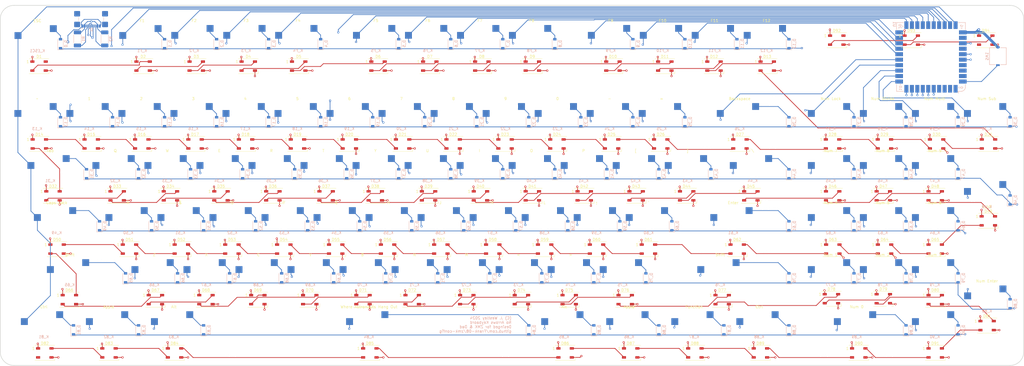
<source format=kicad_pcb>
(kicad_pcb (version 20240108) (generator "pcbnew") (generator_version "8.0")
  (layers (0 "F.Cu" signal) (1 "In1.Cu" signal "In1.Cu-LEDPWR") (2 "In2.Cu" signal "In2.Cu-LEDGND") (3 "In3.Cu" signal) (4 "In4.Cu" signal "In4.Cu-COL") (31 "B.Cu" signal) (34 "B.Paste" user) (35 "F.Paste" user) (36 "B.SilkS" user "B.Silkscreen") (37 "F.SilkS" user "F.Silkscreen") (38 "B.Mask" user) (39 "F.Mask" user) (44 "Edge.Cuts" user))
  (net 0 "")
  (net 1 "Net-(D_0-A)")
  (net 2 "Net-(D_1-A)")
  (net 3 "col0")
  (net 4 "col1")
  (net 5 "col2")
  (net 6 "col3")
  (net 7 "col4")
  (net 8 "col5")
  (net 9 "col6")
  (net 10 "col7")
  (net 11 "col8")
  (net 12 "col9")
  (net 13 "col10")
  (net 14 "col11")
  (net 15 "col12")
  (net 16 "col13")
  (net 17 "col14")
  (net 18 "col15")
  (net 19 "col16")
  (net 20 "col17")
  (net 21 "col18")
  (net 22 "Net-(D_2-A)")
  (net 23 "row0")
  (net 24 "row1")
  (net 25 "row2")
  (net 26 "row3")
  (net 27 "row4")
  (net 28 "row5")
  (net 29 "Net-(D_3-A)")
  (net 30 "Net-(D_4-A)")
  (net 31 "Net-(D_5-A)")
  (net 32 "Net-(D_6-A)")
  (net 33 "Net-(D_7-A)")
  (net 34 "Net-(D_8-A)")
  (net 35 "Net-(D_9-A)")
  (net 36 "Net-(D_10-A)")
  (net 37 "Net-(D_11-A)")
  (net 38 "Net-(D_12-A)")
  (net 39 "Net-(D_13-A)")
  (net 40 "Net-(D_14-A)")
  (net 41 "Net-(D_15-A)")
  (net 42 "Net-(D_16-A)")
  (net 43 "Net-(D_17-A)")
  (net 44 "Net-(D_18-A)")
  (net 45 "Net-(D_19-A)")
  (net 46 "Net-(D_20-A)")
  (net 47 "Net-(D_21-A)")
  (net 48 "Net-(D_22-A)")
  (net 49 "Net-(D_23-A)")
  (net 50 "Net-(D_24-A)")
  (net 51 "Net-(D_25-A)")
  (net 52 "Net-(D_26-A)")
  (net 53 "Net-(D_27-A)")
  (net 54 "Net-(D_28-A)")
  (net 55 "Net-(D_29-A)")
  (net 56 "Net-(D_30-A)")
  (net 57 "Net-(D_31-A)")
  (net 58 "Net-(D_32-A)")
  (net 59 "Net-(D_33-A)")
  (net 60 "Net-(D_34-A)")
  (net 61 "Net-(D_35-A)")
  (net 62 "Net-(D_36-A)")
  (net 63 "Net-(D_37-A)")
  (net 64 "Net-(D_38-A)")
  (net 65 "Net-(D_39-A)")
  (net 66 "Net-(D_40-A)")
  (net 67 "Net-(D_41-A)")
  (net 68 "Net-(D_42-A)")
  (net 69 "Net-(D_43-A)")
  (net 70 "Net-(D_44-A)")
  (net 71 "Net-(D_45-A)")
  (net 72 "Net-(D_46-A)")
  (net 73 "Net-(D_47-A)")
  (net 74 "Net-(D_48-A)")
  (net 75 "Net-(D_49-A)")
  (net 76 "Net-(D_50-A)")
  (net 77 "Net-(D_51-A)")
  (net 78 "Net-(D_52-A)")
  (net 79 "Net-(D_53-A)")
  (net 80 "Net-(D_54-A)")
  (net 81 "Net-(D_55-A)")
  (net 82 "Net-(D_56-A)")
  (net 83 "Net-(D_57-A)")
  (net 84 "Net-(D_58-A)")
  (net 85 "Net-(D_59-A)")
  (net 86 "Net-(D_60-A)")
  (net 87 "Net-(D_61-A)")
  (net 88 "Net-(D_62-A)")
  (net 89 "Net-(D_63-A)")
  (net 90 "Net-(D_64-A)")
  (net 91 "Net-(D_65-A)")
  (net 92 "Net-(D_66-A)")
  (net 93 "Net-(D_67-A)")
  (net 94 "Net-(D_68-A)")
  (net 95 "Net-(D_69-A)")
  (net 96 "Net-(D_70-A)")
  (net 97 "Net-(D_71-A)")
  (net 98 "Net-(D_72-A)")
  (net 99 "Net-(D_73-A)")
  (net 100 "Net-(D_74-A)")
  (net 101 "Net-(D_75-A)")
  (net 102 "Net-(D_76-A)")
  (net 103 "Net-(D_77-A)")
  (net 104 "Net-(D_78-A)")
  (net 105 "Net-(D_79-A)")
  (net 106 "Net-(D_80-A)")
  (net 107 "Net-(D_81-A)")
  (net 108 "Net-(D_82-A)")
  (net 109 "Net-(D_83-A)")
  (net 110 "Net-(D_84-A)")
  (net 111 "Net-(D_85-A)")
  (net 112 "Net-(D_86-A)")
  (net 113 "Net-(D_87-A)")
  (net 114 "Net-(D_88-A)")
  (net 115 "Net-(D_89-A)")
  (net 116 "Net-(D_90-A)")
  (net 117 "Net-(D1-DOUT)")
  (net 118 "Net-(D2-DOUT)")
  (net 119 "Net-(D3-DOUT)")
  (net 120 "Net-(D4-DOUT)")
  (net 121 "Net-(D5-DOUT)")
  (net 122 "Net-(D6-DOUT)")
  (net 123 "Net-(D7-DOUT)")
  (net 124 "Net-(D8-DOUT)")
  (net 125 "Net-(D10-DIN)")
  (net 126 "Net-(D10-DOUT)")
  (net 127 "Net-(D11-DOUT)")
  (net 128 "Net-(D12-DOUT)")
  (net 129 "LED_GND")
  (net 130 "LED_PWR")
  (net 131 "Net-(D14-DIN)")
  (net 132 "Net-(D15-DIN)")
  (net 133 "Net-(D16-DIN)")
  (net 134 "Net-(D17-DIN)")
  (net 135 "Net-(D18-DIN)")
  (net 136 "Net-(D19-DIN)")
  (net 137 "Net-(D20-DIN)")
  (net 138 "Net-(D21-DIN)")
  (net 139 "Net-(D22-DIN)")
  (net 140 "Net-(D23-DIN)")
  (net 141 "Net-(D24-DIN)")
  (net 142 "Net-(D25-DIN)")
  (net 143 "26p4-27p2")
  (net 144 "Net-(D28-DIN)")
  (net 145 "Net-(D29-DIN)")
  (net 146 "31p4 - 13p2")
  (net 147 "LED_DTA_IN")
  (net 148 "14p2-32p4")
  (net 149 "Net-(D32-DOUT)")
  (net 150 "Net-(D33-DOUT)")
  (net 151 "Net-(D34-DOUT)")
  (net 152 "Net-(D35-DOUT)")
  (net 153 "Net-(D36-DOUT)")
  (net 154 "Net-(D37-DOUT)")
  (net 155 "Net-(D38-DOUT)")
  (net 156 "39p2-40p4")
  (net 157 "Net-(D40-DOUT)")
  (net 158 "Net-(D41-DOUT)")
  (net 159 "Net-(D42-DOUT)")
  (net 160 "Net-(D43-DOUT)")
  (net 161 "Net-(D44-DOUT)")
  (net 162 "Net-(D45-DOUT)")
  (net 163 "Net-(D46-DOUT)")
  (net 164 "Net-(D47-DOUT)")
  (net 165 "Net-(D48-DOUT)")
  (net 166 "49p2-65p4")
  (net 167 "Net-(D58-DIN)")
  (net 168 "Net-(D60-DIN)")
  (net 169 "Net-(D61-DIN)")
  (net 170 "Net-(D62-DIN)")
  (net 171 "Net-(D63-DIN)")
  (net 172 "Net-(D64-DIN)")
  (net 173 "50p2-66p4")
  (net 174 "Net-(D50-DIN)")
  (net 175 "Net-(D51-DIN)")
  (net 176 "53p2-52p4")
  (net 177 "Net-(D53-DIN)")
  (net 178 "Net-(D54-DIN)")
  (net 179 "Net-(D55-DIN)")
  (net 180 "Net-(D56-DIN)")
  (net 181 "Net-(D57-DIN)")
  (net 182 "Net-(D59-DIN)")
  (net 183 "Net-(D66-DOUT)")
  (net 184 "Net-(D67-DOUT)")
  (net 185 "Net-(D68-DOUT)")
  (net 186 "Net-(D69-DOUT)")
  (net 187 "Net-(D70-DOUT)")
  (net 188 "Net-(D71-DOUT)")
  (net 189 "Net-(D72-DOUT)")
  (net 190 "Net-(D73-DOUT)")
  (net 191 "Net-(D74-DOUT)")
  (net 192 "Net-(D75-DOUT)")
  (net 193 "Net-(D76-DOUT)")
  (net 194 "Net-(D77-DOUT)")
  (net 195 "78p2-79p4")
  (net 196 "Net-(D79-DOUT)")
  (net 197 "Net-(D80-DOUT)")
  (net 198 "81p2-91p4")
  (net 199 "Net-(D82-DIN)")
  (net 200 "Net-(D83-DIN)")
  (net 201 "Net-(D84-DIN)")
  (net 202 "Net-(D85-DIN)")
  (net 203 "Net-(D86-DIN)")
  (net 204 "Net-(D87-DIN)")
  (net 205 "Net-(D88-DIN)")
  (net 206 "Net-(D89-DIN)")
  (net 207 "Net-(D90-DIN)")
  (net 208 "Net-(D92-DOUT)")
  (net 209 "LED-Status IN")
  (net 210 "Net-(D93-DOUT)")
  (net 211 "Net-(D27-DIN)")
  (net 213 "Net-(D30-DIN)")
  (net 215 "Net-(U1-5V)")
  (net 216 "Net-(J1-CC1)")
  (net 217 "Net-(J1-CC2)")
  (net 219 "GND")
  (net 222 "Net-(U1-USB_D+)")
  (net 225 "Net-(U1-USB_D-)")
  (net 231 "Net-(U1-BOOTSEL)")
  (footprint "MX_Only:MXOnly-1U-Hotswap" (layer "F.Cu") (at 146.575 60.725)
    (property "Reference" "K_19")
    (property "Value" "6")
  )
  (footprint "LED_SMD:LED_WS2812B_PLCC4_5.0x5.0mm_P3.2mm" (layer "F.Cu") (at 99.55 88.35)
    (property "Reference" "D35")
    (property "Value" "WS2812B")
  )
  (footprint "MX_Only:MXOnly-1U-Hotswap" (layer "F.Cu") (at 165.625 60.725)
    (property "Reference" "K_20")
    (property "Value" "7")
  )
  (footprint "MX_Only:MXOnly-1U-Hotswap" (layer "F.Cu") (at 89.425 60.725)
    (property "Reference" "K_16")
    (property "Value" "3")
  )
  (footprint "MX_Only:MXOnly-1U-Hotswap" (layer "F.Cu") (at 280.261706 32.12452)
    (property "Reference" "K_F11")
    (property "Value" "F11")
  )
  (footprint "MX_Only:MXOnly-1U-Hotswap" (layer "F.Cu") (at 322.7875 79.775)
    (property "Reference" "K_45")
    (property "Value" "Num 7")
  )
  (footprint "LED_SMD:LED_WS2812B_PLCC4_5.0x5.0mm_P3.2mm" (layer "F.Cu") (at 44.05 126.35)
    (property "Reference" "D66")
    (property "Value" "WS2812B")
  )
  (footprint "LED_SMD:LED_WS2812B_PLCC4_5.0x5.0mm_P3.2mm" (layer "F.Cu") (at 166.05 69.35)
    (property "Reference" "D21")
    (property "Value" "WS2812B")
  )
  (footprint "MX_Only:MXOnly-1U-Hotswap" (layer "F.Cu") (at 32.275 60.725)
    (property "Reference" "K_13")
    (property "Value" "~")
  )
  (footprint "LED_SMD:LED_WS2812B_PLCC4_5.0x5.0mm_P3.2mm" (layer "F.Cu") (at 342.05 88.35)
    (property "Reference" "D47")
    (property "Value" "WS2812B")
  )
  (footprint "MX_Only:MXOnly-1U-Hotswap" (layer "F.Cu") (at 246.5875 117.875)
    (property "Reference" "K_75")
    (property "Value" "?")
  )
  (footprint "LED_SMD:LED_WS2812B_PLCC4_5.0x5.0mm_P3.2mm" (layer "F.Cu") (at 127.55 69.35)
    (property "Reference" "D19")
    (property "Value" "WS2812B")
  )
  (footprint "LED_SMD:LED_WS2812B_PLCC4_5.0x5.0mm_P3.2mm" (layer "F.Cu") (at 225.55 145.85)
    (property "Reference" "D86")
    (property "Value" "WS2812B")
  )
  (footprint "LED_SMD:LED_WS2812B_PLCC4_5.0x5.0mm_P3.2mm" (layer "F.Cu") (at 209.55 126.35)
    (property "Reference" "D74")
    (property "Value" "WS2812B")
  )
  (footprint "LED_SMD:LED_WS2812B_PLCC4_5.0x5.0mm_P3.2mm" (layer "F.Cu") (at 103.55 107.85)
    (property "Reference" "D53")
    (property "Value" "WS2812B")
  )
  (footprint "MX_Only:MXOnly-1U-Hotswap" (layer "F.Cu") (at 179.9125 98.825)
    (property "Reference" "K_56")
    (property "Value" "J")
  )
  (footprint "LED_SMD:LED_WS2812B_PLCC4_5.0x5.0mm_P3.2mm" (layer "F.Cu") (at 199.05 107.85)
    (property "Reference" "D58")
    (property "Value" "WS2812B")
  )
  (footprint "MX_Only:MXOnly-1U-Hotswap" (layer "F.Cu") (at 341.8375 79.775)
    (property "Reference" "K_46")
    (property "Value" "Num 8")
  )
  (footprint "LED_SMD:LED_WS2812B_PLCC4_5.0x5.0mm_P3.2mm" (layer "F.Cu") (at 283.05 126.35)
    (property "Reference" "D77")
    (property "Value" "WS2812B")
  )
  (footprint "MX_Only:MXOnly-1U-Hotswap" (layer "F.Cu") (at 341.8375 117.875)
    (property "Reference" "K_78")
    (property "Value" "Num 2")
  )
  (footprint "LED_SMD:LED_WS2812B_PLCC4_5.0x5.0mm_P3.2mm" (layer "F.Cu") (at 293.55 88.35)
    (property "Reference" "D45")
    (property "Value" "WS2812B")
  )
  (footprint "MX_Only:MXOnly-1U-Hotswap" (layer "F.Cu") (at 227.5375 117.875)
    (property "Reference" "K_74")
    (property "Value" ">")
  )
  (footprint "MX_Only:MXOnly-1U-Hotswap" (layer "F.Cu") (at 118 79.775)
    (property "Reference" "K_35")
    (property "Value" "R")
  )
  (footprint "MX_Only:MXOnly-1U-Hotswap" (layer "F.Cu") (at 70.375 60.725)
    (property "Reference" "K_15")
    (property "Value" "2")
  )
  (footprint "MX_Only:MXOnly-1U-Hotswap" (layer "F.Cu") (at 32.33 32.205)
    (property "Reference" "K_ESC1")
    (property "Value" "ESC")
  )
  (footprint "LED_SMD:LED_WS2812B_PLCC4_5.0x5.0mm_P3.2mm" (layer "F.Cu") (at 58.55 145.85)
    (property "Reference" "D83")
    (property "Value" "WS2812B")
  )
  (footprint "MX_Only:MXOnly-1U-Hotswap" (layer "F.Cu") (at 175.15 79.775)
    (property "Reference" "K_38")
    (property "Value" "U")
  )
  (footprint "LED_SMD:LED_WS2812B_PLCC4_5.0x5.0mm_P3.2mm" (layer "F.Cu") (at 323.5 88.35)
    (property "Reference" "D46")
    (property "Value" "WS2812B")
  )
  (footprint "MX_Only:MXOnly-1U-Hotswap" (layer "F.Cu") (at 360.8875 117.875)
    (property "Reference" "K_79")
    (property "Value" "Num 3")
  )
  (footprint "MX_Only:MXOnly-1.25U-Hotswap" (layer "F.Cu") (at 248.96875 136.925)
    (property "Reference" "K_86")
    (property "Value" "Apple")
  )
  (footprint "MX_Only:MXOnly-1U-Hotswap" (layer "F.Cu") (at 242.25 32.125)
    (property "Reference" "K_F9")
    (property "Value" "F9")
  )
  (footprint "MX_Only:MXOnly-1.25U-Hotswap" (layer "F.Cu") (at 296.59375 136.925)
    (property "Reference" "K_88")
    (property "Value" "Ctrl")
  )
  (footprint "MX_Only:MXOnly-1.25U-Hotswap" (layer "F.Cu") (at 34.65625 136.925)
    (property "Reference" "K_81")
    (property "Value" "Ctrl")
  )
  (footprint "MX_Only:MXOnly-1U-Hotswap" (layer "F.Cu") (at 222.775 60.725)
    (property "Reference" "K_23")
    (property "Value" "0")
  )
  (footprint "LED_SMD:LED_WS2812B_PLCC4_5.0x5.0mm_P3.2mm" (layer "F.Cu") (at 203.55 69.35)
    (property "Reference" "D23")
    (property "Value" "WS2812B")
  )
  (footprint "MX_Only:MXOnly-1U-Hotswap" (layer "F.Cu") (at 341.8375 98.825)
    (property "Reference" "K_63")
    (property "Value" "Num 5")
  )
  (footprint "LED_SMD:LED_WS2812B_PLCC4_5.0x5.0mm_P3.2mm" (layer "F.Cu") (at 222.55 69.35)
    (property "Reference" "D24")
    (property "Value" "WS2812B")
  )
  (footprint "LED_SMD:LED_WS2812B_PLCC4_5.0x5.0mm_P3.2mm" (layer "F.Cu") (at 33.05 69.35)
    (property "Reference" "D14")
    (property "Value" "WS2812B")
  )
  (footprint "LED_SMD:LED_WS2812B_PLCC4_5.0x5.0mm_P3.2mm" (layer "F.Cu") (at 361.05 126.35)
    (property "Reference" "D80")
    (property "Value" "WS2812B")
  )
  (footprint "MX_Only:MXOnly-1U-Hotswap" (layer "F.Cu") (at 94.1875 117.875)
    (property "Reference" "K_67")
    (property "Value" "X")
  )
  (footprint "MX_Only:MXOnly-1U-Hotswap" (layer "F.Cu") (at 122.7625 98.825)
    (property "Reference" "K_53")
    (property "Value" "F")
  )
  (footprint "MX_Only:MXOnly-1U-Hotswap" (layer "F.Cu") (at 189.4375 117.875)
    (property "Reference" "K_72")
    (property "Value" "M")
  )
  (footprint "MX_Only:MXOnly-1U-Hotswap" (layer "F.Cu") (at 360.8875 79.775)
    (property "Reference" "K_47")
    (property "Value" "Num 9")
  )
  (footprint "LED_SMD:LED_WS2812B_PLCC4_5.0x5.0mm_P3.2mm" (layer "F.Cu") (at 146.55 69.35)
    (property "Reference" "D20")
    (property "Value" "WS2812B")
  )
  (footprint "MX_Only:MXOnly-1U-Hotswap" (layer "F.Cu") (at 256.1125 98.825)
    (property "Reference" "K_60")
    (property "Value" "'")
  )
  (footprint "LED_SMD:LED_WS2812B_PLCC4_5.0x5.0mm_P3.2mm" (layer "F.Cu") (at 256.05 107.85)
    (property "Reference" "D61")
    (property "Value" "WS2812B")
  )
  (footprint "LED_SMD:LED_WS2812B_PLCC4_5.0x5.0mm_P3.2mm" (layer "F.Cu") (at 323.55 107.85)
    (property "Reference" "D63")
    (property "Value" "WS2812B")
  )
  (footprint "LED_SMD:LED_WS2812B_PLCC4_5.0x5.0mm_P3.2mm" (layer "F.Cu") (at 38.05 88.35)
    (property "Reference" "D32")
    (property "Value" "WS2812B")
  )
  (footprint "LED_SMD:LED_WS2812B_PLCC4_5.0x5.0mm_P3.2mm" (layer "F.Cu") (at 128 40.85)
    (property "Reference" "D5")
    (property "Value" "WS2812B")
  )
  (footprint "MX_Only:MXOnly-1U-Hotswap" (layer "F.Cu") (at 194.346209 32.133694)
    (property "Reference" "K_F7")
    (property "Value" "F7")
  )
  (footprint "LED_SMD:LED_WS2812B_PLCC4_5.0x5.0mm_P3.2mm" (layer "F.Cu") (at 361.05 88.35)
    (property "Reference" "D48")
    (property "Value" "WS2812B")
  )
  (footprint "MX_Only:MXOnly-2.25U-Hotswap" (layer "F.Cu") (at 287.06875 98.825)
    (property "Reference" "K_61")
    (property "Value" "Enter")
  )
  (footprint "LED_SMD:LED_WS2812B_PLCC4_5.0x5.0mm_P3.2mm" (layer "F.Cu") (at 380.05 135.85)
    (property "Reference" "D81")
    (property "Value" "WS2812B")
  )
  (footprint "LED_SMD:LED_WS2812B_PLCC4_5.0x5.0mm_P3.2mm" (layer "F.Cu") (at 81.05 88.35)
    (property "Reference" "D34")
    (property "Value" "WS2812B")
  )
  (footprint "MX_Only:MXOnly-1U-Hotswap" (layer "F.Cu") (at 260.875 60.725)
    (property "Reference" "K_25")
    (property "Value" "=")
  )
  (footprint "LED_SMD:LED_WS2812B_PLCC4_5.0x5.0mm_P3.2mm" (layer "F.Cu") (at 342.5 107.85)
    (property "Reference" "D64")
    (property "Value" "WS2812B")
  )
  (footprint "MX_Only:MXOnly-1U-Hotswap" (layer "F.Cu") (at 213.346209 32.133694)
    (property "Reference" "K_F8")
    (property "Value" "F8")
  )
  (footprint "LED_SMD:LED_WS2812B_PLCC4_5.0x5.0mm_P3.2mm" (layer "F.Cu") (at 109.55 40.85)
    (property "Reference" "D4")
    (property "Value" "WS2812B")
  )
  (footprint "LED_SMD:LED_WS2812B_PLCC4_5.0x5.0mm_P3.2mm" (layer "F.Cu") (at 270.05 88.35)
    (property "Reference" "D44")
    (property "Value" "WS2812B")
  )
  (footprint "LED_SMD:LED_WS2812B_PLCC4_5.0x5.0mm_P3.2mm" (layer "F.Cu") (at 243.05 40.85)
    (property "Reference" "D10")
    (property "Value" "WS2812B")
  )
  (footprint "LED_SMD:LED_WS2812B_PLCC4_5.0x5.0mm_P3.2mm" (layer "F.Cu") (at 333.05 145.85)
    (property "Reference" "D90")
    (property "Value" "WS2812B")
  )
  (footprint "LED_SMD:LED_WS2812B_PLCC4_5.0x5.0mm_P3.2mm" (layer "F.Cu") (at 184.55 69.35)
    (property "Reference" "D22")
    (property "Value" "WS2812B")
  )
  (footprint "LED_SMD:LED_WS2812B_PLCC4_5.0x5.0mm_P3.2mm" (layer "F.Cu") (at 157.05 40.85)
    (property "Reference" "D6")
    (property "Value" "WS2812B")
  )
  (footprint "LED_SMD:LED_WS2812B_PLCC4_5.0x5.0mm_P3.2mm" (layer "F.Cu") (at 288.55 107.85)
    (property "Reference" "D62")
    (property "Value" "WS2812B")
  )
  (footprint "MX_Only:MXOnly-1U-Hotswap" (layer "F.Cu") (at 299.301706 32.12452)
    (property "Reference" "K_F12")
    (property "Value" "F12")
  )
  (footprint "MX_Only:MXOnly-1U-Hotswap" (layer "F.Cu") (at 79.9 79.775)
    (property "Reference" "K_33")
    (property "Value" "W")
  )
  (footprint "LED_SMD:LED_WS2812B_PLCC4_5.0x5.0mm_P3.2mm" (layer "F.Cu") (at 352.275 31.35)
    (property "Reference" "D93")
    (property "Value" "WS2812B")
  )
  (footprint "LED_SMD:LED_WS2812B_PLCC4_5.0x5.0mm_P3.2mm" (layer "F.Cu") (at 176 40.85)
    (property "Reference" "D7")
    (property "Value" "WS2812B")
  )
  (footprint "LED_SMD:LED_WS2812B_PLCC4_5.0x5.0mm_P3.2mm" (layer "F.Cu") (at 280.05 40.85)
    (property "Reference" "D12")
    (property "Value" "WS2812B")
  )
  (footprint "MX_Only:MXOnly-2.75U-Hotswap" (layer "F.Cu") (at 282.30625 117.875)
    (property "Reference" "K_76")
    (property "Value" "Shift")
  )
  (footprint "LED_SMD:LED_WS2812B_PLCC4_5.0x5.0mm_P3.2mm" (layer "F.Cu") (at 237.05 107.85)
    (property "Reference" "D60")
    (property "Value" "WS2812B")
  )
  (footprint "LED_SMD:LED_WS2812B_PLCC4_5.0x5.0mm_P3.2mm" (layer "F.Cu") (at 132.05 126.35)
    (property "Reference" "D70")
    (property "Value" "WS2812B")
  )
  (footprint "MX_Only:MXOnly-1U-Hotswap" (layer "F.Cu") (at 208.4875 117.875)
    (property "Reference" "K_73")
    (property "Value" "<")
  )
  (footprint "LED_SMD:LED_WS2812B_PLCC4_5.0x5.0mm_P3.2mm" (layer "F.Cu") (at 273.05 145.85)
    (property "Reference" "D88")
    (property "Value" "WS2812B")
  )
  (footprint "LED_SMD:LED_WS2812B_PLCC4_5.0x5.0mm_P3.2mm" (layer "F.Cu") (at 39.55 107.85)
    (property "Reference" "D50")
    (property "Value" "WS2812B")
  )
  (footprint "LED_SMD:LED_WS2812B_PLCC4_5.0x5.0mm_P3.2mm" (layer "F.Cu") (at 299.55 40.85)
    (property "Reference" "D13")
    (property "Value" "WS2812B")
  )
  (footprint "MX_Only:MXOnly-1U-Hotswap" (layer "F.Cu") (at 151.3375 117.875)
    (property "Reference" "K_70")
    (property "Value" "B")
  )
  (footprint "MX_Only:MXOnly-1U-Hotswap" (layer "F.Cu") (at 241.825 60.725)
    (property "Reference" "K_24")
    (property "Value" "-")
  )
  (footprint "MX_Only:MXOnly-1U-Hotswap" (layer "F.Cu") (at 141.8125 98.825)
    (property "Reference" "K_54")
    (property "Value" "G")
  )
  (footprint "LED_SMD:LED_WS2812B_PLCC4_5.0x5.0mm_P3.2mm" (layer "F.Cu") (at 75.55 126.35)
    (property "Reference" "D67")
    (property "Value" "WS2812B")
  )
  (footprint "LED_SMD:LED_WS2812B_PLCC4_5.0x5.0mm_P3.2mm" (layer "F.Cu") (at 71.05 40.85)
    (property "Reference" "D2")
    (property "Value" "WS2812B")
  )
  (footprint "LED_SMD:LED_WS2812B_PLCC4_5.0x5.0mm_P3.2mm" (layer "F.Cu") (at 247.55 126.35)
    (property "Reference" "D76")
    (property "Value" "WS2812B")
  )
  (footprint "MX_Only:MXOnly-1U-Hotswap" (layer "F.Cu") (at 360.8875 60.725)
    (property "Reference" "K_29")
    (property "Value" "Num Multi")
  )
  (footprint "LED_SMD:LED_WS2812B_PLCC4_5.0x5.0mm_P3.2mm" (layer "F.Cu") (at 61.55 88.35)
    (property "Reference" "D33")
    (property "Value" "WS2812B")
  )
  (footprint "MX_Only:MXOnly-1U-Hotswap" (layer "F.Cu") (at 261.261706 32.12452)
    (property "Reference" "K_F10")
    (property "Value" "F10")
  )
  (footprint "LED_SMD:LED_WS2812B_PLCC4_5.0x5.0mm_P3.2mm" (layer "F.Cu") (at 189.55 126.35)
    (property "Reference" "D73")
    (property "Value" "WS2812B")
  )
  (footprint "LED_SMD:LED_WS2812B_PLCC4_5.0x5.0mm_P3.2mm" (layer "F.Cu") (at 108.55 69.35)
    (property "Reference" "D18")
    (property "Value" "WS2812B")
  )
  (footprint "LED_SMD:LED_WS2812B_PLCC4_5.0x5.0mm_P3.2mm" (layer "F.Cu") (at 249.55 145.85)
    (property "Reference" "D87")
    (property "Value" "WS2812B")
  )
  (footprint "MX_Only:MXOnly-1U-Hotswap" (layer "F.Cu") (at 60.85 79.775)
    (property "Reference" "K_32")
    (property "Value" "Q")
  )
  (footprint "MX_Only:MXOnly-1U-Hotswap" (layer "F.Cu") (at 98.95 79.775)
    (property "Reference" "K_34")
    (property "Value" "E")
  )
  (footprint "LED_SMD:LED_WS2812B_PLCC4_5.0x5.0mm_P3.2mm" (layer "F.Cu") (at 70.55 69.35)
    (property "Reference" "D16")
    (property "Value" "WS2812B")
  )
  (footprint "LED_SMD:LED_WS2812B_PLCC4_5.0x5.0mm_P3.2mm" (layer "F.Cu") (at 35.05 145.85)
    (property "Reference" "D82")
    (property "Value" "WS2812B")
  )
  (footprint "MX_Only:MXOnly-1U-Hotswap" (layer "F.Cu") (at 113.2375 117.875)
    (property "Reference" "K_68")
    (property "Value" "C")
  )
  (footprint "LED_SMD:LED_WS2812B_PLCC4_5.0x5.0mm_P3.2mm" (layer "F.Cu") (at 251.55 88.35)
    (property "Reference" "D43")
    (property "Value" "WS2812B")
  )
  (footprint "MX_Only:MXOnly-1U-Hotswap" (layer "F.Cu") (at 251.35 79.775)
    (property "Reference" "K_42")
    (property "Value" "[")
  )
  (footprint "LED_SMD:LED_WS2812B_PLCC4_5.0x5.0mm_P3.2mm" (layer "F.Cu") (at 227.05 126.35)
    (property "Reference" "D75")
    (property "Value" "WS2812B")
  )
  (footprint "MX_Only:MXOnly-1U-Hotswap" (layer "F.Cu") (at 51.325 60.725)
    (property "Reference" "K_14")
    (property "Value" "1")
  )
  (footprint "LED_SMD:LED_WS2812B_PLCC4_5.0x5.0mm_P3.2mm" (layer "F.Cu") (at 94.05 126.35)
    (property "Reference" "D68")
    (property "Value" "WS2812B")
  )
  (footprint "MX_Only:MXOnly-6.25U-Hotswap" (layer "F.Cu") (at 153.71875 136.925)
    (property "Reference" "K_84")
    (property "Value" "Where Astronauts Hang Out")
  )
  (footprint "LED_SMD:LED_WS2812B_PLCC4_5.0x5.0mm_P3.2mm" (layer "F.Cu") (at 361.05 107.85)
    (property "Reference" "D65")
    (property "Value" "WS2812B")
  )
  (footprint "MX_Only:MXOnly-1U-Hotswap" (layer "F.Cu") (at 194.2 79.775)
    (property "Reference" "K_39")
    (property "Value" "I")
  )
  (footprint "MX_Only:MXOnly-2U-Hotswap" (layer "F.Cu") (at 332.3125 136.925)
    (property "Reference" "K_89")
    (property "Value" "Num 0")
  )
  (footprint "LED_SMD:LED_WS2812B_PLCC4_5.0x5.0mm_P3.2mm" (layer "F.Cu") (at 297.05 145.85)
    (property "Reference" "D89")
    (property "Value" "WS2812B")
  )
  (footprint "LED_SMD:LED_WS2812B_PLCC4_5.0x5.0mm_P3.2mm" (layer "F.Cu") (at 325 31.35)
    (property "Reference" "D92")
    (property "Value" "WS2812B")
  )
  (footprint "MX_Only:MXOnly-1U-Hotswap" (layer "F.Cu") (at 237.0625 98.825)
    (property "Reference" "K_59")
    (property "Value" ";")
  )
  (footprint "LED_SMD:LED_WS2812B_PLCC4_5.0x5.0mm_P3.2mm" (layer "F.Cu") (at 118.55 88.35)
    (property "Reference" "D36")
    (property "Value" "WS2812B")
  )
  (footprint "LED_SMD:LED_WS2812B_PLCC4_5.0x5.0mm_P3.2mm" (layer "F.Cu") (at 379.55 31.35)
    (property "Reference" "D94")
    (property "Value" "WS2812B")
  )
  (footprint "MX_Only:MXOnly-1U-Hotswap" (layer "F.Cu") (at 322.7875 98.825)
    (property "Reference" "K_62")
    (property "Value" "Num 4")
  )
  (footprint "LED_SMD:LED_WS2812B_PLCC4_5.0x5.0mm_P3.2mm" (layer "F.Cu") (at 32.95 40.85)
    (property "Reference" "D1")
    (property "Value" "WS2812B")
  )
  (footprint "LED_SMD:LED_WS2812B_PLCC4_5.0x5.0mm_P3.2mm" (layer "F.Cu") (at 113.05 126.35)
    (property "Reference" "D69")
    (property "Value" "WS2812B")
  )
  (footprint "LED_SMD:LED_WS2812B_PLCC4_5.0x5.0mm_P3.2mm" (layer "F.Cu") (at 380.55 69.35)
    (property "Reference" "D31")
    (property "Value" "WS2812B")
  )
  (footprint "MX_Only:MXOnly-1.75U-Hotswap" (layer "F.Cu") (at 39.41875 98.825)
    (property "Reference" "K_49")
    (property "Value" "Caps Lock")
  )
  (footprint "MX_Only:MXOnly-1U-Hotswap" (layer "F.Cu") (at 127.525 60.725)
    (property "Reference" "K_18")
    (property "Value" "5")
  )
  (footprint "MX_Only:MXOnly-1U-Hotswap" (layer "F.Cu") (at 108.475 60.725)
    (property "Reference" "K_17")
    (property "Value" "4")
  )
  (footprint "MX_Only:MXOnly-1U-Hotswap" (layer "F.Cu") (at 70.679475 32.177388)
    (property "Reference" "K_F1")
    (property "Value" "F1")
  )
  (footprint "LED_SMD:LED_WS2812B_PLCC4_5.0x5.0mm_P3.2mm" (layer "F.Cu") (at 380.5 97.5)
    (property "Reference" "D49")
    (property "Value" "WS2812B")
  )
  (footprint "LED_SMD:LED_WS2812B_PLCC4_5.0x5.0mm_P3.2mm" (layer "F.Cu") (at 213.55 40.85)
    (property "Reference" "D9")
    (property "Value" "WS2812B")
  )
  (footprint "MX_Only:MXOnly-1.25U-Hotswap" (layer "F.Cu") (at 272.78125 136.925)
    (property "Reference" "K_87")
    (property "Value" "Function")
  )
  (footprint "LED_SMD:LED_WS2812B_PLCC4_5.0x5.0mm_P3.2mm" (layer "F.Cu") (at 52.05 69.35)
    (property "Reference" "D15")
    (property "Value" "WS2812B")
  )
  (footprint "MX_Only:MXOnly-1.25U-Hotswap" (layer "F.Cu") (at 225.15625 136.925)
    (property "Reference" "K_85")
    (property "Value" "Alt")
  )
  (footprint "LED_SMD:LED_WS2812B_PLCC4_5.0x5.0mm_P3.2mm" (layer "F.Cu") (at 323.45 69.35)
    (property "Reference" "D28")
    (property "Value" "WS2812B")
  )
  (footprint "MX_Only:MXOnly-1.25U-Hotswap" (layer "F.Cu") (at 82.28125 136.925)
    (property "Reference" "K_83")
    (property "Value" "Alt")
  )
  (footprint "MX_Only:MXOnly-1U-Hotswap" (layer "F.Cu") (at 322.7875 117.875)
    (property "Reference" "K_77")
    (property "Value" "Num 1")
  )
  (footprint "MX_Only:MXOnly-1.5U-Hotswap" (layer "F.Cu") (at 294.2125 79.775)
    (property "Reference" "K_44")
    (property "Value" "\\")
  )
  (footprint "MX_Only:MXOnly-1U-Hotswap" (layer "F.Cu") (at 379.9375 60.725)
    (property "Reference" "K_30")
    (property "Value" "Num Sub")
  )
  (footprint "LED_SMD:LED_WS2812B_PLCC4_5.0x5.0mm_P3.2mm" (layer "F.Cu") (at 151.55 126.35)
    (property "Reference" "D71")
    (property "Value" "WS2812B")
  )
  (footprint "LED_SMD:LED_WS2812B_PLCC4_5.0x5.0mm_P3.2mm" (layer "F.Cu") (at 175.55 88.35)
    (property "Reference" "D39")
    (property "Value" "WS2812B")
  )
  (footprint "LED_SMD:LED_WS2812B_PLCC4_5.0x5.0mm_P3.2mm" (layer "F.Cu") (at 262.05 40.85)
    (property "Reference" "D11")
    (property "Value" "WS2812B")
  )
  (footprint "LED_SMD:LED_WS2812B_PLCC4_5.0x5.0mm_P3.2mm" (layer "F.Cu") (at 232.55 88.35)
    (property "Reference" "D42")
    (property "Value" "WS2812B")
  )
  (footprint "MX_Only:MXOnly-1U-Hotswap" (layer "F.Cu") (at 75.1375 117.875)
    (property "Reference" "K_66")
    (property "Value" "Z")
  )
  (footprint "MX_Only:MXOnly-1U-Hotswap" (layer "F.Cu") (at 360.8875 98.825)
    (property "Reference" "K_64")
    (property "Value" "Num 6")
  )
  (footprint "LED_SMD:LED_WS2812B_PLCC4_5.0x5.0mm_P3.2mm" (layer "F.Cu") (at 154.05 145.85)
    (property "Reference" "D85")
    (property "Value" "WS2812B")
  )
  (footprint "LED_SMD:LED_WS2812B_PLCC4_5.0x5.0mm_P3.2mm" (layer "F.Cu") (at 138.05 88.35)
    (property "Reference" "D37")
    (property "Value" "WS2812B")
  )
  (footprint "LED_SMD:LED_WS2812B_PLCC4_5.0x5.0mm_P3.2mm" (layer "F.Cu") (at 260.55 69.35)
    (property "Reference" "D26")
    (property "Value" "WS2812B")
  )
  (footprint "MX_Only:MXOnly-1U-Hotswap" (layer "F.Cu") (at 218.0125 98.825)
    (property "Reference" "K_58")
    (property "Value" "L")
  )
  (footprint "MX_Only:MXOnly-1U-Hotswap" (layer "F.Cu") (at 184.675 60.725)
    (property "Reference" "K_21")
    (property "Value" "8")
  )
  (footprint "MX_Only:MXOnly-1U-Hotswap" (layer "F.Cu") (at 270.4 79.775)
    (property "Reference" "K_43")
    (property "Value" "]")
  )
  (footprint "LED_SMD:LED_WS2812B_PLCC4_5.0x5.0mm_P3.2mm" (layer "F.Cu") (at 213.55 88.35)
    (property "Reference" "D41")
    (property "Value" "WS2812B")
  )
  (footprint "LED_SMD:LED_WS2812B_PLCC4_5.0x5.0mm_P3.2mm" (layer "F.Cu") (at 180.05 107.85)
    (property "Reference" "D57")
    (property "Value" "WS2812B")
  )
  (footprint "LED_SMD:LED_WS2812B_PLCC4_5.0x5.0mm_P3.2mm" (layer "F.Cu") (at 90.05 69.35)
    (property "Reference" "D17")
    (property "Value" "WS2812B")
  )
  (footprint "LED_SMD:LED_WS2812B_PLCC4_5.0x5.0mm_P3.2mm" (layer "F.Cu") (at 342.05 126)
    (property "Reference" "D79")
    (property "Value" "WS2812B")
  )
  (footprint "LED_SMD:LED_WS2812B_PLCC4_5.0x5.0mm_P3.2mm" (layer "F.Cu") (at 361.05 145.85)
    (property "Reference" "D91")
    (property "Value" "WS2812B")
  )
  (footprint "MX_Only:MXOnly-1U-Hotswap" (layer "F.Cu") (at 379.944143 89.283423)
    (property "Reference" "K_48")
    (property "Value" "Num Plus")
  )
  (footprint "MX_Only:MXOnly-1U-Hotswap" (layer "F.Cu") (at 170.3875 117.875)
    (property "Reference" "K_71")
    (property "Value" "N")
  )
  (footprint "LED_SMD:LED_WS2812B_PLCC4_5.0x5.0mm_P3.2mm" (layer "F.Cu") (at 361.55 69.35)
    (property "Reference" "D30")
    (property "Value" "WS2812B")
  )
  (footprint "MX_Only:MXOnly-1U-Hotswap" (layer "F.Cu") (at 213.25 79.775)
    (property "Reference" "K_40")
    (property "Value" "O")
  )
  (footprint "MX_Only:MXOnly-1U-Hotswap" (layer "F.Cu") (at 103.7125 98.825)
    (property "Reference" "K_52")
    (property "Value" "D")
  )
  (footprint "LED_SMD:LED_WS2812B_PLCC4_5.0x5.0mm_P3.2mm" (layer "F.Cu") (at 90.5 40.85)
    (property "Reference" "D3")
    (property "Value" "WS2812B")
  )
  (footprint "MX_Only:MXOnly-1U-Hotswap" (layer "F.Cu") (at 380 127.5)
    (property "Reference" "K_80")
    (property "Value" "Num Enter")
  )
  (footprint "MX_Only:MXOnly-1U-Hotswap" (layer "F.Cu") (at 156.25 32.125)
    (property "Reference" "K_F5")
    (property "Value" "F5")
  )
  (footprint "LED_SMD:LED_WS2812B_PLCC4_5.0x5.0mm_P3.2mm" (layer "F.Cu") (at 342.45 69.35)
    (property "Reference" "D29")
    (property "Value" "WS2812B")
  )
  (footprint "MX_Only:MXOnly-1U-Hotswap" (layer "F.Cu") (at 89.717347 32.136106)
    (property "Reference" "K_F2")
    (property "Value" "F2")
  )
  (footprint "MX_Only:MXOnly-1.25U-Hotswap" (layer "F.Cu") (at 58.46875 136.925)
    (property "Reference" "K_82")
    (property "Value" "Apple")
  )
  (footprint "MX_Only:MXOnly-1U-Hotswap" (layer "F.Cu") (at 322.7875 60.725)
    (property "Reference" "K_27")
    (property "Value" "Num Lock")
  )
  (footprint "MX_Only:MXOnly-1U-Hotswap" (layer "F.Cu") (at 360.8875 136.925)
    (property "Reference" "K_90")
    (property "Value" "Num .")
  )
  (footprint "MX_Only:MXOnly-1U-Hotswap" (layer "F.Cu") (at 84.6625 98.825)
    (property "Reference" "K_51")
    (property "Value" "S")
  )
  (footprint "MX_Only:MXOnly-1U-Hotswap" (layer "F.Cu") (at 203.725 60.725)
    (property "Reference" "K_22")
    (property "Value" "9")
  )
  (footprint "LED_SMD:LED_WS2812B_PLCC4_5.0x5.0mm_P3.2mm" (layer "F.Cu") (at 160.55 107.85)
    (property "Reference" "D56")
    (property "Value" "WS2812B")
  )
  (footprint "LED_SMD:LED_WS2812B_PLCC4_5.0x5.0mm_P3.2mm" (layer "F.Cu") (at 242.55 69.35)
    (property "Reference" "D25")
    (property "Value" "WS2812B")
  )
  (footprint "MX_Only:MXOnly-2U-Hotswap" (layer "F.Cu") (at 289.45 60.725)
    (property "Reference" "K_26")
    (property "Value" "Backspace")
  )
  (footprint "LED_SMD:LED_WS2812B_PLCC4_5.0x5.0mm_P3.2mm" (layer "F.Cu") (at 82.55 145.85)
    (property "Reference" "D84")
    (property "Value" "WS2812B")
  )
  (footprint "MX_Only:MXOnly-1U-Hotswap" (layer "F.Cu") (at 132.2875 117.875)
    (property "Reference" "K_69")
    (property "Value" "V")
  )
  (footprint "MX_Only:MXOnly-1U-Hotswap" (layer "F.Cu") (at 341.8375 60.725)
    (property "Reference" "K_28")
    (property "Value" "Num Divide")
  )
  (footprint "MX_Only:MXOnly-1U-Hotswap" (layer "F.Cu") (at 127.75 32.125)
    (property "Reference" "K_F4")
    (property "Value" "F4")
  )
  (footprint "LED_SMD:LED_WS2812B_PLCC4_5.0x5.0mm_P3.2mm" (layer "F.Cu") (at 194.55 88.35)
    (property "Reference" "D40")
    (property "Value" "WS2812B")
  )
  (footprint "MX_Only:MXOnly-1.5U-Hotswap" (layer "F.Cu") (at 37.0375 79.775)
    (property "Reference" "K_31")
    (property "Value" "Tab")
  )
  (footprint "LED_SMD:LED_WS2812B_PLCC4_5.0x5.0mm_P3.2mm" (layer "F.Cu") (at 218.05 107.85)
    (property "Reference" "D59")
    (property "Value" "WS2812B")
  )
  (footprint "MX_Only:MXOnly-1U-Hotswap" (layer "F.Cu") (at 198.9625 98.825)
    (property "Reference" "K_57")
    (property "Value" "K")
  )
  (footprint "MX_Only:MXOnly-1U-Hotswap" (layer "F.Cu") (at 65.6125 98.825)
    (property "Reference" "K_50")
    (property "Value" "A")
  )
  (footprint "MX_Only:MXOnly-1U-Hotswap" (layer "F.Cu") (at 156.1 79.775)
    (property "Reference" "K_37")
    (property "Value" "Y")
  )
  (footprint "LED_SMD:LED_WS2812B_PLCC4_5.0x5.0mm_P3.2mm" (layer "F.Cu") (at 141.55 107.85)
    (property "Reference" "D55")
    (property "Value" "WS2812B")
  )
  (footprint "LED_SMD:LED_WS2812B_PLCC4_5.0x5.0mm_P3.2mm" (layer "F.Cu") (at 289.55 69.35)
    (property "Reference" "D27")
    (property "Value" "WS2812B")
  )
  (footprint "LED_SMD:LED_WS2812B_PLCC4_5.0x5.0mm_P3.2mm" (layer "F.Cu") (at 195.05 40.85)
    (property "Reference" "D8")
    (property "Value" "WS2812B")
  )
  (footprint "LED_SMD:LED_WS2812B_PLCC4_5.0x5.0mm_P3.2mm" (layer "F.Cu") (at 169.55 126.35)
    (property "Reference" "D72")
    (property "Value" "WS2812B")
  )
  (footprint "LED_SMD:LED_WS2812B_PLCC4_5.0x5.0mm_P3.2mm" (layer "F.Cu") (at 122.55 107.85)
    (property "Reference" "D54")
    (property "Value" "WS2812B")
  )
  (footprint "MX_Only:MXOnly-1U-Hotswap" (layer "F.Cu") (at 137.05 79.775)
    (property "Reference" "K_36")
    (property "Value" "T")
  )
  (footprint "LED_SMD:LED_WS2812B_PLCC4_5.0x5.0mm_P3.2mm" (layer "F.Cu") (at 66.05 107.85)
    (property "Reference" "D51")
    (property "Value" "WS2812B")
  )
  (footprint "MX_Only:MXOnly-1U-Hotswap" (layer "F.Cu") (at 175.282485 32.118486)
    (property "Reference" "K_F6")
    (property "Value" "F6")
  )
  (footprint "MX_Only:MXOnly-2.25U-Hotswap" (layer "F.Cu") (at 44.18125 117.875)
    (property "Reference" "K_65")
    (property "Value" "Shift")
  )
  (footprint "MX_Only:MXOnly-1U-Hotswap" (layer "F.Cu") (at 232.3 79.775)
    (property "Reference" "K_41")
    (property "Value" "P")
  )
  (footprint "LED_SMD:LED_WS2812B_PLCC4_5.0x5.0mm_P3.2mm" (layer "F.Cu") (at 85.05 107.85)
    (property "Reference" "D52")
    (property "Value" "WS2812B")
  )
  (footprint "MX_Only:MXOnly-1U-Hotswap" (layer "F.Cu") (at 160.8625 98.825)
    (property "Reference" "K_55")
    (property "Value" "H")
  )
  (footprint "LED_SMD:LED_WS2812B_PLCC4_5.0x5.0mm_P3.2mm" (layer "F.Cu") (at 156.05 88.35)
    (property "Reference" "D38")
    (property "Value" "WS2812B")
  )
  (footprint "LED_SMD:LED_WS2812B_PLCC4_5.0x5.0mm_P3.2mm" (layer "F.Cu") (at 323.05 126)
    (property "Reference" "D78")
    (property "Value" "WS2812B")
  )
  (footprint "MX_Only:MXOnly-1U-Hotswap" (layer "F.Cu") (at 108.75 32.125)
    (property "Reference" "K_F3")
    (property "Value" "F3")
  )
  (footprint "Diode_SMD:D_SOD-123" (layer "B.Cu") (at 40.8 61.225 90)
    (property "Reference" "D_13")
    (property "Value" "D")
  )
  (footprint "Diode_SMD:D_SOD-123" (layer "B.Cu") (at 107.475 80.275 90)
    (property "Reference" "D_34")
    (property "Value" "D")
  )
  (footprint "Diode_SMD:D_SOD-123" (layer "B.Cu") (at 264.6375 99.325 90)
    (property "Reference" "D_60")
    (property "Value" "D")
  )
  (footprint "Diode_SMD:D_SOD-123" (layer "B.Cu") (at 236.0625 137.425 90)
    (property "Reference" "D_85")
    (property "Value" "D")
  )
  (footprint "Diode_SMD:D_SOD-123" (layer "B.Cu") (at 78.9 61.225 90)
    (property "Reference" "D_15")
    (property "Value" "D")
  )
  (footprint "Diode_SMD:D_SOD-123" (layer "B.Cu") (at 250.35 61.225 90)
    (property "Reference" "D_24")
    (property "Value" "D")
  )
  (footprint "Diode_SMD:D_SOD-123" (layer "B.Cu") (at 136.05 32.65 90)
    (property "Reference" "D_4")
    (property "Value" "D")
  )
  (footprint "Diode_SMD:D_SOD-123" (layer "B.Cu") (at 307.5 137.425 90)
    (property "Reference" "D_88")
    (property "Value" "D")
  )
  (footprint "Diode_SMD:D_SOD-123" (layer "B.Cu") (at 207.4875 99.325 90)
    (property "Reference" "D_57")
    (property "Value" "D")
  )
  (footprint "Diode_SMD:D_SOD-123" (layer "B.Cu") (at 174.15 61.225 90)
    (property "Reference" "D_20")
    (property "Value" "D")
  )
  (footprint "Diode_SMD:D_SOD-123" (layer "B.Cu") (at 283.6875 137.425 90)
    (property "Reference" "D_87")
    (property "Value" "D")
  )
  (footprint "Diode_SMD:D_SOD-123" (layer "B.Cu") (at 88.425 80.275 90)
    (property "Reference" "D_33")
    (property "Value" "D")
  )
  (footprint "Diode_SMD:D_SOD-123" (layer "B.Cu") (at 269.4 32.65 90)
    (property "Reference" "D_10")
    (property "Value" "D")
  )
  (footprint "Diode_SMD:D_SOD-123" (layer "B.Cu") (at 226.5375 99.325 90)
    (property "Reference" "D_58")
    (property "Value" "D")
  )
  (footprint "Diode_SMD:D_SOD-123" (layer "B.Cu") (at 64.6125 118.375 90)
    (property "Reference" "D_65")
    (property "Value" "D")
  )
  (footprint "kb2040:RP2xxx_Stamp_SMD" (layer "B.Cu") (at 359.5 37.5 90)
    (property "Reference" "U1")
    (property "Value" "RP2040_Stamp")
  )
  (footprint "Diode_SMD:D_SOD-123" (layer "B.Cu") (at 97.95 32.65 90)
    (property "Reference" "D_2")
    (property "Value" "D")
  )
  (footprint "Diode_SMD:D_SOD-123" (layer "B.Cu") (at 202.725 80.275 90)
    (property "Reference" "D_39")
    (property "Value" "D")
  )
  (footprint "Diode_SMD:D_SOD-123" (layer "B.Cu") (at 350.3625 99.325 90)
    (property "Reference" "D_63")
    (property "Value" "D")
  )
  (footprint "Diode_SMD:D_SOD-123" (layer "B.Cu") (at 240.825 80.275 90)
    (property "Reference" "D_41")
    (property "Value" "D")
  )
  (footprint "Diode_SMD:D_SOD-123" (layer "B.Cu") (at 117 32.65 90)
    (property "Reference" "D_3")
    (property "Value" "D")
  )
  (footprint "Diode_SMD:D_SOD-123" (layer "B.Cu") (at 78.9 32.65 90)
    (property "Reference" "D_1")
    (property "Value" "D")
  )
  (footprint "Diode_SMD:D_SOD-123" (layer "B.Cu") (at 350.3625 80.275 90)
    (property "Reference" "D_46")
    (property "Value" "D")
  )
  (footprint "Diode_SMD:D_SOD-123" (layer "B.Cu") (at 307.5 32.65 90)
    (property "Reference" "D_12")
    (property "Value" "D")
  )
  (footprint "Diode_SMD:D_SOD-123" (layer "B.Cu") (at 350.3625 137.425 90)
    (property "Reference" "D_89")
    (property "Value" "D")
  )
  (footprint "Diode_SMD:D_SOD-123" (layer "B.Cu") (at 212.25 137.425 90)
    (property "Reference" "D_84")
    (property "Value" "D")
  )
  (footprint "Diode_SMD:D_SOD-123" (layer "B.Cu") (at 278.925 80.275 90)
    (property "Reference" "D_43")
    (property "Value" "D")
  )
  (footprint "Diode_SMD:D_SOD-123" (layer "B.Cu") (at 59.85 61.225 90)
    (property "Reference" "D_14")
    (property "Value" "D")
  )
  (footprint "Diode_SMD:D_SOD-123" (layer "B.Cu") (at 83.6625 118.375 90)
    (property "Reference" "D_66")
    (property "Value" "D")
  )
  (footprint "Diode_SMD:D_SOD-123" (layer "B.Cu") (at 69.375 137.425 90)
    (property "Reference" "D_82")
    (property "Value" "D")
  )
  (footprint "Diode_SMD:D_SOD-123" (layer "B.Cu") (at 369.4125 61.225 90)
    (property "Reference" "D_29")
    (property "Value" "D")
  )
  (footprint "Diode_SMD:D_SOD-123" (layer "B.Cu") (at 269.4 61.225 90)
    (property "Reference" "D_25")
    (property "Value" "D")
  )
  (footprint "Diode_SMD:D_SOD-123" (layer "B.Cu") (at 255.1125 118.375 90)
    (property "Reference" "D_75")
    (property "Value" "D")
  )
  (footprint "kb2040:SW_3983_ADA" (layer "B.Cu") (at 384 37.2234 90)
    (property "Reference" "SW1")
    (property "Value" "3983")
  )
  (footprint "Diode_SMD:D_SOD-123" (layer "B.Cu") (at 388.4625 61.225 90)
    (property "Reference" "D_30")
    (property "Value" "D")
  )
  (footprint "Diode_SMD:D_SOD-123" (layer "B.Cu") (at 55.0875 99.325 90)
    (property "Reference" "D_49")
    (property "Value" "D")
  )
  (footprint "Diode_SMD:D_SOD-123" (layer "B.Cu") (at 97.95 61.225 90)
    (property "Reference" "D_16")
    (property "Value" "D")
  )
  (footprint "Diode_SMD:D_SOD-123" (layer "B.Cu") (at 188.4375 99.325 90)
    (property "Reference" "D_56")
    (property "Value" "D")
  )
  (footprint "Diode_SMD:D_SOD-123" (layer "B.Cu") (at 178.9125 118.375 90)
    (property "Reference" "D_71")
    (property "Value" "D")
  )
  (footprint "Diode_SMD:D_SOD-123" (layer "B.Cu") (at 193.2 61.225 90)
    (property "Reference" "D_21")
    (property "Value" "D")
  )
  (footprint "Diode_SMD:D_SOD-123" (layer "B.Cu") (at 212.25 61.225 90)
    (property "Reference" "D_22")
    (property "Value" "D")
  )
  (footprint "Diode_SMD:D_SOD-123" (layer "B.Cu") (at 164.625 32.65 90)
    (property "Reference" "D_5")
    (property "Value" "D")
  )
  (footprint "Diode_SMD:D_SOD-123" (layer "B.Cu") (at 183.675 80.275 90)
    (property "Reference" "D_38")
    (property "Value" "D")
  )
  (footprint "Diode_SMD:D_SOD-123" (layer "B.Cu") (at 245.5875 99.325 90)
    (property "Reference" "D_59")
    (property "Value" "D")
  )
  (footprint "Diode_SMD:D_SOD-123" (layer "B.Cu") (at 112.2375 99.325 90)
    (property "Reference" "D_52")
    (property "Value" "D")
  )
  (footprint "Diode_SMD:D_SOD-123" (layer "B.Cu") (at 259.875 137.425 90)
    (property "Reference" "D_86")
    (property "Value" "D")
  )
  (footprint "Diode_SMD:D_SOD-123" (layer "B.Cu") (at 150.3375 99.325 90)
    (property "Reference" "D_54")
    (property "Value" "D")
  )
  (footprint "Resistor_SMD:R_2010_5025Metric_Pad1.40x2.65mm_HandSolder" (layer "B.Cu") (at 57 30.9 90)
    (property "Reference" "R2")
    (property "Value" "5K1")
  )
  (footprint "Diode_SMD:D_SOD-123" (layer "B.Cu") (at 159.8625 118.375 90)
    (property "Reference" "D_70")
    (property "Value" "D")
  )
  (footprint "Diode_SMD:D_SOD-123" (layer "B.Cu") (at 388.4625 127.85 90)
    (property "Reference" "D_80")
    (property "Value" "D")
  )
  (footprint "Diode_SMD:D_SOD-123" (layer "B.Cu") (at 202.725 32.65 90)
    (property "Reference" "D_7")
    (property "Value" "D")
  )
  (footprint "Diode_SMD:D_SOD-123" (layer "B.Cu") (at 117 61.225 90)
    (property "Reference" "D_17")
    (property "Value" "D")
  )
  (footprint "Diode_SMD:D_SOD-123" (layer "B.Cu") (at 259.875 80.275 90)
    (property "Reference" "D_42")
    (property "Value" "D")
  )
  (footprint "Diode_SMD:D_SOD-123" (layer "B.Cu") (at 307.5 99.325 90)
    (property "Reference" "D_61")
    (property "Value" "D")
  )
  (footprint "Diode_SMD:D_SOD-123" (layer "B.Cu") (at 369.4125 137.425 90)
    (property "Reference" "D_90")
    (property "Value" "D")
  )
  (footprint "Diode_SMD:D_SOD-123" (layer "B.Cu") (at 369.4125 80.275 90)
    (property "Reference" "D_47")
    (property "Value" "D")
  )
  (footprint "Diode_SMD:D_SOD-123" (layer "B.Cu") (at 183.675 32.65 90)
    (property "Reference" "D_6")
    (property "Value" "D")
  )
  (footprint "Diode_SMD:D_SOD-123" (layer "B.Cu") (at 388.4625 89.85 90)
    (property "Reference" "D_48")
    (property "Value" "D")
  )
  (footprint "Diode_SMD:D_SOD-123" (layer "B.Cu") (at 93.1875 137.425 90)
    (property "Reference" "D_83")
    (property "Value" "D")
  )
  (footprint "Diode_SMD:D_SOD-123" (layer "B.Cu") (at 350.3625 118.375 90)
    (property "Reference" "D_78")
    (property "Value" "D")
  )
  (footprint "Diode_SMD:D_SOD-123" (layer "B.Cu") (at 231.3 61.225 90)
    (property "Reference" "D_23")
    (property "Value" "D")
  )
  (footprint "Diode_SMD:D_SOD-123" (layer "B.Cu") (at 331.3125 80.275 90)
    (property "Reference" "D_45")
    (property "Value" "D")
  )
  (footprint "Diode_SMD:D_SOD-123" (layer "B.Cu") (at 307.5 61.225 90)
    (property "Reference" "D_26")
    (property "Value" "D")
  )
  (footprint "Diode_SMD:D_SOD-123" (layer "B.Cu") (at 164.625 80.275 90)
    (property "Reference" "D_37")
    (property "Value" "D")
  )
  (footprint "Diode_SMD:D_SOD-123" (layer "B.Cu") (at 307.5 80.275 90)
    (property "Reference" "D_44")
    (property "Value" "D")
  )
  (footprint "Diode_SMD:D_SOD-123" (layer "B.Cu") (at 197.9625 118.375 90)
    (property "Reference" "D_72")
    (property "Value" "D")
  )
  (footprint "Diode_SMD:D_SOD-123" (layer "B.Cu") (at 131.2875 99.325 90)
    (property "Reference" "D_53")
    (property "Value" "D")
  )
  (footprint "Diode_SMD:D_SOD-123" (layer "B.Cu") (at 102.7125 118.375 90)
    (property "Reference" "D_67")
    (property "Value" "D")
  )
  (footprint "Diode_SMD:D_SOD-123" (layer "B.Cu") (at 250.35 32.65 90)
    (property "Reference" "D_9")
    (property "Value" "D")
  )
  (footprint "Resistor_SMD:R_2010_5025Metric_Pad1.40x2.65mm_HandSolder" (layer "B.Cu") (at 47 30.9 90)
    (property "Reference" "R1")
    (property "Value" "5K1")
  )
  (footprint "Diode_SMD:D_SOD-123" (layer "B.Cu") (at 236.0625 118.375 90)
    (property "Reference" "D_74")
    (property "Value" "D")
  )
  (footprint "Diode_SMD:D_SOD-123" (layer "B.Cu") (at 40.8 32.65 90)
    (property "Reference" "D_0")
    (property "Value" "D")
  )
  (footprint "Connector_USB:USB_C_Receptacle_GCT_USB4110" (layer "B.Cu") (at 52 22.5)
    (property "Reference" "J1")
    (property "Value" "USB_C_Receptacle_USB2.0_16P")
  )
  (footprint "Diode_SMD:D_SOD-123" (layer "B.Cu") (at 331.3125 118.375 90)
    (property "Reference" "D_77")
    (property "Value" "D")
  )
  (footprint "Diode_SMD:D_SOD-123" (layer "B.Cu") (at 331.3125 99.325 90)
    (property "Reference" "D_62")
    (property "Value" "D")
  )
  (footprint "Diode_SMD:D_SOD-123" (layer "B.Cu") (at 369.4125 118.375 90)
    (property "Reference" "D_79")
    (property "Value" "D")
  )
  (footprint "Diode_SMD:D_SOD-123" (layer "B.Cu") (at 331.3125 61.225 90)
    (property "Reference" "D_27")
    (property "Value" "D")
  )
  (footprint "Diode_SMD:D_SOD-123" (layer "B.Cu") (at 74.1375 99.325 90)
    (property "Reference" "D_50")
    (property "Value" "D")
  )
  (footprint "Diode_SMD:D_SOD-123" (layer "B.Cu") (at 217.0125 118.375 90)
    (property "Reference" "D_73")
    (property "Value" "D")
  )
  (footprint "Diode_SMD:D_SOD-123" (layer "B.Cu") (at 169.3875 99.325 90)
    (property "Reference" "D_55")
    (property "Value" "D")
  )
  (footprint "Diode_SMD:D_SOD-123" (layer "B.Cu") (at 369.4125 99.325 90)
    (property "Reference" "D_64")
    (property "Value" "D")
  )
  (footprint "Diode_SMD:D_SOD-123" (layer "B.Cu") (at 126.525 80.275 90)
    (property "Reference" "D_35")
    (property "Value" "D")
  )
  (footprint "Diode_SMD:D_SOD-123" (layer "B.Cu") (at 121.7625 118.375 90)
    (property "Reference" "D_68")
    (property "Value" "D")
  )
  (footprint "Diode_SMD:D_SOD-123" (layer "B.Cu") (at 155.1 61.225 90)
    (property "Reference" "D_19")
    (property "Value" "D")
  )
  (footprint "Diode_SMD:D_SOD-123" (layer "B.Cu") (at 140.8125 118.375 90)
    (property "Reference" "D_69")
    (property "Value" "D")
  )
  (footprint "Diode_SMD:D_SOD-123" (layer "B.Cu") (at 69.375 80.275 90)
    (property "Reference" "D_32")
    (property "Value" "D")
  )
  (footprint "Diode_SMD:D_SOD-123" (layer "B.Cu") (at 288.45 32.65 90)
    (property "Reference" "D_11")
    (property "Value" "D")
  )
  (footprint "Diode_SMD:D_SOD-123" (layer "B.Cu") (at 45.5625 137.425 90)
    (property "Reference" "D_81")
    (property "Value" "D")
  )
  (footprint "Diode_SMD:D_SOD-123" (layer "B.Cu") (at 136.05 61.225 90)
    (property "Reference" "D_18")
    (property "Value" "D")
  )
  (footprint "Diode_SMD:D_SOD-123" (layer "B.Cu") (at 221.775 32.65 90)
    (property "Reference" "D_8")
    (property "Value" "D")
  )
  (footprint "Diode_SMD:D_SOD-123" (layer "B.Cu") (at 93.1875 99.325 90)
    (property "Reference" "D_51")
    (property "Value" "D")
  )
  (footprint "Diode_SMD:D_SOD-123" (layer "B.Cu") (at 145.575 80.275 90)
    (property "Reference" "D_36")
    (property "Value" "D")
  )
  (footprint "Diode_SMD:D_SOD-123" (layer "B.Cu") (at 50.325 80.275 90)
    (property "Reference" "D_31")
    (property "Value" "D")
  )
  (footprint "Diode_SMD:D_SOD-123" (layer "B.Cu") (at 307.5 118.375 90)
    (property "Reference" "D_76")
    (property "Value" "D")
  )
  (footprint "Diode_SMD:D_SOD-123" (layer "B.Cu") (at 221.775 80.275 90)
    (property "Reference" "D_40")
    (property "Value" "D")
  )
  (footprint "Diode_SMD:D_SOD-123" (layer "B.Cu") (at 350.3625 61.225 90)
    (property "Reference" "D_28")
    (property "Value" "D")
  )
  (gr_arc (start 393.4625 145.45) (mid 391.998034 148.985534) (end 388.4625 150.45) (stroke (width 0.2)) (layer "Edge.Cuts"))
  (gr_arc (start 23.75 150.45) (mid 20.214466 148.985534) (end 18.75 145.45) (stroke (width 0.2)) (layer "Edge.Cuts"))
  (gr_line (start 393.4625 23.625) (end 393.4625 145.45) (stroke (width 0.2)) (layer "Edge.Cuts"))
  (gr_arc (start 18.75 23.625) (mid 20.214466 20.089466) (end 23.75 18.625) (stroke (width 0.2)) (layer "Edge.Cuts"))
  (gr_line (start 23.75 18.625) (end 388.4625 18.625) (stroke (width 0.2)) (layer "Edge.Cuts"))
  (gr_line (start 388.4625 150.45) (end 23.75 150.45) (stroke (width 0.2)) (layer "Edge.Cuts"))
  (gr_line (start 18.75 145.45) (end 18.75 23.625) (stroke (width 0.2)) (layer "Edge.Cuts"))
  (gr_arc (start 388.4625 18.625) (mid 391.998034 20.089466) (end 393.4625 23.625) (stroke (width 0.2)) (layer "Edge.Cuts"))
  (gr_text "(C) J. Westley 2024\nNo Arrows Keybaord\nDesinged for ZMK & Dad\ngithub.com/Frank-08/zmk-config" (at 206 138.5 0) (layer "B.SilkS") (effects (font (size 1 1)) (justify left bottom mirror)))
  (segment (start 40.8 29.753) (end 40.8 31) (width 0.25) (layer "B.Cu") (net 1))
  (segment (start 38.172 27.125) (end 40.8 29.753) (width 0.25) (layer "B.Cu") (net 1))
  (segment (start 76.521475 28.621475) (end 78.9 31) (width 0.25) (layer "B.Cu") (net 2))
  (segment (start 76.521475 27.097388) (end 76.521475 28.621475) (width 0.25) (layer "B.Cu") (net 2))
  (segment (start 32.33375 96.285) (end 32.33375 100.9525) (width 0.25) (layer "B.Cu") (net 3))
  (segment (start 32.33375 100.9525) (end 37.09625 105.715) (width 0.25) (layer "B.Cu") (net 3))
  (segment (start 37.09625 124.86) (end 27.57125 134.385) (width 0.25) (layer "B.Cu") (net 3))
  (segment (start 368.5 25.85) (end 368.5 25.2) (width 0.25) (layer "B.Cu") (net 3))
  (segment (start 37.09625 105.715) (end 37.09625 115.335) (width 0.25) (layer "B.Cu") (net 3))
  (segment (start 368.5 25.2) (end 362.45 19.15) (width 0.25) (layer "B.Cu") (net 3))
  (segment (start 362.45 19.15) (end 35.76 19.15) (width 0.25) (layer "B.Cu") (net 3))
  (segment (start 37.09625 115.335) (end 37.09625 124.86) (width 0.25) (layer "B.Cu") (net 3))
  (segment (start 25.19 72.4725) (end 29.9525 77.235) (width 0.25) (layer "B.Cu") (net 3))
  (segment (start 35.76 19.15) (end 25.245 29.665) (width 0.25) (layer "B.Cu") (net 3))
  (segment (start 25.245 58.13) (end 25.19 58.185) (width 0.25) (layer "B.Cu") (net 3))
  (segment (start 29.9525 93.90375) (end 32.33375 96.285) (width 0.25) (layer "B.Cu") (net 3))
  (segment (start 25.19 58.185) (end 25.19 72.4725) (width 0.25) (layer "B.Cu") (net 3))
  (segment (start 25.245 29.665) (end 25.245 58.13) (width 0.25) (layer "B.Cu") (net 3))
  (segment (start 29.9525 77.235) (end 29.9525 93.90375) (width 0.25) (layer "B.Cu") (net 3))
  (via blind (at 59.5 33.5) (size 0.8) (drill 0.4) (layers "In3.Cu" "B.Cu") (net 4))
  (via blind (at 44.5 55) (size 0.8) (drill 0.4) (layers "In3.Cu" "B.Cu") (net 4))
  (via micro (at 51.5 137) (size 0.8) (drill 0.4) (layers "In4.Cu" "B.Cu") (net 4))
  (via micro (at 44.5 61) (size 0.8) (drill 0.4) (layers "In4.Cu" "B.Cu") (net 4))
  (segment (start 44.24 58.185) (end 44.24 60.74) (width 0.25) (layer "B.Cu") (net 4))
  (segment (start 366.5 25.2) (end 366.5 25.85) (width 0.25) (layer "B.Cu") (net 4))
  (segment (start 51.38375 136.88375) (end 51.5 137) (width 0.25) (layer "B.Cu") (net 4))
  (segment (start 67.4 19.6) (end 360.9 19.6) (width 0.25) (layer "B.Cu") (net 4))
  (segment (start 44.24 55.26) (end 44.24 58.185) (width 0.25) (layer "B.Cu") (net 4))
  (segment (start 44.24 60.74) (end 44.5 61) (width 0.25) (layer "B.Cu") (net 4))
  (segment (start 360.9 19.6) (end 366.5 25.2) (width 0.25) (layer "B.Cu") (net 4))
  (segment (start 59.5 27.5) (end 67.4 19.6) (width 0.25) (layer "B.Cu") (net 4))
  (segment (start 51.38375 134.385) (end 51.38375 136.88375) (width 0.25) (layer "B.Cu") (net 4))
  (segment (start 59.5 33.5) (end 59.5 27.5) (width 0.25) (layer "B.Cu") (net 4))
  (segment (start 44.5 55) (end 44.24 55.26) (width 0.25) (layer "B.Cu") (net 4))
  (via micro (at 63.5 33) (size 0.8) (drill 0.4) (layers "In4.Cu" "B.Cu") (net 5))
  (via micro (at 63.5 61.5) (size 0.8) (drill 0.4) (layers "In4.Cu" "B.Cu") (net 5))
  (via micro (at 58.5 99) (size 0.8) (drill 0.4) (layers "In4.Cu" "B.Cu") (net 5))
  (via micro (at 68 118.5) (size 0.8) (drill 0.4) (layers "In4.Cu" "B.Cu") (net 5))
  (via micro (at 54 81) (size 0.8) (drill 0.4) (layers "In4.Cu" "B.Cu") (net 5))
  (segment (start 68.0525 115.335) (end 68.0525 118.4475) (width 0.25) (layer "B.Cu") (net 5))
  (segment (start 63.594475 32.905525) (end 63.5 33) (width 0.25) (layer "B.Cu") (net 5))
  (segment (start 58.5275 96.285) (end 58.5275 98.9725) (width 0.25) (layer "B.Cu") (net 5))
  (segment (start 53.765 77.235) (end 53.765 80.765) (width 0.25) (layer "B.Cu") (net 5))
  (segment (start 58.5275 98.9725) (end 58.5 99) (width 0.25) (layer "B.Cu") (net 5))
  (segment (start 364.5 25.85) (end 364.5 24.5) (width 0.25) (layer "B.Cu") (net 5))
  (segment (start 53.265 77.235) (end 53.765 77.235) (width 0.25) (layer "B.Cu") (net 5))
  (segment (start 364.5 24.5) (end 360.05 20.05) (width 0.25) (layer "B.Cu") (net 5))
  (segment (start 360.05 20.05) (end 73.181863 20.05) (width 0.25) (layer "B.Cu") (net 5))
  (segment (start 58.5275 99.0275) (end 58.5275 96.285) (width 0.25) (layer "B.Cu") (net 5))
  (segment (start 63.29 61.29) (end 63.5 61.5) (width 0.25) (layer "B.Cu") (net 5))
  (segment (start 73.181863 20.05) (end 63.594475 29.637388) (width 0.25) (layer "B.Cu") (net 5))
  (segment (start 63.29 58.185) (end 63.29 61.29) (width 0.25) (layer "B.Cu") (net 5))
  (segment (start 53.765 80.765) (end 54 81) (width 0.25) (layer "B.Cu") (net 5))
  (segment (start 63.594475 29.637388) (end 63.594475 32.905525) (width 0.25) (layer "B.Cu") (net 5))
  (segment (start 68.0525 118.4475) (end 68 118.5) (width 0.25) (layer "B.Cu") (net 5))
  (via micro (at 83 32.5) (size 0.8) (drill 0.4) (layers "In4.Cu" "B.Cu") (net 6))
  (via micro (at 87.5 118) (size 0.8) (drill 0.4) (layers "In4.Cu" "B.Cu") (net 6))
  (via micro (at 73 80) (size 0.8) (drill 0.4) (layers "In4.Cu" "B.Cu") (net 6))
  (via micro (at 75 137) (size 0.8) (drill 0.4) (layers "In4.Cu" "B.Cu") (net 6))
  (via micro (at 82.5 60.5) (size 0.8) (drill 0.4) (layers "In4.Cu" "B.Cu") (net 6))
  (via micro (at 78 99) (size 0.8) (drill 0.4) (layers "In4.Cu" "B.Cu") (net 6))
  (segment (start 359 20.5) (end 362.5 24) (width 0.25) (layer "B.Cu") (net 6))
  (segment (start 82.632347 57.892653) (end 82.34 58.185) (width 0.25) (layer "B.Cu") (net 6))
  (segment (start 91.728453 20.5) (end 359 20.5) (width 0.25) (layer "B.Cu") (net 6))
  (segment (start 75.19625 136.80375) (end 75 137) (width 0.25) (layer "B.Cu") (net 6))
  (segment (start 87.1025 117.6025) (end 87.5 118) (width 0.25) (layer "B.Cu") (net 6))
  (segment (start 77.5775 96.285) (end 77.5775 98.5775) (width 0.25) (layer "B.Cu") (net 6))
  (segment (start 82.632347 29.596106) (end 82.632347 32.132347) (width 0.25) (layer "B.Cu") (net 6))
  (segment (start 72.815 77.235) (end 72.815 79.815) (width 0.25) (layer "B.Cu") (net 6))
  (segment (start 77.5775 98.5775) (end 78 99) (width 0.25) (layer "B.Cu") (net 6))
  (segment (start 82.632347 29.596106) (end 91.728453 20.5) (width 0.25) (layer "B.Cu") (net 6))
  (segment (start 75.19625 134.385) (end 75.19625 136.80375) (width 0.25) (layer "B.Cu") (net 6))
  (segment (start 72.815 79.815) (end 73 80) (width 0.25) (layer "B.Cu") (net 6))
  (segment (start 87.1025 115.335) (end 87.1025 117.6025) (width 0.25) (layer "B.Cu") (net 6))
  (segment (start 362.5 24) (end 362.5 25.85) (width 0.25) (layer "B.Cu") (net 6))
  (segment (start 82.34 60.34) (end 82.5 60.5) (width 0.25) (layer "B.Cu") (net 6))
  (segment (start 82.632347 32.132347) (end 83 32.5) (width 0.25) (layer "B.Cu") (net 6))
  (segment (start 82.34 58.185) (end 82.34 60.34) (width 0.25) (layer "B.Cu") (net 6))
  (via micro (at 97 99.5) (size 0.8) (drill 0.4) (layers "In4.Cu" "B.Cu") (net 7))
  (via micro (at 101.5 61) (size 0.8) (drill 0.4) (layers "In4.Cu" "B.Cu") (net 7))
  (via micro (at 101.5 32.5) (size 0.8) (drill 0.4) (layers "In4.Cu" "B.Cu") (net 7))
  (via micro (at 92 80) (size 0.8) (drill 0.4) (layers "In4.Cu" "B.Cu") (net 7))
  (via micro (at 106 118) (size 0.8) (drill 0.4) (layers "In4.Cu" "B.Cu") (net 7))
  (segment (start 106.1525 117.8475) (end 106 118) (width 0.25) (layer "B.Cu") (net 7))
  (segment (start 101.665 29.585) (end 101.665 32.335) (width 0.25) (layer "B.Cu") (net 7))
  (segment (start 96.6275 96.285) (end 96.6275 99.1275) (width 0.25) (layer "B.Cu") (net 7))
  (segment (start 101.39 58.185) (end 101.39 60.89) (width 0.25) (layer "B.Cu") (net 7))
  (segment (start 101.665 32.335) (end 101.5 32.5) (width 0.25) (layer "B.Cu") (net 7))
  (segment (start 106.1525 115.335) (end 106.1525 117.8475) (width 0.25) (layer "B.Cu") (net 7))
  (segment (start 358.5 21) (end 110.25 21) (width 0.25) (layer "B.Cu") (net 7))
  (segment (start 91.865 77.235) (end 91.865 79.865) (width 0.25) (layer "B.Cu") (net 7))
  (segment (start 96.6275 99.1275) (end 97 99.5) (width 0.25) (layer "B.Cu") (net 7))
  (segment (start 360.5 25.85) (end 360.5 23) (width 0.25) (layer "B.Cu") (net 7))
  (segment (start 101.39 60.89) (end 101.5 61) (width 0.25) (layer "B.Cu") (net 7))
  (segment (start 360.5 23) (end 358.5 21) (width 0.25) (layer "B.Cu") (net 7))
  (segment (start 91.865 79.865) (end 92 80) (width 0.25) (layer "B.Cu") (net 7))
  (segment (start 110.25 21) (end 101.665 29.585) (width 0.25) (layer "B.Cu") (net 7))
  (via micro (at 111 80) (size 0.8) (drill 0.4) (layers "In4.Cu" "B.Cu") (net 8))
  (via micro (at 125.5 118) (size 0.8) (drill 0.4) (layers "In4.Cu" "B.Cu") (net 8))
  (via micro (at 116 99) (size 0.8) (drill 0.4) (layers "In4.Cu" "B.Cu") (net 8))
  (via micro (at 120.5 61.5) (size 0.8) (drill 0.4) (layers "In4.Cu" "B.Cu") (net 8))
  (via micro (at 121 32.5) (size 0.8) (drill 0.4) (layers "In4.Cu" "B.Cu") (net 8))
  (segment (start 110.915 77.235) (end 110.915 79.915) (width 0.25) (layer "B.Cu") (net 8))
  (segment (start 125.5 117.5) (end 125.2025 117.2025) (width 0.25) (layer "B.Cu") (net 8))
  (segment (start 358 21.5) (end 358.5 22) (width 0.25) (layer "B.Cu") (net 8))
  (segment (start 115.6775 98.1775) (end 115.6775 96.285) (width 0.25) (layer "B.Cu") (net 8))
  (segment (start 125.5 118) (end 125.5 117.5) (width 0.25) (layer "B.Cu") (net 8))
  (segment (start 116 98.5) (end 115.6775 98.1775) (width 0.25) (layer "B.Cu") (net 8))
  (segment (start 120.665 29.585) (end 120.665 32.165) (width 0.25) (layer "B.Cu") (net 8))
  (segment (start 120.665 32.165) (end 121 32.5) (width 0.25) (layer "B.Cu") (net 8))
  (segment (start 110.915 79.915) (end 111 80) (width 0.25) (layer "B.Cu") (net 8))
  (segment (start 128.75 21.5) (end 358 21.5) (width 0.25) (layer "B.Cu") (net 8))
  (segment (start 120.44 58.185) (end 120.44 61.44) (width 0.25) (layer "B.Cu") (net 8))
  (segment (start 120.665 29.585) (end 128.75 21.5) (width 0.25) (layer "B.Cu") (net 8))
  (segment (start 125.2025 117.2025) (end 125.2025 115.335) (width 0.25) (layer "B.Cu") (net 8))
  (segment (start 120.44 61.44) (end 120.5 61.5) (width 0.25) (layer "B.Cu") (net 8))
  (segment (start 358.5 22) (end 358.5 25.85) (width 0.25) (layer "B.Cu") (net 8))
  (segment (start 116 99) (end 116 98.5) (width 0.25) (layer "B.Cu") (net 8))
  (via blind (at 142.5 28.5) (size 0.8) (drill 0.4) (layers "In3.Cu" "B.Cu") (net 9))
  (via blind (at 139.5 53.5) (size 0.8) (drill 0.4) (layers "In3.Cu" "B.Cu") (net 9))
  (via micro (at 135 98.5) (size 0.8) (drill 0.4) (layers "In4.Cu" "B.Cu") (net 9))
  (via micro (at 139.5 60.5) (size 0.8) (drill 0.4) (layers "In4.Cu" "B.Cu") (net 9))
  (via micro (at 146.5 137) (size 0.8) (drill 0.4) (layers "In4.Cu" "B.Cu") (net 9))
  (via micro (at 144.5 117.5) (size 0.8) (drill 0.4) (layers "In4.Cu" "B.Cu") (net 9))
  (via micro (at 130 79.5) (size 0.8) (drill 0.4) (layers "In4.Cu" "B.Cu") (net 9))
  (segment (start 139.5 53.5) (end 139.5 54) (width 0.25) (layer "B.Cu") (net 9))
  (segment (start 144.2525 115.335) (end 144.2525 117.2525) (width 0.25) (layer "B.Cu") (net 9))
  (segment (start 355.5 22) (end 148 22) (width 0.25) (layer "B.Cu") (net 9))
  (segment (start 139.49 60.49) (end 139.5 60.5) (width 0.25) (layer "B.Cu") (net 9))
  (segment (start 142.5 27.5) (end 142.5 28.5) (width 0.25) (layer "B.Cu") (net 9))
  (segment (start 139.49 58.185) (end 139.49 60.49) (width 0.25) (layer "B.Cu") (net 9))
  (segment (start 139.5 54) (end 139.49 54.01) (width 0.25) (layer "B.Cu") (net 9))
  (segment (start 139.49 54.01) (end 139.49 58.185) (width 0.25) (layer "B.Cu") (net 9))
  (segment (start 356.5 25.85) (end 356.5 23) (width 0.25) (layer "B.Cu") (net 9))
  (segment (start 129.965 77.235) (end 129.965 79.465) (width 0.25) (layer "B.Cu") (net 9))
  (segment (start 134.7275 96.285) (end 134.7275 98.2275) (width 0.25) (layer "B.Cu") (net 9))
  (segment (start 148 22) (end 142.5 27.5) (width 0.25) (layer "B.Cu") (net 9))
  (segment (start 356.5 23) (end 355.5 22) (width 0.25) (layer "B.Cu") (net 9))
  (segment (start 146.63375 136.86625) (end 146.5 137) (width 0.25) (layer "B.Cu") (net 9))
  (segment (start 129.965 79.465) (end 130 79.5) (width 0.25) (layer "B.Cu") (net 9))
  (segment (start 146.63375 134.385) (end 146.63375 136.86625) (width 0.25) (layer "B.Cu") (net 9))
  (segment (start 144.2525 117.2525) (end 144.5 117.5) (width 0.25) (layer "B.Cu") (net 9))
  (segment (start 134.7275 98.2275) (end 135 98.5) (width 0.25) (layer "B.Cu") (net 9))
  (via micro (at 149 80.5) (size 0.8) (drill 0.4) (layers "In4.Cu" "B.Cu") (net 10))
  (via micro (at 159 61.5) (size 0.8) (drill 0.4) (layers "In4.Cu" "B.Cu") (net 10))
  (via micro (at 154 99.5) (size 0.8) (drill 0.4) (layers "In4.Cu" "B.Cu") (net 10))
  (via micro (at 149 32) (size 0.8) (drill 0.4) (layers "In4.Cu" "B.Cu") (net 10))
  (via micro (at 163.5 118) (size 0.8) (drill 0.4) (layers "In4.Cu" "B.Cu") (net 10))
  (segment (start 149.015 80.485) (end 149 80.5) (width 0.25) (layer "B.Cu") (net 10))
  (segment (start 163.3025 117.8025) (end 163.5 118) (width 0.25) (layer "B.Cu") (net 10))
  (segment (start 156.28048 22.46952) (end 353.46952 22.46952) (width 0.25) (layer "B.Cu") (net 10))
  (segment (start 353.46952 22.46952) (end 354.5 23.5) (width 0.25) (layer "B.Cu") (net 10))
  (segment (start 163.3025 115.335) (end 163.3025 117.8025) (width 0.25) (layer "B.Cu") (net 10))
  (segment (start 153.7775 99.2775) (end 154 99.5) (width 0.25) (layer "B.Cu") (net 10))
  (segment (start 149.015 77.235) (end 149.015 80.485) (width 0.25) (layer "B.Cu") (net 10))
  (segment (start 149.165 29.585) (end 149.165 31.835) (width 0.25) (layer "B.Cu") (net 10))
  (segment (start 149.165 31.835) (end 149 32) (width 0.25) (layer "B.Cu") (net 10))
  (segment (start 158.54 58.185) (end 158.54 61.04) (width 0.25) (layer "B.Cu") (net 10))
  (segment (start 158.54 61.04) (end 159 61.5) (width 0.25) (layer "B.Cu") (net 10))
  (segment (start 153.7775 96.285) (end 153.7775 99.2775) (width 0.25) (layer "B.Cu") (net 10))
  (segment (start 354.5 23.5) (end 354.5 25.85) (width 0.25) (layer "B.Cu") (net 10))
  (segment (start 149.165 29.585) (end 156.28048 22.46952) (width 0.25) (layer "B.Cu") (net 10))
  (via micro (at 177.5 61) (size 0.8) (drill 0.4) (layers "In4.Cu" "B.Cu") (net 11))
  (via micro (at 182.5 118) (size 0.8) (drill 0.4) (layers "In4.Cu" "B.Cu") (net 11))
  (via micro (at 173 99.5) (size 0.8) (drill 0.4) (layers "In4.Cu" "B.Cu") (net 11))
  (via micro (at 168.5 32) (size 0.8) (drill 0.4) (layers "In4.Cu" "B.Cu") (net 11))
  (via micro (at 168.5 80) (size 0.8) (drill 0.4) (layers "In4.Cu" "B.Cu") (net 11))
  (segment (start 351.41952 22.91952) (end 174.856451 22.91952) (width 0.25) (layer "B.Cu") (net 11))
  (segment (start 168.065 79.565) (end 168.5 80) (width 0.25) (layer "B.Cu") (net 11))
  (segment (start 168.065 77.235) (end 168.065 79.565) (width 0.25) (layer "B.Cu") (net 11))
  (segment (start 182.3525 117.8525) (end 182.5 118) (width 0.25) (layer "B.Cu") (net 11))
  (segment (start 168.197485 29.578486) (end 168.197485 31.697485) (width 0.25) (layer "B.Cu") (net 11))
  (segment (start 182.3525 115.335) (end 182.3525 117.8525) (width 0.25) (layer "B.Cu") (net 11))
  (segment (start 168.197485 31.697485) (end 168.5 32) (width 0.25) (layer "B.Cu") (net 11))
  (segment (start 352.5 25.85) (end 352.5 24) (width 0.25) (layer "B.Cu") (net 11))
  (segment (start 352.5 24) (end 351.41952 22.91952) (width 0.25) (layer "B.Cu") (net 11))
  (segment (start 177.59 58.185) (end 177.59 60.91) (width 0.25) (layer "B.Cu") (net 11))
  (segment (start 174.856451 22.91952) (end 168.197485 29.578486) (width 0.25) (layer "B.Cu") (net 11))
  (segment (start 172.8275 96.285) (end 172.8275 99.3275) (width 0.25) (layer "B.Cu") (net 11))
  (segment (start 177.59 60.91) (end 177.5 61) (width 0.25) (layer "B.Cu") (net 11))
  (segment (start 172.8275 99.3275) (end 173 99.5) (width 0.25) (layer "B.Cu") (net 11))
  (via micro (at 201.5 117.5) (size 0.8) (drill 0.4) (layers "In4.Cu" "B.Cu") (net 12))
  (via micro (at 197 61.5) (size 0.8) (drill 0.4) (layers "In4.Cu" "B.Cu") (net 12))
  (via micro (at 192 99) (size 0.8) (drill 0.4) (layers "In4.Cu" "B.Cu") (net 12))
  (via micro (at 187.5 32.5) (size 0.8) (drill 0.4) (layers "In4.Cu" "B.Cu") (net 12))
  (via micro (at 187.5 80.5) (size 0.8) (drill 0.4) (layers "In4.Cu" "B.Cu") (net 12))
  (segment (start 350.5 24) (end 350.5 25.85) (width 0.25) (layer "B.Cu") (net 12))
  (segment (start 187.115 77.235) (end 187.115 80.115) (width 0.25) (layer "B.Cu") (net 12))
  (segment (start 349.86952 23.36952) (end 350.5 24) (width 0.25) (layer "B.Cu") (net 12))
  (segment (start 193.485383 23.36952) (end 349.86952 23.36952) (width 0.25) (layer "B.Cu") (net 12))
  (segment (start 196.64 58.185) (end 196.64 61.14) (width 0.25) (layer "B.Cu") (net 12))
  (segment (start 191.8775 98.8775) (end 192 99) (width 0.25) (layer "B.Cu") (net 12))
  (segment (start 187.261209 29.593694) (end 187.261209 32.261209) (width 0.25) (layer "B.Cu") (net 12))
  (segment (start 187.261209 29.593694) (end 193.485383 23.36952) (width 0.25) (layer "B.Cu") (net 12))
  (segment (start 187.115 80.115) (end 187.5 80.5) (width 0.25) (layer "B.Cu") (net 12))
  (segment (start 187.261209 32.261209) (end 187.5 32.5) (width 0.25) (layer "B.Cu") (net 12))
  (segment (start 201.4025 115.335) (end 201.4025 117.4025) (width 0.25) (layer "B.Cu") (net 12))
  (segment (start 191.8775 96.285) (end 191.8775 98.8775) (width 0.25) (layer "B.Cu") (net 12))
  (segment (start 201.4025 117.4025) (end 201.5 117.5) (width 0.25) (layer "B.Cu") (net 12))
  (segment (start 196.64 61.14) (end 197 61.5) (width 0.25) (layer "B.Cu") (net 12))
  (via micro (at 218 137) (size 0.8) (drill 0.4) (layers "In4.Cu" "B.Cu") (net 13))
  (via micro (at 211 99) (size 0.8) (drill 0.4) (layers "In4.Cu" "B.Cu") (net 13))
  (via micro (at 206.5 80) (size 0.8) (drill 0.4) (layers "In4.Cu" "B.Cu") (net 13))
  (via micro (at 215.5 61) (size 0.8) (drill 0.4) (layers "In4.Cu" "B.Cu") (net 13))
  (via micro (at 206.5 32.5) (size 0.8) (drill 0.4) (layers "In4.Cu" "B.Cu") (net 13))
  (via micro (at 220.5 118) (size 0.8) (drill 0.4) (layers "In4.Cu" "B.Cu") (net 13))
  (segment (start 218.07125 134.385) (end 218.07125 136.92875) (width 0.25) (layer "B.Cu") (net 13))
  (segment (start 206.165 79.665) (end 206.5 80) (width 0.25) (layer "B.Cu") (net 13))
  (segment (start 220.4525 115.335) (end 220.4525 117.9525) (width 0.25) (layer "B.Cu") (net 13))
  (segment (start 347.2 30.5) (end 347.85 30.5) (width 0.25) (layer "B.Cu") (net 13))
  (segment (start 215.69 58.185) (end 215.69 60.81) (width 0.25) (layer "B.Cu") (net 13))
  (segment (start 236.316876 23.81952) (end 340.51952 23.81952) (width 0.25) (layer "B.Cu") (net 13))
  (segment (start 220.4525 117.9525) (end 220.5 118) (width 0.25) (layer "B.Cu") (net 13))
  (segment (start 215.69 60.81) (end 215.5 61) (width 0.25) (layer "B.Cu") (net 13))
  (segment (start 340.51952 23.81952) (end 347.2 30.5) (width 0.25) (layer "B.Cu") (net 13))
  (segment (start 210.9275 98.9275) (end 211 99) (width 0.25) (layer "B.Cu") (net 13))
  (segment (start 236.186396 23.95) (end 236.316876 23.81952) (width 0.25) (layer "B.Cu") (net 13))
  (segment (start 211.904903 23.95) (end 236.186396 23.95) (width 0.25) (layer "B.Cu") (net 13))
  (segment (start 210.9275 96.285) (end 210.9275 98.9275) (width 0.25) (layer "B.Cu") (net 13))
  (segment (start 206.261209 29.593694) (end 211.904903 23.95) (width 0.25) (layer "B.Cu") (net 13))
  (segment (start 206.165 77.235) (end 206.165 79.665) (width 0.25) (layer "B.Cu") (net 13))
  (segment (start 206.261209 29.593694) (end 206.261209 32.261209) (width 0.25) (layer "B.Cu") (net 13))
  (segment (start 206.261209 32.261209) (end 206.5 32.5) (width 0.25) (layer "B.Cu") (net 13))
  (segment (start 218.07125 136.92875) (end 218 137) (width 0.25) (layer "B.Cu") (net 13))
  (via micro (at 242 137) (size 0.8) (drill 0.4) (layers "In4.Cu" "B.Cu") (net 14))
  (via micro (at 235 61) (size 0.8) (drill 0.4) (layers "In4.Cu" "B.Cu") (net 14))
  (via micro (at 235 32.5) (size 0.8) (drill 0.4) (layers "In4.Cu" "B.Cu") (net 14))
  (via micro (at 230 99) (size 0.8) (drill 0.4) (layers "In4.Cu" "B.Cu") (net 14))
  (via micro (at 225.5 80) (size 0.8) (drill 0.4) (layers "In4.Cu" "B.Cu") (net 14))
  (via micro (at 239.5 118) (size 0.8) (drill 0.4) (layers "In4.Cu" "B.Cu") (net 14))
  (segment (start 347.2 32.5) (end 338.96952 24.26952) (width 0.25) (layer "B.Cu") (net 14))
  (segment (start 229.9775 98.9775) (end 229.9775 96.285) (width 0.25) (layer "B.Cu") (net 14))
  (segment (start 241.88375 136.88375) (end 242 137) (width 0.25) (layer "B.Cu") (net 14))
  (segment (start 234.74 60.74) (end 235 61) (width 0.25) (layer "B.Cu") (net 14))
  (segment (start 234.74 58.185) (end 234.74 60.74) (width 0.25) (layer "B.Cu") (net 14))
  (segment (start 239.5025 117.9975) (end 239.5 118) (width 0.25) (layer "B.Cu") (net 14))
  (segment (start 235.165 29.585) (end 235.165 32.335) (width 0.25) (layer "B.Cu") (net 14))
  (segment (start 347.85 32.5) (end 347.2 32.5) (width 0.25) (layer "B.Cu") (net 14))
  (segment (start 230 99) (end 229.9775 98.9775) (width 0.25) (layer "B.Cu") (net 14))
  (segment (start 239.5025 115.335) (end 239.5025 117.9975) (width 0.25) (layer "B.Cu") (net 14))
  (segment (start 241.88375 134.385) (end 241.88375 136.88375) (width 0.25) (layer "B.Cu") (net 14))
  (segment (start 225.215 77.235) (end 225.215 79.715) (width 0.25) (layer "B.Cu") (net 14))
  (segment (start 235.165 32.335) (end 235 32.5) (width 0.25) (layer "B.Cu") (net 14))
  (segment (start 338.96952 24.26952) (end 240.48048 24.26952) (width 0.25) (layer "B.Cu") (net 14))
  (segment (start 225.215 79.715) (end 225.5 80) (width 0.25) (layer "B.Cu") (net 14))
  (segment (start 240.48048 24.26952) (end 235.165 29.585) (width 0.25) (layer "B.Cu") (net 14))
  (via micro (at 254 33) (size 0.8) (drill 0.4) (layers "In4.Cu" "B.Cu") (net 15))
  (via micro (at 249 99) (size 0.8) (drill 0.4) (layers "In4.Cu" "B.Cu") (net 15))
  (via micro (at 254 61) (size 0.8) (drill 0.4) (layers "In4.Cu" "B.Cu") (net 15))
  (via micro (at 244.5 80) (size 0.8) (drill 0.4) (layers "In4.Cu" "B.Cu") (net 15))
  (segment (start 254.176706 29.58452) (end 254.176706 32.823294) (width 0.25) (layer "B.Cu") (net 15))
  (segment (start 337.41952 24.71952) (end 259.041706 24.71952) (width 0.25) (layer "B.Cu") (net 15))
  (segment (start 347.2 34.5) (end 337.41952 24.71952) (width 0.25) (layer "B.Cu") (net 15))
  (segment (start 347.85 34.5) (end 347.2 34.5) (width 0.25) (layer "B.Cu") (net 15))
  (segment (start 249 99) (end 249.0275 98.9725) (width 0.25) (layer "B.Cu") (net 15))
  (segment (start 244.265 77.235) (end 244.265 79.765) (width 0.25) (layer "B.Cu") (net 15))
  (segment (start 253.79 58.185) (end 253.79 60.79) (width 0.25) (layer "B.Cu") (net 15))
  (segment (start 249.0275 98.9725) (end 249.0275 96.285) (width 0.25) (layer "B.Cu") (net 15))
  (segment (start 259.041706 24.71952) (end 254.176706 29.58452) (width 0.25) (layer "B.Cu") (net 15))
  (segment (start 244.265 79.765) (end 244.5 80) (width 0.25) (layer "B.Cu") (net 15))
  (segment (start 254.176706 32.823294) (end 254 33) (width 0.25) (layer "B.Cu") (net 15))
  (segment (start 254 61) (end 253.79 60.79) (width 0.25) (layer "B.Cu") (net 15))
  (via micro (at 263.5 80) (size 0.8) (drill 0.4) (layers "In4.Cu" "B.Cu") (net 16))
  (via micro (at 280 99) (size 0.8) (drill 0.4) (layers "In4.Cu" "B.Cu") (net 16))
  (via micro (at 265.5 136.5) (size 0.8) (drill 0.4) (layers "In4.Cu" "B.Cu") (net 16))
  (via micro (at 275 117.5) (size 0.8) (drill 0.4) (layers "In4.Cu" "B.Cu") (net 16))
  (via micro (at 273 32.000014) (size 0.8) (drill 0.4) (layers "In4.Cu" "B.Cu") (net 16))
  (segment (start 279.98375 98.98375) (end 280 99) (width 0.25) (layer "B.Cu") (net 16))
  (segment (start 263.315 77.235) (end 263.315 79.815) (width 0.25) (layer "B.Cu") (net 16))
  (segment (start 275.22125 115.335) (end 275.22125 117.27875) (width 0.25) (layer "B.Cu") (net 16))
  (segment (start 265.69625 136.30375) (end 265.5 136.5) (width 0.25) (layer "B.Cu") (net 16))
  (segment (start 335.66952 25.16952) (end 277.591706 25.16952) (width 0.25) (layer "B.Cu") (net 16))
  (segment (start 347.85 36.5) (end 347 36.5) (width 0.25) (layer "B.Cu") (net 16))
  (segment (start 347 36.5) (end 335.66952 25.16952) (width 0.25) (layer "B.Cu") (net 16))
  (segment (start 263.315 79.815) (end 263.5 80) (width 0.25) (layer "B.Cu") (net 16))
  (segment (start 279.98375 96.285) (end 279.98375 98.98375) (width 0.25) (layer "B.Cu") (net 16))
  (segment (start 265.69625 134.385) (end 265.69625 136.30375) (width 0.25) (layer "B.Cu") (net 16))
  (segment (start 273.176706 29.58452) (end 273.176706 31.823308) (width 0.25) (layer "B.Cu") (net 16))
  (segment (start 277.591706 25.16952) (end 273.176706 29.58452) (width 0.25) (layer "B.Cu") (net 16))
  (segment (start 273.176706 31.823308) (end 273 32.000014) (width 0.25) (layer "B.Cu") (net 16))
  (segment (start 275.22125 117.27875) (end 275 117.5) (width 0.25) (layer "B.Cu") (net 16))
  (via micro (at 292 32.5) (size 0.8) (drill 0.4) (layers "In4.Cu" "B.Cu") (net 17))
  (via micro (at 287 80) (size 0.8) (drill 0.4) (layers "In4.Cu" "B.Cu") (net 17))
  (via micro (at 282.5 60.5) (size 0.8) (drill 0.4) (layers "In4.Cu" "B.Cu") (net 17))
  (via micro (at 289.5 136.5) (size 0.8) (drill 0.4) (layers "In4.Cu" "B.Cu") (net 17))
  (segment (start 282.365 58.185) (end 289.55 51) (width 0.25) (layer "B.Cu") (net 17))
  (segment (start 287.1275 77.235) (end 287.1275 79.8725) (width 0.25) (layer "B.Cu") (net 17))
  (segment (start 289.50875 134.385) (end 289.50875 136.49125) (width 0.25) (layer "B.Cu") (net 17))
  (segment (start 282.365 58.185) (end 282.365 60.365) (width 0.25) (layer "B.Cu") (net 17))
  (segment (start 289.55 51) (end 319.5 51) (width 0.25) (layer "B.Cu") (net 17))
  (segment (start 332 38.5) (end 347.85 38.5) (width 0.25) (layer "B.Cu") (net 17))
  (segment (start 282.365 60.365) (end 282.5 60.5) (width 0.25) (layer "B.Cu") (net 17))
  (segment (start 287.1275 79.8725) (end 287 80) (width 0.25) (layer "B.Cu") (net 17))
  (segment (start 292.216706 32.283294) (end 292 32.5) (width 0.25) (layer "B.Cu") (net 17))
  (segment (start 319.5 51) (end 332 38.5) (width 0.25) (layer "B.Cu") (net 17))
  (segment (start 289.50875 136.49125) (end 289.5 136.5) (width 0.25) (layer "B.Cu") (net 17))
  (segment (start 292.216706 29.58452) (end 292.216706 32.283294) (width 0.25) (layer "B.Cu") (net 17))
  (via micro (at 315.5 118) (size 0.8) (drill 0.4) (layers "In4.Cu" "B.Cu") (net 18))
  (via micro (at 315.5 99) (size 0.8) (drill 0.4) (layers "In4.Cu" "B.Cu") (net 18))
  (via micro (at 315.5 80) (size 0.8) (drill 0.4) (layers "In4.Cu" "B.Cu") (net 18))
  (via micro (at 313.5 57) (size 0.8) (drill 0.4) (layers "In4.Cu" "B.Cu") (net 18))
  (segment (start 313.5 57) (end 314.5175 57) (width 0.25) (layer "B.Cu") (net 18))
  (segment (start 315.7025 117.7975) (end 315.5 118) (width 0.25) (layer "B.Cu") (net 18))
  (segment (start 315.7025 79.7975) (end 315.7025 77.235) (width 0.25) (layer "B.Cu") (net 18))
  (segment (start 315.7025 98.7975) (end 315.5 99) (width 0.25) (layer "B.Cu") (net 18))
  (segment (start 314.5175 57) (end 315.7025 58.185) (width 0.25) (layer "B.Cu") (net 18))
  (segment (start 315.7025 115.335) (end 315.7025 117.7975) (width 0.25) (layer "B.Cu") (net 18))
  (segment (start 347.85 40.5) (end 333.3875 40.5) (width 0.25) (layer "B.Cu") (net 18))
  (segment (start 333.3875 40.5) (end 315.7025 58.185) (width 0.25) (layer "B.Cu") (net 18))
  (segment (start 315.7025 96.285) (end 315.7025 98.7975) (width 0.25) (layer "B.Cu") (net 18))
  (segment (start 315.5 80) (end 315.7025 79.7975) (width 0.25) (layer "B.Cu") (net 18))
  (via micro (at 335 99.5) (size 0.8) (drill 0.4) (layers "In4.Cu" "B.Cu") (net 19))
  (via micro (at 335 61) (size 0.8) (drill 0.4) (layers "In4.Cu" "B.Cu") (net 19))
  (via micro (at 335 80) (size 0.8) (drill 0.4) (layers "In4.Cu" "B.Cu") (net 19))
  (via micro (at 325 137.5) (size 0.8) (drill 0.4) (layers "In4.Cu" "B.Cu") (net 19))
  (via micro (at 335 118.5) (size 0.8) (drill 0.4) (layers "In4.Cu" "B.Cu") (net 19))
  (segment (start 325.2275 134.385) (end 325.2275 137.2725) (width 0.25) (layer "B.Cu") (net 19))
  (segment (start 334.7525 60.7525) (end 335 61) (width 0.25) (layer "B.Cu") (net 19))
  (segment (start 334.7525 58.185) (end 334.7525 60.7525) (width 0.25) (layer "B.Cu") (net 19))
  (segment (start 334.7525 99.2525) (end 335 99.5) (width 0.25) (layer "B.Cu") (net 19))
  (segment (start 334.7525 115.335) (end 334.7525 118.2525) (width 0.25) (layer "B.Cu") (net 19))
  (segment (start 341 42.5) (end 347.85 42.5) (width 0.25) (layer "B.Cu") (net 19))
  (segment (start 334.7525 77.235) (end 334.7525 79.7525) (width 0.25) (layer "B.Cu") (net 19))
  (segment (start 334.7525 96.285) (end 334.7525 99.2525) (width 0.25) (layer "B.Cu") (net 19))
  (segment (start 325.2275 137.2725) (end 325 137.5) (width 0.25) (layer "B.Cu") (net 19))
  (segment (start 334.7525 48.7475) (end 341 42.5) (width 0.25) (layer "B.Cu") (net 19))
  (segment (start 334.7525 58.185) (end 334.7525 48.7475) (width 0.25) (layer "B.Cu") (net 19))
  (segment (start 334.7525 118.2525) (end 335 118.5) (width 0.25) (layer "B.Cu") (net 19))
  (segment (start 334.7525 79.7525) (end 335 80) (width 0.25) (layer "B.Cu") (net 19))
  (via micro (at 354 99.5) (size 0.8) (drill 0.4) (layers "In4.Cu" "B.Cu") (net 20))
  (via micro (at 354 80.5) (size 0.8) (drill 0.4) (layers "In4.Cu" "B.Cu") (net 20))
  (via micro (at 354 137.5) (size 0.8) (drill 0.4) (layers "In4.Cu" "B.Cu") (net 20))
  (via micro (at 354 118) (size 0.8) (drill 0.4) (layers "In4.Cu" "B.Cu") (net 20))
  (via micro (at 354 61) (size 0.8) (drill 0.4) (layers "In4.Cu" "B.Cu") (net 20))
  (segment (start 353.8025 134.385) (end 353.8025 137.3025) (width 0.25) (layer "B.Cu") (net 20))
  (segment (start 353.8025 117.8025) (end 354 118) (width 0.25) (layer "B.Cu") (net 20))
  (segment (start 340.5 53) (end 340.5 46.5) (width 0.25) (layer "B.Cu") (net 20))
  (segment (start 353.8025 58.185) (end 353.8025 60.8025) (width 0.25) (layer "B.Cu") (net 20))
  (segment (start 353.8025 137.3025) (end 354 137.5) (width 0.25) (layer "B.Cu") (net 20))
  (segment (start 342.5 44.5) (end 347.85 44.5) (width 0.25) (layer "B.Cu") (net 20))
  (segment (start 349.1175 53.5) (end 341 53.5) (width 0.25) (layer "B.Cu") (net 20))
  (segment (start 353.8025 58.185) (end 349.1175 53.5) (width 0.25) (layer "B.Cu") (net 20))
  (segment (start 353.8025 60.8025) (end 354 61) (width 0.25) (layer "B.Cu") (net 20))
  (segment (start 340.5 46.5) (end 342.5 44.5) (width 0.25) (layer "B.Cu") (net 20))
  (segment (start 341 53.5) (end 340.5 53) (width 0.25) (layer "B.Cu") (net 20))
  (segment (start 353.8025 99.3025) (end 354 99.5) (width 0.25) (layer "B.Cu") (net 20))
  (segment (start 353.8025 77.235) (end 353.8025 80.3025) (width 0.25) (layer "B.Cu") (net 20))
  (segment (start 353.8025 80.3025) (end 354 80.5) (width 0.25) (layer "B.Cu") (net 20))
  (segment (start 353.8025 115.335) (end 353.8025 117.8025) (width 0.25) (layer "B.Cu") (net 20))
  (segment (start 353.8025 96.285) (end 353.8025 99.3025) (width 0.25) (layer "B.Cu") (net 20))
  (via micro (at 373 61) (size 0.8) (drill 0.4) (layers "In4.Cu" "B.Cu") (net 21))
  (via micro (at 373 89) (size 0.8) (drill 0.4) (layers "In4.Cu" "B.Cu") (net 21))
  (via micro (at 373 122.5) (size 0.8) (drill 0.4) (layers "In4.Cu" "B.Cu") (net 21))
  (segment (start 372.8525 60.8525) (end 373 61) (width 0.25) (layer "B.Cu") (net 21))
  (segment (start 372.859143 88.859143) (end 373 89) (width 0.25) (layer "B.Cu") (net 21))
  (segment (start 342 49.5) (end 345 46.5) (width 0.25) (layer "B.Cu") (net 21))
  (segment (start 342 52.5) (end 342 49.5) (width 0.25) (layer "B.Cu") (net 21))
  (segment (start 372.915 122.585) (end 373 122.5) (width 0.25) (layer "B.Cu") (net 21))
  (segment (start 372.8525 58.185) (end 372.8525 60.8525) (width 0.25) (layer "B.Cu") (net 21))
  (segment (start 372.915 124.96) (end 372.915 122.585) (width 0.25) (layer "B.Cu") (net 21))
  (segment (start 345 46.5) (end 347.85 46.5) (width 0.25) (layer "B.Cu") (net 21))
  (segment (start 372.8525 58.185) (end 367.1675 52.5) (width 0.25) (layer "B.Cu") (net 21))
  (segment (start 367.1675 52.5) (end 342 52.5) (width 0.25) (layer "B.Cu") (net 21))
  (segment (start 372.859143 86.743423) (end 372.859143 88.859143) (width 0.25) (layer "B.Cu") (net 21))
  (segment (start 95.559347 28.609347) (end 97.95 31) (width 0.25) (layer "B.Cu") (net 22))
  (segment (start 95.559347 27.056106) (end 95.559347 28.609347) (width 0.25) (layer "B.Cu") (net 22))
  (via micro (at 312.249991 34.249991) (size 0.8) (drill 0.4) (layers "In3.Cu" "B.Cu") (net 23))
  (via micro (at 350.5 51.5) (size 0.8) (drill 0.4) (layers "In3.Cu" "B.Cu") (net 23))
  (segment (start 116.8061 34.4939) (end 117 34.3) (width 0.25) (layer "B.Cu") (net 23))
  (segment (start 221.775 34.3) (end 221.9689 34.4939) (width 0.25) (layer "B.Cu") (net 23))
  (segment (start 350.5 49.15) (end 350.5 51.5) (width 0.25) (layer "B.Cu") (net 23))
  (segment (start 183.675 34.3) (end 183.877594 34.502594) (width 0.25) (layer "B.Cu") (net 23))
  (segment (start 78.9 34.3) (end 79.105006 34.505006) (width 0.25) (layer "B.Cu") (net 23))
  (segment (start 312.199982 34.3) (end 312.249991 34.249991) (width 0.25) (layer "B.Cu") (net 23))
  (segment (start 307.30658 34.49342) (end 307.5 34.3) (width 0.25) (layer "B.Cu") (net 23))
  (segment (start 164.4311 34.4939) (end 164.625 34.3) (width 0.25) (layer "B.Cu") (net 23))
  (segment (start 221.572406 34.502594) (end 221.775 34.3) (width 0.25) (layer "B.Cu") (net 23))
  (segment (start 136.2439 34.4939) (end 164.4311 34.4939) (width 0.25) (layer "B.Cu") (net 23))
  (segment (start 269.4 34.3) (end 269.59342 34.49342) (width 0.25) (layer "B.Cu") (net 23))
  (segment (start 250.54342 34.49342) (end 269.20658 34.49342) (width 0.25) (layer "B.Cu") (net 23))
  (segment (start 78.653712 34.546288) (end 78.9 34.3) (width 0.25) (layer "B.Cu") (net 23))
  (segment (start 202.927594 34.502594) (end 221.572406 34.502594) (width 0.25) (layer "B.Cu") (net 23))
  (segment (start 221.9689 34.4939) (end 250.1561 34.4939) (width 0.25) (layer "B.Cu") (net 23))
  (segment (start 183.877594 34.502594) (end 202.522406 34.502594) (width 0.25) (layer "B.Cu") (net 23))
  (segment (start 307.5 34.3) (end 312.199982 34.3) (width 0.25) (layer "B.Cu") (net 23))
  (segment (start 117 34.3) (end 117.1939 34.4939) (width 0.25) (layer "B.Cu") (net 23))
  (segment (start 97.744994 34.505006) (end 97.95 34.3) (width 0.25) (layer "B.Cu") (net 23))
  (segment (start 117.1939 34.4939) (end 135.8561 34.4939) (width 0.25) (layer "B.Cu") (net 23))
  (segment (start 135.8561 34.4939) (end 136.05 34.3) (width 0.25) (layer "B.Cu") (net 23))
  (segment (start 269.20658 34.49342) (end 269.4 34.3) (width 0.25) (layer "B.Cu") (net 23))
  (segment (start 288.25658 34.49342) (end 288.45 34.3) (width 0.25) (layer "B.Cu") (net 23))
  (segment (start 164.625 34.3) (end 164.812386 34.487386) (width 0.25) (layer "B.Cu") (net 23))
  (segment (start 98.1439 34.4939) (end 116.8061 34.4939) (width 0.25) (layer "B.Cu") (net 23))
  (segment (start 40.8 34.3) (end 41.046288 34.546288) (width 0.25) (layer "B.Cu") (net 23))
  (segment (start 136.05 34.3) (end 136.2439 34.4939) (width 0.25) (layer "B.Cu") (net 23))
  (segment (start 202.725 34.3) (end 202.927594 34.502594) (width 0.25) (layer "B.Cu") (net 23))
  (segment (start 250.35 34.3) (end 250.54342 34.49342) (width 0.25) (layer "B.Cu") (net 23))
  (segment (start 250.1561 34.4939) (end 250.35 34.3) (width 0.25) (layer "B.Cu") (net 23))
  (segment (start 288.64342 34.49342) (end 307.30658 34.49342) (width 0.25) (layer "B.Cu") (net 23))
  (segment (start 164.812386 34.487386) (end 183.487614 34.487386) (width 0.25) (layer "B.Cu") (net 23))
  (segment (start 202.522406 34.502594) (end 202.725 34.3) (width 0.25) (layer "B.Cu") (net 23))
  (segment (start 269.59342 34.49342) (end 288.25658 34.49342) (width 0.25) (layer "B.Cu") (net 23))
  (segment (start 288.45 34.3) (end 288.64342 34.49342) (width 0.25) (layer "B.Cu") (net 23))
  (segment (start 41.046288 34.546288) (end 78.653712 34.546288) (width 0.25) (layer "B.Cu") (net 23))
  (segment (start 183.487614 34.487386) (end 183.675 34.3) (width 0.25) (layer "B.Cu") (net 23))
  (segment (start 79.105006 34.505006) (end 97.744994 34.505006) (width 0.25) (layer "B.Cu") (net 23))
  (segment (start 97.95 34.3) (end 98.1439 34.4939) (width 0.25) (layer "B.Cu") (net 23))
  (via micro (at 390.775 63) (size 0.8) (drill 0.4) (layers "In3.Cu" "B.Cu") (net 24))
  (via micro (at 352.5 51.5) (size 0.8) (drill 0.4) (layers "In3.Cu" "B.Cu") (net 24))
  (segment (start 192.9811 63.0939) (end 193.2 62.875) (width 0.25) (layer "B.Cu") (net 24))
  (segment (start 269.4 62.875) (end 269.6189 63.0939) (width 0.25) (layer "B.Cu") (net 24))
  (segment (start 117.2189 63.0939) (end 135.8311 63.0939) (width 0.25) (layer "B.Cu") (net 24))
  (segment (start 155.3189 63.0939) (end 173.9311 63.0939) (width 0.25) (layer "B.Cu") (net 24))
  (segment (start 350.5814 63.0939) (end 369.1936 63.0939) (width 0.25) (layer "B.Cu") (net 24))
  (segment (start 307.2811 63.0939) (end 307.5 62.875) (width 0.25) (layer "B.Cu") (net 24))
  (segment (start 231.5189 63.0939) (end 250.1311 63.0939) (width 0.25) (layer "B.Cu") (net 24))
  (segment (start 174.3689 63.0939) (end 192.9811 63.0939) (width 0.25) (layer "B.Cu") (net 24))
  (segment (start 369.4125 62.875) (end 369.6314 63.0939) (width 0.25) (layer "B.Cu") (net 24))
  (segment (start 231.0811 63.0939) (end 231.3 62.875) (width 0.25) (layer "B.Cu") (net 24))
  (segment (start 78.9 62.875) (end 79.1189 63.0939) (width 0.25) (layer "B.Cu") (net 24))
  (segment (start 250.35 62.875) (end 250.5689 63.0939) (width 0.25) (layer "B.Cu") (net 24))
  (segment (start 117 62.875) (end 117.2189 63.0939) (width 0.25) (layer "B.Cu") (net 24))
  (segment (start 388.2436 63.0939) (end 388.4625 62.875) (width 0.25) (layer "B.Cu") (net 24))
  (segment (start 173.9311 63.0939) (end 174.15 62.875) (width 0.25) (layer "B.Cu") (net 24))
  (segment (start 40.8 62.875) (end 41.0189 63.0939) (width 0.25) (layer "B.Cu") (net 24))
  (segment (start 388.4625 62.875) (end 390.65 62.875) (width 0.25) (layer "B.Cu") (net 24))
  (segment (start 193.2 62.875) (end 193.4189 63.0939) (width 0.25) (layer "B.Cu") (net 24))
  (segment (start 98.1689 63.0939) (end 116.7811 63.0939) (width 0.25) (layer "B.Cu") (net 24))
  (segment (start 193.4189 63.0939) (end 212.0311 63.0939) (width 0.25) (layer "B.Cu") (net 24))
  (segment (start 97.7311 63.0939) (end 97.95 62.875) (width 0.25) (layer "B.Cu") (net 24))
  (segment (start 79.1189 63.0939) (end 97.7311 63.0939) (width 0.25) (layer "B.Cu") (net 24))
  (segment (start 350.3625 62.875) (end 350.5814 63.0939) (width 0.25) (layer "B.Cu") (net 24))
  (segment (start 41.0189 63.0939) (end 59.6311 63.0939) (width 0.25) (layer "B.Cu") (net 24))
  (segment (start 78.6811 63.0939) (end 78.9 62.875) (width 0.25) (layer "B.Cu") (net 24))
  (segment (start 136.05 62.875) (end 136.2689 63.0939) (width 0.25) (layer "B.Cu") (net 24))
  (segment (start 136.2689 63.0939) (end 154.8811 63.0939) (width 0.25) (layer "B.Cu") (net 24))
  (segment (start 231.3 62.875) (end 231.5189 63.0939) (width 0.25) (layer "B.Cu") (net 24))
  (segment (start 97.95 62.875) (end 98.1689 63.0939) (width 0.25) (layer "B.Cu") (net 24))
  (segment (start 250.5689 63.0939) (end 269.1811 63.0939) (width 0.25) (layer "B.Cu") (net 24))
  (segment (start 369.1936 63.0939) (end 369.4125 62.875) (width 0.25) (layer "B.Cu") (net 24))
  (segment (start 212.0311 63.0939) (end 212.25 62.875) (width 0.25) (layer "B.Cu") (net 24))
  (segment (start 331.3125 62.875) (end 331.5314 63.0939) (width 0.25) (layer "B.Cu") (net 24))
  (segment (start 59.85 62.875) (end 60.0689 63.0939) (width 0.25) (layer "B.Cu") (net 24))
  (segment (start 250.1311 63.0939) (end 250.35 62.875) (width 0.25) (layer "B.Cu") (net 24))
  (segment (start 60.0689 63.0939) (end 78.6811 63.0939) (width 0.25) (layer "B.Cu") (net 24))
  (segment (start 307.5 62.875) (end 307.7189 63.0939) (width 0.25) (layer "B.Cu") (net 24))
  (segment (start 135.8311 63.0939) (end 136.05 62.875) (width 0.25) (layer "B.Cu") (net 24))
  (segment (start 331.0936 63.0939) (end 331.3125 62.875) (width 0.25) (layer "B.Cu") (net 24))
  (segment (start 331.5314 63.0939) (end 350.1436 63.0939) (width 0.25) (layer "B.Cu") (net 24))
  (segment (start 212.4689 63.0939) (end 231.0811 63.0939) (width 0.25) (layer "B.Cu") (net 24))
  (segment (start 174.15 62.875) (end 174.3689 63.0939) (width 0.25) (layer "B.Cu") (net 24))
  (segment (start 369.6314 63.0939) (end 388.2436 63.0939) (width 0.25) (layer "B.Cu") (net 24))
  (segment (start 350.1436 63.0939) (end 350.3625 62.875) (width 0.25) (layer "B.Cu") (net 24))
  (segment (start 307.7189 63.0939) (end 331.0936 63.0939) (width 0.25) (layer "B.Cu") (net 24))
  (segment (start 269.1811 63.0939) (end 269.4 62.875) (width 0.25) (layer "B.Cu") (net 24))
  (segment (start 154.8811 63.0939) (end 155.1 62.875) (width 0.25) (layer "B.Cu") (net 24))
  (segment (start 269.6189 63.0939) (end 307.2811 63.0939) (width 0.25) (layer "B.Cu") (net 24))
  (segment (start 352.5 49.15) (end 352.5 51.5) (width 0.25) (layer "B.Cu") (net 24))
  (segment (start 116.7811 63.0939) (end 117 62.875) (width 0.25) (layer "B.Cu") (net 24))
  (segment (start 212.25 62.875) (end 212.4689 63.0939) (width 0.25) (layer "B.Cu") (net 24))
  (segment (start 390.65 62.875) (end 390.775 63) (width 0.25) (layer "B.Cu") (net 24))
  (segment (start 155.1 62.875) (end 155.3189 63.0939) (width 0.25) (layer "B.Cu") (net 24))
  (segment (start 59.6311 63.0939) (end 59.85 62.875) (width 0.25) (layer "B.Cu") (net 24))
  (via micro (at 391 91.5) (size 0.8) (drill 0.4) (layers "In3.Cu" "B.Cu") (net 25))
  (via micro (at 354.5 51.5) (size 0.8) (drill 0.4) (layers "In3.Cu" "B.Cu") (net 25))
  (segment (start 50.5439 82.1439) (end 69.1561 82.1439) (width 0.25) (layer "B.Cu") (net 25))
  (segment (start 307.7189 82.1439) (end 331.0936 82.1439) (width 0.25) (layer "B.Cu") (net 25))
  (segment (start 278.925 81.925) (end 279.1439 82.1439) (width 0.25) (layer "B.Cu") (net 25))
  (segment (start 126.3061 82.1439) (end 126.525 81.925) (width 0.25) (layer "B.Cu") (net 25))
  (segment (start 354.5 49.15) (end 354.5 51.5) (width 0.25) (layer "B.Cu") (net 25))
  (segment (start 88.425 81.925) (end 88.6439 82.1439) (width 0.25) (layer "B.Cu") (net 25))
  (segment (start 107.475 81.925) (end 107.6939 82.1439) (width 0.25) (layer "B.Cu") (net 25))
  (segment (start 331.3125 81.925) (end 331.5314 82.1439) (width 0.25) (layer "B.Cu") (net 25))
  (segment (start 164.4061 82.1439) (end 164.625 81.925) (width 0.25) (layer "B.Cu") (net 25))
  (segment (start 388.4625 91.5) (end 391 91.5) (width 0.25) (layer "B.Cu") (net 25))
  (segment (start 307.5 81.925) (end 307.7189 82.1439) (width 0.25) (layer "B.Cu") (net 25))
  (segment (start 221.775 81.925) (end 221.9939 82.1439) (width 0.25) (layer "B.Cu") (net 25))
  (segment (start 126.525 81.925) (end 126.7439 82.1439) (width 0.25) (layer "B.Cu") (net 25))
  (segment (start 259.6561 82.1439) (end 259.875 81.925) (width 0.25) (layer "B.Cu") (net 25))
  (segment (start 369.1936 82.1439) (end 369.4125 81.925) (width 0.25) (layer "B.Cu") (net 25))
  (segment (start 69.5939 82.1439) (end 88.2061 82.1439) (width 0.25) (layer "B.Cu") (net 25))
  (segment (start 383.662493 88.033423) (end 385.54191 88.033423) (width 0.25) (layer "B.Cu") (net 25))
  (segment (start 202.9439 82.1439) (end 221.5561 82.1439) (width 0.25) (layer "B.Cu") (net 25))
  (segment (start 183.4561 82.1439) (end 183.675 81.925) (width 0.25) (layer "B.Cu") (net 25))
  (segment (start 388.4625 90.954013) (end 388.4625 91.5) (width 0.25) (layer "B.Cu") (net 25))
  (segment (start 331.5314 82.1439) (end 350.1436 82.1439) (width 0.25) (layer "B.Cu") (net 25))
  (segment (start 183.8939 82.1439) (end 202.5061 82.1439) (width 0.25) (layer "B.Cu") (net 25))
  (segment (start 107.6939 82.1439) (end 126.3061 82.1439) (width 0.25) (layer "B.Cu") (net 25))
  (segment (start 107.2561 82.1439) (end 107.475 81.925) (width 0.25) (layer "B.Cu") (net 25))
  (segment (start 126.7439 82.1439) (end 145.3561 82.1439) (width 0.25) (layer "B.Cu") (net 25))
  (segment (start 241.2939 82.1439) (end 259.6561 82.1439) (width 0.25) (layer "B.Cu") (net 25))
  (segment (start 50.325 81.925) (end 50.5439 82.1439) (width 0.25) (layer "B.Cu") (net 25))
  (segment (start 260.0939 82.1439) (end 278.7061 82.1439) (width 0.25) (layer "B.Cu") (net 25))
  (segment (start 240.6061 82.1439) (end 240.825 81.925) (width 0.25) (layer "B.Cu") (net 25))
  (segment (start 221.5561 82.1439) (end 221.775 81.925) (width 0.25) (layer "B.Cu") (net 25))
  (segment (start 202.5061 82.1439) (end 202.725 81.925) (width 0.25) (layer "B.Cu") (net 25))
  (segment (start 259.875 81.925) (end 260.0939 82.1439) (width 0.25) (layer "B.Cu") (net 25))
  (segment (start 350.5814 82.1439) (end 369.1936 82.1439) (width 0.25) (layer "B.Cu") (net 25))
  (segment (start 69.1561 82.1439) (end 69.375 81.925) (width 0.25) (layer "B.Cu") (net 25))
  (segment (start 69.375 81.925) (end 69.5939 82.1439) (width 0.25) (layer "B.Cu") (net 25))
  (segment (start 350.3625 81.925) (end 350.5814 82.1439) (width 0.25) (layer "B.Cu") (net 25))
  (segment (start 164.625 81.925) (end 164.8439 82.1439) (width 0.25) (layer "B.Cu") (net 25))
  (segment (start 241.075 81.925) (end 241.2939 82.1439) (width 0.25) (layer "B.Cu") (net 25))
  (segment (start 88.6439 82.1439) (end 107.2561 82.1439) (width 0.25) (layer "B.Cu") (net 25))
  (segment (start 377.55407 81.925) (end 383.662493 88.033423) (width 0.25) (layer "B.Cu") (net 25))
  (segment (start 331.0936 82.1439) (end 331.3125 81.925) (width 0.25) (layer "B.Cu") (net 25))
  (segment (start 145.7939 82.1439) (end 164.4061 82.1439) (width 0.25) (layer "B.Cu") (net 25))
  (segment (start 369.4125 81.925) (end 377.55407 81.925) (width 0.25) (layer "B.Cu") (net 25))
  (segment (start 385.54191 88.033423) (end 388.4625 90.954013) (width 0.25) (layer "B.Cu") (net 25))
  (segment (start 183.675 81.925) (end 183.8939 82.1439) (width 0.25) (layer "B.Cu") (net 25))
  (segment (start 279.1439 82.1439) (end 307.2811 82.1439) (width 0.25) (layer "B.Cu") (net 25))
  (segment (start 307.2811 82.1439) (end 307.5 81.925) (width 0.25) (layer "B.Cu") (net 25))
  (segment (start 350.1436 82.1439) (end 350.3625 81.925) (width 0.25) (layer "B.Cu") (net 25))
  (segment (start 164.8439 82.1439) (end 183.4561 82.1439) (width 0.25) (layer "B.Cu") (net 25))
  (segment (start 145.575 81.925) (end 145.7939 82.1439) (width 0.25) (layer "B.Cu") (net 25))
  (segment (start 221.9939 82.1439) (end 240.6061 82.1439) (width 0.25) (layer "B.Cu") (net 25))
  (segment (start 240.825 81.925) (end 241.075 81.925) (width 0.25) (layer "B.Cu") (net 25))
  (segment (start 202.725 81.925) (end 202.9439 82.1439) (width 0.25) (layer "B.Cu") (net 25))
  (segment (start 278.7061 82.1439) (end 278.925 81.925) (width 0.25) (layer "B.Cu") (net 25))
  (segment (start 88.2061 82.1439) (end 88.425 81.925) (width 0.25) (layer "B.Cu") (net 25))
  (segment (start 145.3561 82.1439) (end 145.575 81.925) (width 0.25) (layer "B.Cu") (net 25))
  (via micro (at 356.5 51.5) (size 0.8) (drill 0.4) (layers "In3.Cu" "B.Cu") (net 26))
  (via micro (at 372 102) (size 0.8) (drill 0.4) (layers "In3.Cu" "B.Cu") (net 26))
  (segment (start 169.3875 100.975) (end 169.6064 101.1939) (width 0.25) (layer "B.Cu") (net 26))
  (segment (start 150.5564 101.1939) (end 169.1686 101.1939) (width 0.25) (layer "B.Cu") (net 26))
  (segment (start 307.7189 101.1939) (end 331.0936 101.1939) (width 0.25) (layer "B.Cu") (net 26))
  (segment (start 207.2686 101.1939) (end 207.4875 100.975) (width 0.25) (layer "B.Cu") (net 26))
  (segment (start 131.975 100.975) (end 132.1939 101.1939) (width 0.25) (layer "B.Cu") (net 26))
  (segment (start 55.0875 100.975) (end 55.3064 101.1939) (width 0.25) (layer "B.Cu") (net 26))
  (segment (start 208.475 100.975) (end 208.6939 101.1939) (width 0.25) (layer "B.Cu") (net 26))
  (segment (start 331.3125 100.975) (end 331.5314 101.1939) (width 0.25) (layer "B.Cu") (net 26))
  (segment (start 73.9186 101.1939) (end 74.1375 100.975) (width 0.25) (layer "B.Cu") (net 26))
  (segment (start 245.8064 101.1939) (end 264.4186 101.1939) (width 0.25) (layer "B.Cu") (net 26))
  (segment (start 265.475 100.975) (end 265.6939 101.1939) (width 0.25) (layer "B.Cu") (net 26))
  (segment (start 74.3564 101.1939) (end 92.9686 101.1939) (width 0.25) (layer "B.Cu") (net 26))
  (segment (start 188.4375 100.975) (end 189.475 100.975) (width 0.25) (layer "B.Cu") (net 26))
  (segment (start 226.5375 100.975) (end 226.7564 101.1939) (width 0.25) (layer "B.Cu") (net 26))
  (segment (start 132.1939 101.1939) (end 150.1186 101.1939) (width 0.25) (layer "B.Cu") (net 26))
  (segment (start 265.6939 101.1939) (end 307.2811 101.1939) (width 0.25) (layer "B.Cu") (net 26))
  (segment (start 245.3686 101.1939) (end 245.5875 100.975) (width 0.25) (layer "B.Cu") (net 26))
  (segment (start 331.0936 101.1939) (end 331.3125 100.975) (width 0.25) (layer "B.Cu") (net 26))
  (segment (start 369.1936 101.1939) (end 369.4125 100.975) (width 0.25) (layer "B.Cu") (net 26))
  (segment (start 169.6064 101.1939) (end 188.2186 101.1939) (width 0.25) (layer "B.Cu") (net 26))
  (segment (start 93.4064 101.1939) (end 112.0186 101.1939) (width 0.25) (layer "B.Cu") (net 26))
  (segment (start 331.5314 101.1939) (end 350.1436 101.1939) (width 0.25) (layer "B.Cu") (net 26))
  (segment (start 307.5 100.975) (end 307.7189 101.1939) (width 0.25) (layer "B.Cu") (net 26))
  (segment (start 112.0186 101.1939) (end 112.2375 100.975) (width 0.25) (layer "B.Cu") (net 26))
  (segment (start 150.3375 100.975) (end 150.5564 101.1939) (width 0.25) (layer "B.Cu") (net 26))
  (segment (start 264.6375 100.975) (end 265.475 100.975) (width 0.25) (layer "B.Cu") (net 26))
  (segment (start 350.3625 100.975) (end 350.5814 101.1939) (width 0.25) (layer "B.Cu") (net 26))
  (segment (start 369.4125 100.975) (end 370.975 100.975) (width 0.25) (layer "B.Cu") (net 26))
  (segment (start 370.975 100.975) (end 372 102) (width 0.25) (layer "B.Cu") (net 26))
  (segment (start 55.3064 101.1939) (end 73.9186 101.1939) (width 0.25) (layer "B.Cu") (net 26))
  (segment (start 188.2186 101.1939) (end 188.4375 100.975) (width 0.25) (layer "B.Cu") (net 26))
  (segment (start 226.3186 101.1939) (end 226.5375 100.975) (width 0.25) (layer "B.Cu") (net 26))
  (segment (start 150.1186 101.1939) (end 150.3375 100.975) (width 0.25) (layer "B.Cu") (net 26))
  (segment (start 131.2875 100.975) (end 131.975 100.975) (width 0.25) (layer "B.Cu") (net 26))
  (segment (start 207.4875 100.975) (end 208.475 100.975) (width 0.25) (layer "B.Cu") (net 26))
  (segment (start 92.9686 101.1939) (end 93.1875 100.975) (width 0.25) (layer "B.Cu") (net 26))
  (segment (start 93.1875 100.975) (end 93.4064 101.1939) (width 0.25) (layer "B.Cu") (net 26))
  (segment (start 169.1686 101.1939) (end 169.3875 100.975) (width 0.25) (layer "B.Cu") (net 26))
  (segment (start 74.1375 100.975) (end 74.3564 101.1939) (width 0.25) (layer "B.Cu") (net 26))
  (segment (start 112.4564 101.1939) (end 131.0686 101.1939) (width 0.25) (layer "B.Cu") (net 26))
  (segment (start 245.5875 100.975) (end 245.8064 101.1939) (width 0.25) (layer "B.Cu") (net 26))
  (segment (start 307.2811 101.1939) (end 307.5 100.975) (width 0.25) (layer "B.Cu") (net 26))
  (segment (start 131.0686 101.1939) (end 131.2875 100.975) (width 0.25) (layer "B.Cu") (net 26))
  (segment (start 350.1436 101.1939) (end 350.3625 100.975) (width 0.25) (layer "B.Cu") (net 26))
  (segment (start 264.4186 101.1939) (end 264.6375 100.975) (width 0.25) (layer "B.Cu") (net 26))
  (segment (start 226.7564 101.1939) (end 245.3686 101.1939) (width 0.25) (layer "B.Cu") (net 26))
  (segment (start 208.6939 101.1939) (end 226.3186 101.1939) (width 0.25) (layer "B.Cu") (net 26))
  (segment (start 189.6939 101.1939) (end 207.2686 101.1939) (width 0.25) (layer "B.Cu") (net 26))
  (segment (start 356.5 49.15) (end 356.5 51.5) (width 0.25) (layer "B.Cu") (net 26))
  (segment (start 350.5814 101.1939) (end 369.1936 101.1939) (width 0.25) (layer "B.Cu") (net 26))
  (segment (start 189.475 100.975) (end 189.6939 101.1939) (width 0.25) (layer "B.Cu") (net 26))
  (segment (start 112.2375 100.975) (end 112.4564 101.1939) (width 0.25) (layer "B.Cu") (net 26))
  (via micro (at 358.5 51.5) (size 0.8) (drill 0.4) (layers "In3.Cu" "B.Cu") (net 27))
  (via micro (at 390 129.5) (size 0.8) (drill 0.4) (layers "In3.Cu" "B.Cu") (net 27))
  (segment (start 388.4625 129.5) (end 390 129.5) (width 0.25) (layer "B.Cu") (net 27))
  (segment (start 255.1125 120.025) (end 254.8936 120.2439) (width 0.25) (layer "B.Cu") (net 27))
  (segment (start 141.0314 120.2439) (end 140.8125 120.025) (width 0.25) (layer "B.Cu") (net 27))
  (segment (start 197.7436 120.2439) (end 179.1314 120.2439) (width 0.25) (layer "B.Cu") (net 27))
  (segment (start 374.6489 129.8689) (end 369.4125 124.6325) (width 0.25) (layer "B.Cu") (net 27))
  (segment (start 83.6625 120.025) (end 83.4436 120.2439) (width 0.25) (layer "B.Cu") (net 27))
  (segment (start 255.3314 120.2439) (end 255.1125 120.025) (width 0.25) (layer "B.Cu") (net 27))
  (segment (start 83.8814 120.2439) (end 83.6625 120.025) (width 0.25) (layer "B.Cu") (net 27))
  (segment (start 236.2814 120.2439) (end 236.0625 120.025) (width 0.25) (layer "B.Cu") (net 27))
  (segment (start 331.5314 120.2439) (end 331.3125 120.025) (width 0.25) (layer "B.Cu") (net 27))
  (segment (start 236.0625 120.025) (end 235.8436 120.2439) (width 0.25) (layer "B.Cu") (net 27))
  (segment (start 102.9314 120.2439) (end 102.7125 120.025) (width 0.25) (layer "B.Cu") (net 27))
  (segment (start 369.4125 124.6325) (end 369.4125 120.025) (width 0.25) (layer "B.Cu") (net 27))
  (segment (start 235.8436 120.2439) (end 217.2314 120.2439) (width 0.25) (layer "B.Cu") (net 27))
  (segment (start 217.2314 120.2439) (end 217.0125 120.025) (width 0.25) (layer "B.Cu") (net 27))
  (segment (start 331.3125 120.025) (end 331.0936 120.2439) (width 0.25) (layer "B.Cu") (net 27))
  (segment (start 307.2811 120.2439) (end 255.3314 120.2439) (width 0.25) (layer "B.Cu") (net 27))
  (segment (start 140.8125 120.025) (end 140.5936 120.2439) (width 0.25) (layer "B.Cu") (net 27))
  (segment (start 350.3625 120.025) (end 350.1436 120.2439) (width 0.25) (layer "B.Cu") (net 27))
  (segment (start 216.7936 120.2439) (end 198.1814 120.2439) (width 0.25) (layer "B.Cu") (net 27))
  (segment (start 369.1936 120.2439) (end 350.5814 120.2439) (width 0.25) (layer "B.Cu") (net 27))
  (segment (start 331.0936 120.2439) (end 307.7189 120.2439) (width 0.25) (layer "B.Cu") (net 27))
  (segment (start 307.5 120.025) (end 307.2811 120.2439) (width 0.25) (layer "B.Cu") (net 27))
  (segment (start 64.8314 120.2439) (end 64.6125 120.025) (width 0.25) (layer "B.Cu") (net 27))
  (segment (start 179.1314 120.2439) (end 178.9125 120.025) (width 0.25) (layer "B.Cu") (net 27))
  (segment (start 121.7625 120.025) (end 121.5436 120.2439) (width 0.25) (layer "B.Cu") (net 27))
  (segment (start 350.5814 120.2439) (end 350.3625 120.025) (width 0.25) (layer "B.Cu") (net 27))
  (segment (start 350.1436 120.2439) (end 331.5314 120.2439) (width 0.25) (layer "B.Cu") (net 27))
  (segment (start 121.9814 120.2439) (end 121.7625 120.025) (width 0.25) (layer "B.Cu") (net 27))
  (segment (start 121.5436 120.2439) (end 102.9314 120.2439) (width 0.25) (layer "B.Cu") (net 27))
  (segment (start 178.6936 120.2439) (end 160.0814 120.2439) (width 0.25) (layer "B.Cu") (net 27))
  (segment (start 102.7125 120.025) (end 102.475 120.025) (width 0.25) (layer "B.Cu") (net 27))
  (segment (start 159.6436 120.2439) (end 141.0314 120.2439) (width 0.25) (layer "B.Cu") (net 27))
  (segment (start 102.2561 120.2439) (end 83.8814 120.2439) (width 0.25) (layer "B.Cu") (net 27))
  (segment (start 358.5 49.15) (end 358.5 51.5) (width 0.25) (layer "B.Cu") (net 27))
  (segment (start 369.4125 120.025) (end 369.1936 120.2439) (width 0.25) (layer "B.Cu") (net 27))
  (segment (start 388.4625 129.5) (end 388.0936 129.8689) (width 0.25) (layer "B.Cu") (net 27))
  (segment (start 159.8625 120.025) (end 159.6436 120.2439) (width 0.25) (layer "B.Cu") (net 27))
  (segment (start 160.0814 120.2439) (end 159.8625 120.025) (width 0.25) (layer "B.Cu") (net 27))
  (segment (start 217.0125 120.025) (end 216.7936 120.2439) (width 0.25) (layer "B.Cu") (net 27))
  (segment (start 102.475 120.025) (end 102.2561 120.2439) (width 0.25) (layer "B.Cu") (net 27))
  (segment (start 140.5936 120.2439) (end 121.9814 120.2439) (width 0.25) (layer "B.Cu") (net 27))
  (segment (start 254.8936 120.2439) (end 236.2814 120.2439) (width 0.25) (layer "B.Cu") (net 27))
  (segment (start 83.4436 120.2439) (end 64.8314 120.2439) (width 0.25) (layer "B.Cu") (net 27))
  (segment (start 178.9125 120.025) (end 178.6936 120.2439) (width 0.25) (layer "B.Cu") (net 27))
  (segment (start 388.0936 129.8689) (end 374.6489 129.8689) (width 0.25) (layer "B.Cu") (net 27))
  (segment (start 198.1814 120.2439) (end 197.9625 120.025) (width 0.25) (layer "B.Cu") (net 27))
  (segment (start 197.9625 120.025) (end 197.7436 120.2439) (width 0.25) (layer "B.Cu") (net 27))
  (segment (start 307.7189 120.2439) (end 307.5 120.025) (width 0.25) (layer "B.Cu") (net 27))
  (via micro (at 372 139) (size 0.8) (drill 0.4) (layers "In3.Cu" "B.Cu") (net 28))
  (via micro (at 360.5 51.225) (size 0.8) (drill 0.4) (layers "In3.Cu" "B.Cu") (net 28))
  (segment (start 307.5 139.075) (end 307.7189 139.2939) (width 0.25) (layer "B.Cu") (net 28))
  (segment (start 307.2811 139.2939) (end 307.5 139.075) (width 0.25) (layer "B.Cu") (net 28))
  (segment (start 283.9064 139.2939) (end 307.2811 139.2939) (width 0.25) (layer "B.Cu") (net 28))
  (segment (start 236.0625 139.075) (end 236.2814 139.2939) (width 0.25) (layer "B.Cu") (net 28))
  (segment (start 283.4686 139.2939) (end 283.6875 139.075) (width 0.25) (layer "B.Cu") (net 28))
  (segment (start 235.8436 139.2939) (end 236.0625 139.075) (width 0.25) (layer "B.Cu") (net 28))
  (segment (start 45.7814 139.2939) (end 69.1561 139.2939) (width 0.25) (layer "B.Cu") (net 28))
  (segment (start 92.9686 139.2939) (end 93.1875 139.075) (width 0.25) (layer "B.Cu") (net 28))
  (segment (start 212.0311 139.2939) (end 212.25 139.075) (width 0.25) (layer "B.Cu") (net 28))
  (segment (start 45.5625 139.075) (end 45.7814 139.2939) (width 0.25) (layer "B.Cu") (net 28))
  (segment (start 371.925 139.075) (end 372 139) (width 0.25) (layer "B.Cu") (net 28))
  (segment (start 350.925 139.075) (end 351.1439 139.2939) (width 0.25) (layer "B.Cu") (net 28))
  (segment (start 69.375 139.075) (end 69.5939 139.2939) (width 0.25) (layer "B.Cu") (net 28))
  (segment (start 93.1875 139.075) (end 93.4064 139.2939) (width 0.25) (layer "B.Cu") (net 28))
  (segment (start 236.2814 139.2939) (end 259.6561 139.2939) (width 0.25) (layer "B.Cu") (net 28))
  (segment (start 69.5939 139.2939) (end 92.9686 139.2939) (width 0.25) (layer "B.Cu") (net 28))
  (segment (start 259.6561 139.2939) (end 259.875 139.075) (width 0.25) (layer "B.Cu") (net 28))
  (segment (start 360.5 49.15) (end 360.5 51.225) (width 0.25) (layer "B.Cu") (net 28))
  (segment (start 369.4125 139.075) (end 371.925 139.075) (width 0.25) (layer "B.Cu") (net 28))
  (segment (start 351.1439 139.2939) (end 369.1936 139.2939) (width 0.25) (layer "B.Cu") (net 28))
  (segment (start 69.1561 139.2939) (end 69.375 139.075) (width 0.25) (layer "B.Cu") (net 28))
  (segment (start 212.25 139.075) (end 212.4689 139.2939) (width 0.25) (layer "B.Cu") (net 28))
  (segment (start 212.4689 139.2939) (end 235.8436 139.2939) (width 0.25) (layer "B.Cu") (net 28))
  (segment (start 93.4064 139.2939) (end 212.0311 139.2939) (width 0.25) (layer "B.Cu") (net 28))
  (segment (start 283.6875 139.075) (end 283.9064 139.2939) (width 0.25) (layer "B.Cu") (net 28))
  (segment (start 260.0939 139.2939) (end 283.4686 139.2939) (width 0.25) (layer "B.Cu") (net 28))
  (segment (start 259.875 139.075) (end 260.0939 139.2939) (width 0.25) (layer "B.Cu") (net 28))
  (segment (start 350.3625 139.075) (end 350.925 139.075) (width 0.25) (layer "B.Cu") (net 28))
  (segment (start 350.1436 139.2939) (end 350.3625 139.075) (width 0.25) (layer "B.Cu") (net 28))
  (segment (start 307.7189 139.2939) (end 350.1436 139.2939) (width 0.25) (layer "B.Cu") (net 28))
  (segment (start 369.1936 139.2939) (end 369.4125 139.075) (width 0.25) (layer "B.Cu") (net 28))
  (segment (start 114.592 27.045) (end 114.592 28.592) (width 0.25) (layer "B.Cu") (net 29))
  (segment (start 114.592 28.592) (end 117 31) (width 0.25) (layer "B.Cu") (net 29))
  (segment (start 136.05 29.503) (end 136.05 31) (width 0.25) (layer "B.Cu") (net 30))
  (segment (start 133.592 27.045) (end 136.05 29.503) (width 0.25) (layer "B.Cu") (net 30))
  (segment (start 162.092 27.045) (end 164.625 29.578) (width 0.25) (layer "B.Cu") (net 31))
  (segment (start 164.625 29.578) (end 164.625 31) (width 0.25) (layer "B.Cu") (net 31))
  (segment (start 183.675 29.589001) (end 183.675 31) (width 0.25) (layer "B.Cu") (net 32))
  (segment (start 181.124485 27.038486) (end 183.675 29.589001) (width 0.25) (layer "B.Cu") (net 32))
  (segment (start 202.725 29.590485) (end 202.725 31) (width 0.25) (layer "B.Cu") (net 33))
  (segment (start 200.188209 27.053694) (end 202.725 29.590485) (width 0.25) (layer "B.Cu") (net 33))
  (segment (start 219.188209 27.053694) (end 221.775 29.640485) (width 0.25) (layer "B.Cu") (net 34))
  (segment (start 221.775 29.640485) (end 221.775 31) (width 0.25) (layer "B.Cu") (net 34))
  (segment (start 248.092 28.742) (end 250.35 31) (width 0.25) (layer "B.Cu") (net 35))
  (segment (start 248.092 27.045) (end 248.092 28.742) (width 0.25) (layer "B.Cu") (net 35))
  (segment (start 267.103706 28.703706) (end 269.4 31) (width 0.25) (layer "B.Cu") (net 36))
  (segment (start 267.103706 27.04452) (end 267.103706 28.703706) (width 0.25) (layer "B.Cu") (net 36))
  (segment (start 286.103706 28.653706) (end 288.45 31) (width 0.25) (layer "B.Cu") (net 37))
  (segment (start 286.103706 27.04452) (end 286.103706 28.653706) (width 0.25) (layer "B.Cu") (net 37))
  (segment (start 305.143706 27.04452) (end 305.143706 28.643706) (width 0.25) (layer "B.Cu") (net 38))
  (segment (start 305.143706 28.643706) (end 307.5 31) (width 0.25) (layer "B.Cu") (net 38))
  (segment (start 40.8 58.328) (end 40.8 59.575) (width 0.25) (layer "B.Cu") (net 39))
  (segment (start 38.117 55.645) (end 40.8 58.328) (width 0.25) (layer "B.Cu") (net 39))
  (segment (start 59.85 58.328) (end 59.85 59.575) (width 0.25) (layer "B.Cu") (net 40))
  (segment (start 57.167 55.645) (end 59.85 58.328) (width 0.25) (layer "B.Cu") (net 40))
  (segment (start 76.217 55.645) (end 78.9 58.328) (width 0.25) (layer "B.Cu") (net 41))
  (segment (start 78.9 58.328) (end 78.9 59.575) (width 0.25) (layer "B.Cu") (net 41))
  (segment (start 95.267 55.645) (end 97.95 58.328) (width 0.25) (layer "B.Cu") (net 42))
  (segment (start 97.95 58.328) (end 97.95 59.575) (width 0.25) (layer "B.Cu") (net 42))
  (segment (start 117 58.328) (end 117 59.575) (width 0.25) (layer "B.Cu") (net 43))
  (segment (start 114.317 55.645) (end 117 58.328) (width 0.25) (layer "B.Cu") (net 43))
  (segment (start 136.05 58.328) (end 136.05 59.575) (width 0.25) (layer "B.Cu") (net 44))
  (segment (start 133.367 55.645) (end 136.05 58.328) (width 0.25) (layer "B.Cu") (net 44))
  (segment (start 155.1 58.328) (end 155.1 59.575) (width 0.25) (layer "B.Cu") (net 45))
  (segment (start 152.417 55.645) (end 155.1 58.328) (width 0.25) (layer "B.Cu") (net 45))
  (segment (start 171.467 55.645) (end 174.15 58.328) (width 0.25) (layer "B.Cu") (net 46))
  (segment (start 174.15 58.328) (end 174.15 59.575) (width 0.25) (layer "B.Cu") (net 46))
  (segment (start 193.2 58.328) (end 193.2 59.575) (width 0.25) (layer "B.Cu") (net 47))
  (segment (start 190.517 55.645) (end 193.2 58.328) (width 0.25) (layer "B.Cu") (net 47))
  (segment (start 212.25 58.328) (end 212.25 59.575) (width 0.25) (layer "B.Cu") (net 48))
  (segment (start 209.567 55.645) (end 212.25 58.328) (width 0.25) (layer "B.Cu") (net 48))
  (segment (start 231.3 58.328) (end 231.3 59.575) (width 0.25) (layer "B.Cu") (net 49))
  (segment (start 228.617 55.645) (end 231.3 58.328) (width 0.25) (layer "B.Cu") (net 49))
  (segment (start 247.667 55.645) (end 250.35 58.328) (width 0.25) (layer "B.Cu") (net 50))
  (segment (start 250.35 58.328) (end 250.35 59.575) (width 0.25) (layer "B.Cu") (net 50))
  (segment (start 269.4 58.328) (end 269.4 59.575) (width 0.25) (layer "B.Cu") (net 51))
  (segment (start 266.717 55.645) (end 269.4 58.328) (width 0.25) (layer "B.Cu") (net 51))
  (segment (start 303.57 55.645) (end 307.5 59.575) (width 0.25) (layer "B.Cu") (net 52))
  (segment (start 295.292 55.645) (end 303.57 55.645) (width 0.25) (layer "B.Cu") (net 52))
  (segment (start 331.3125 58.328) (end 331.3125 59.575) (width 0.25) (layer "B.Cu") (net 53))
  (segment (start 328.6295 55.645) (end 331.3125 58.328) (width 0.25) (layer "B.Cu") (net 53))
  (segment (start 350.3625 58.328) (end 350.3625 59.575) (width 0.25) (layer "B.Cu") (net 54))
  (segment (start 347.6795 55.645) (end 350.3625 58.328) (width 0.25) (layer "B.Cu") (net 54))
  (segment (start 366.7295 55.645) (end 369.4125 58.328) (width 0.25) (layer "B.Cu") (net 55))
  (segment (start 369.4125 58.328) (end 369.4125 59.575) (width 0.25) (layer "B.Cu") (net 55))
  (segment (start 388.4625 58.328) (end 388.4625 59.575) (width 0.25) (layer "B.Cu") (net 56))
  (segment (start 385.7795 55.645) (end 388.4625 58.328) (width 0.25) (layer "B.Cu") (net 56))
  (segment (start 46.395 74.695) (end 50.325 78.625) (width 0.25) (layer "B.Cu") (net 57))
  (segment (start 42.8795 74.695) (end 46.395 74.695) (width 0.25) (layer "B.Cu") (net 57))
  (segment (start 66.692 74.695) (end 69.375 77.378) (width 0.25) (layer "B.Cu") (net 58))
  (segment (start 69.375 77.378) (end 69.375 78.625) (width 0.25) (layer "B.Cu") (net 58))
  (segment (start 88.425 77.378) (end 88.425 78.625) (width 0.25) (layer "B.Cu") (net 59))
  (segment (start 85.742 74.695) (end 88.425 77.378) (width 0.25) (layer "B.Cu") (net 59))
  (segment (start 104.792 74.695) (end 107.475 77.378) (width 0.25) (layer "B.Cu") (net 60))
  (segment (start 107.475 77.378) (end 107.475 78.625) (width 0.25) (layer "B.Cu") (net 60))
  (segment (start 123.842 74.695) (end 126.525 77.378) (width 0.25) (layer "B.Cu") (net 61))
  (segment (start 126.525 77.378) (end 126.525 78.625) (width 0.25) (layer "B.Cu") (net 61))
  (segment (start 142.892 74.695) (end 145.575 77.378) (width 0.25) (layer "B.Cu") (net 62))
  (segment (start 145.575 77.378) (end 145.575 78.625) (width 0.25) (layer "B.Cu") (net 62))
  (segment (start 164.625 77.378) (end 164.625 78.625) (width 0.25) (layer "B.Cu") (net 63))
  (segment (start 161.942 74.695) (end 164.625 77.378) (width 0.25) (layer "B.Cu") (net 63))
  (segment (start 180.992 74.695) (end 183.675 77.378) (width 0.25) (layer "B.Cu") (net 64))
  (segment (start 183.675 77.378) (end 183.675 78.625) (width 0.25) (layer "B.Cu") (net 64))
  (segment (start 202.725 77.378) (end 202.725 78.625) (width 0.25) (layer "B.Cu") (net 65))
  (segment (start 200.042 74.695) (end 202.725 77.378) (width 0.25) (layer "B.Cu") (net 65))
  (segment (start 221.775 77.378) (end 221.775 78.625) (width 0.25) (layer "B.Cu") (net 66))
  (segment (start 219.092 74.695) (end 221.775 77.378) (width 0.25) (layer "B.Cu") (net 66))
  (segment (start 238.142 74.695) (end 240.825 77.378) (width 0.25) (layer "B.Cu") (net 67))
  (segment (start 240.825 77.378) (end 240.825 78.625) (width 0.25) (layer "B.Cu") (net 67))
  (segment (start 259.875 77.378) (end 259.875 78.625) (width 0.25) (layer "B.Cu") (net 68))
  (segment (start 257.192 74.695) (end 259.875 77.378) (width 0.25) (layer "B.Cu") (net 68))
  (segment (start 278.925 77.378) (end 278.925 78.625) (width 0.25) (layer "B.Cu") (net 69))
  (segment (start 276.242 74.695) (end 278.925 77.378) (width 0.25) (layer "B.Cu") (net 69))
  (segment (start 303.57 74.695) (end 307.5 78.625) (width 0.25) (layer "B.Cu") (net 70))
  (segment (start 300.0545 74.695) (end 303.57 74.695) (width 0.25) (layer "B.Cu") (net 70))
  (segment (start 328.6295 74.695) (end 331.3125 77.378) (width 0.25) (layer "B.Cu") (net 71))
  (segment (start 331.3125 77.378) (end 331.3125 78.625) (width 0.25) (layer "B.Cu") (net 71))
  (segment (start 350.3625 77.378) (end 350.3625 78.625) (width 0.25) (layer "B.Cu") (net 72))
  (segment (start 347.6795 74.695) (end 350.3625 77.378) (width 0.25) (layer "B.Cu") (net 72))
  (segment (start 366.7295 74.695) (end 369.4125 77.378) (width 0.25) (layer "B.Cu") (net 73))
  (segment (start 369.4125 77.378) (end 369.4125 78.625) (width 0.25) (layer "B.Cu") (net 73))
  (segment (start 388.4625 86.87978) (end 388.4625 88.2) (width 0.25) (layer "B.Cu") (net 74))
  (segment (start 385.786143 84.203423) (end 388.4625 86.87978) (width 0.25) (layer "B.Cu") (net 74))
  (segment (start 51.1575 93.745) (end 55.0875 97.675) (width 0.25) (layer "B.Cu") (net 75))
  (segment (start 45.26075 93.745) (end 51.1575 93.745) (width 0.25) (layer "B.Cu") (net 75))
  (segment (start 71.4545 93.745) (end 74.1375 96.428) (width 0.25) (layer "B.Cu") (net 76))
  (segment (start 74.1375 96.428) (end 74.1375 97.675) (width 0.25) (layer "B.Cu") (net 76))
  (segment (start 90.5045 93.745) (end 93.1875 96.428) (width 0.25) (layer "B.Cu") (net 77))
  (segment (start 93.1875 96.428) (end 93.1875 97.675) (width 0.25) (layer "B.Cu") (net 77))
  (segment (start 112.2375 96.428) (end 112.2375 97.675) (width 0.25) (layer "B.Cu") (net 78))
  (segment (start 109.5545 93.745) (end 112.2375 96.428) (width 0.25) (layer "B.Cu") (net 78))
  (segment (start 131.2875 96.428) (end 131.2875 97.675) (width 0.25) (layer "B.Cu") (net 79))
  (segment (start 128.6045 93.745) (end 131.2875 96.428) (width 0.25) (layer "B.Cu") (net 79))
  (segment (start 150.3375 96.428) (end 150.3375 97.675) (width 0.25) (layer "B.Cu") (net 80))
  (segment (start 147.6545 93.745) (end 150.3375 96.428) (width 0.25) (layer "B.Cu") (net 80))
  (segment (start 169.3875 96.428) (end 169.3875 97.675) (width 0.25) (layer "B.Cu") (net 81))
  (segment (start 166.7045 93.745) (end 169.3875 96.428) (width 0.25) (layer "B.Cu") (net 81))
  (segment (start 188.4375 96.428) (end 188.4375 97.675) (width 0.25) (layer "B.Cu") (net 82))
  (segment (start 185.7545 93.745) (end 188.4375 96.428) (width 0.25) (layer "B.Cu") (net 82))
  (segment (start 204.8045 93.745) (end 207.4875 96.428) (width 0.25) (layer "B.Cu") (net 83))
  (segment (start 207.4875 96.428) (end 207.4875 97.675) (width 0.25) (layer "B.Cu") (net 83))
  (segment (start 223.8545 93.745) (end 226.5375 96.428) (width 0.25) (layer "B.Cu") (net 84))
  (segment (start 226.5375 96.428) (end 226.5375 97.675) (width 0.25) (layer "B.Cu") (net 84))
  (segment (start 242.9045 93.745) (end 245.5875 96.428) (width 0.25) (layer "B.Cu") (net 85))
  (segment (start 245.5875 96.428) (end 245.5875 97.675) (width 0.25) (layer "B.Cu") (net 85))
  (segment (start 264.6375 96.428) (end 264.6375 97.675) (width 0.25) (layer "B.Cu") (net 86))
  (segment (start 261.9545 93.745) (end 264.6375 96.428) (width 0.25) (layer "B.Cu") (net 86))
  (segment (start 292.91075 93.745) (end 303.57 93.745) (width 0.25) (layer "B.Cu") (net 87))
  (segment (start 303.57 93.745) (end 307.5 97.675) (width 0.25) (layer "B.Cu") (net 87))
  (segment (start 328.6295 93.745) (end 331.3125 96.428) (width 0.25) (layer "B.Cu") (net 88))
  (segment (start 331.3125 96.428) (end 331.3125 97.675) (width 0.25) (layer "B.Cu") (net 88))
  (segment (start 347.6795 93.745) (end 350.3625 96.428) (width 0.25) (layer "B.Cu") (net 89))
  (segment (start 350.3625 96.428) (end 350.3625 97.675) (width 0.25) (layer "B.Cu") (net 89))
  (segment (start 369.4125 96.428) (end 369.4125 97.675) (width 0.25) (layer "B.Cu") (net 90))
  (segment (start 366.7295 93.745) (end 369.4125 96.428) (width 0.25) (layer "B.Cu") (net 90))
  (segment (start 60.6825 112.795) (end 64.6125 116.725) (width 0.25) (layer "B.Cu") (net 91))
  (segment (start 50.02325 112.795) (end 60.6825 112.795) (width 0.25) (layer "B.Cu") (net 91))
  (segment (start 80.9795 112.795) (end 83.6625 115.478) (width 0.25) (layer "B.Cu") (net 92))
  (segment (start 83.6625 115.478) (end 83.6625 116.725) (width 0.25) (layer "B.Cu") (net 92))
  (segment (start 100.0295 112.795) (end 102.7125 115.478) (width 0.25) (layer "B.Cu") (net 93))
  (segment (start 102.7125 115.478) (end 102.7125 116.725) (width 0.25) (layer "B.Cu") (net 93))
  (segment (start 121.7625 115.478) (end 121.7625 116.725) (width 0.25) (layer "B.Cu") (net 94))
  (segment (start 119.0795 112.795) (end 121.7625 115.478) (width 0.25) (layer "B.Cu") (net 94))
  (segment (start 138.1295 112.795) (end 140.8125 115.478) (width 0.25) (layer "B.Cu") (net 95))
  (segment (start 140.8125 115.478) (end 140.8125 116.725) (width 0.25) (layer "B.Cu") (net 95))
  (segment (start 159.8625 115.478) (end 159.8625 116.725) (width 0.25) (layer "B.Cu") (net 96))
  (segment (start 157.1795 112.795) (end 159.8625 115.478) (width 0.25) (layer "B.Cu") (net 96))
  (segment (start 178.9125 115.478) (end 178.9125 116.725) (width 0.25) (layer "B.Cu") (net 97))
  (segment (start 176.2295 112.795) (end 178.9125 115.478) (width 0.25) (layer "B.Cu") (net 97))
  (segment (start 195.2795 112.795) (end 197.9625 115.478) (width 0.25) (layer "B.Cu") (net 98))
  (segment (start 197.9625 115.478) (end 197.9625 116.725) (width 0.25) (layer "B.Cu") (net 98))
  (segment (start 214.3295 112.795) (end 217.0125 115.478) (width 0.25) (layer "B.Cu") (net 99))
  (segment (start 217.0125 115.478) (end 217.0125 116.725) (width 0.25) (layer "B.Cu") (net 99))
  (segment (start 233.3795 112.795) (end 236.0625 115.478) (width 0.25) (layer "B.Cu") (net 100))
  (segment (start 236.0625 115.478) (end 236.0625 116.725) (width 0.25) (layer "B.Cu") (net 100))
  (segment (start 255.1125 115.478) (end 255.1125 116.725) (width 0.25) (layer "B.Cu") (net 101))
  (segment (start 252.4295 112.795) (end 255.1125 115.478) (width 0.25) (layer "B.Cu") (net 101))
  (segment (start 288.14825 112.795) (end 303.57 112.795) (width 0.25) (layer "B.Cu") (net 102))
  (segment (start 303.57 112.795) (end 307.5 116.725) (width 0.25) (layer "B.Cu") (net 102))
  (segment (start 331.3125 115.478) (end 331.3125 116.725) (width 0.25) (layer "B.Cu") (net 103))
  (segment (start 328.6295 112.795) (end 331.3125 115.478) (width 0.25) (layer "B.Cu") (net 103))
  (segment (start 350.3625 115.478) (end 350.3625 116.725) (width 0.25) (layer "B.Cu") (net 104))
  (segment (start 347.6795 112.795) (end 350.3625 115.478) (width 0.25) (layer "B.Cu") (net 104))
  (segment (start 369.4125 115.478) (end 369.4125 116.725) (width 0.25) (layer "B.Cu") (net 105))
  (segment (start 366.7295 112.795) (end 369.4125 115.478) (width 0.25) (layer "B.Cu") (net 105))
  (segment (start 388.4625 125.0405) (end 388.4625 126.2) (width 0.25) (layer "B.Cu") (net 106))
  (segment (start 385.842 122.42) (end 388.4625 125.0405) (width 0.25) (layer "B.Cu") (net 106))
  (segment (start 40.49825 131.845) (end 44.42825 135.775) (width 0.25) (layer "B.Cu") (net 107))
  (segment (start 44.42825 135.775) (end 45.5625 135.775) (width 0.25) (layer "B.Cu") (net 107))
  (segment (start 68.24075 135.775) (end 69.375 135.775) (width 0.25) (layer "B.Cu") (net 108))
  (segment (start 64.31075 131.845) (end 68.24075 135.775) (width 0.25) (layer "B.Cu") (net 108))
  (segment (start 88.12325 131.845) (end 92.05325 135.775) (width 0.25) (layer "B.Cu") (net 109))
  (segment (start 92.05325 135.775) (end 93.1875 135.775) (width 0.25) (layer "B.Cu") (net 109))
  (segment (start 159.56075 131.845) (end 208.32 131.845) (width 0.25) (layer "B.Cu") (net 110))
  (segment (start 208.32 131.845) (end 212.25 135.775) (width 0.25) (layer "B.Cu") (net 110))
  (segment (start 230.99825 131.845) (end 234.92825 135.775) (width 0.25) (layer "B.Cu") (net 111))
  (segment (start 234.92825 135.775) (end 236.0625 135.775) (width 0.25) (layer "B.Cu") (net 111))
  (segment (start 258.74075 135.775) (end 259.875 135.775) (width 0.25) (layer "B.Cu") (net 112))
  (segment (start 254.81075 131.845) (end 258.74075 135.775) (width 0.25) (layer "B.Cu") (net 112))
  (segment (start 278.62325 131.845) (end 282.55325 135.775) (width 0.25) (layer "B.Cu") (net 113))
  (segment (start 282.55325 135.775) (end 283.6875 135.775) (width 0.25) (layer "B.Cu") (net 113))
  (segment (start 306.36575 135.775) (end 307.5 135.775) (width 0.25) (layer "B.Cu") (net 114))
  (segment (start 302.43575 131.845) (end 306.36575 135.775) (width 0.25) (layer "B.Cu") (net 114))
  (segment (start 346.4325 131.845) (end 350.3625 135.775) (width 0.25) (layer "B.Cu") (net 115))
  (segment (start 338.1545 131.845) (end 346.4325 131.845) (width 0.25) (layer "B.Cu") (net 115))
  (segment (start 369.4125 134.528) (end 369.4125 135.775) (width 0.25) (layer "B.Cu") (net 116))
  (segment (start 366.7295 131.845) (end 369.4125 134.528) (width 0.25) (layer "B.Cu") (net 116))
  (segment (start 70.025 39.2) (end 73.5 39.2) (width 0.25) (layer "F.Cu") (net 117))
  (segment (start 32.5 40.5) (end 69.675 40.5) (width 0.25) (layer "F.Cu") (net 117))
  (segment (start 30.5 42.5) (end 32.5 40.5) (width 0.25) (layer "F.Cu") (net 117))
  (segment (start 69.675 39.55) (end 70.025 39.2) (width 0.25) (layer "F.Cu") (net 117))
  (segment (start 69.675 40.5) (end 69.675 39.55) (width 0.25) (layer "F.Cu") (net 117))
  (segment (start 91.15 41) (end 92.95 39.2) (width 0.25) (layer "F.Cu") (net 118))
  (segment (start 68.6 42.5) (end 70.1 41) (width 0.25) (layer "F.Cu") (net 118))
  (segment (start 70.1 41) (end 91.15 41) (width 0.25) (layer "F.Cu") (net 118))
  (segment (start 93.1 40.5) (end 110.7 40.5) (width 0.25) (layer "F.Cu") (net 119))
  (segment (start 88.05 42.5) (end 91.1 42.5) (width 0.25) (layer "F.Cu") (net 119))
  (segment (start 91.1 42.5) (end 93.1 40.5) (width 0.25) (layer "F.Cu") (net 119))
  (segment (start 110.7 40.5) (end 112 39.2) (width 0.25) (layer "F.Cu") (net 119))
  (segment (start 107.875 41.725) (end 127.925 41.725) (width 0.25) (layer "F.Cu") (net 120))
  (segment (start 127.925 41.725) (end 130.45 39.2) (width 0.25) (layer "F.Cu") (net 120))
  (segment (start 107.1 42.5) (end 107.875 41.725) (width 0.25) (layer "F.Cu") (net 120))
  (segment (start 136 41) (end 137.025 39.975) (width 0.25) (layer "F.Cu") (net 121))
  (segment (start 128.6 42.5) (end 130.1 41) (width 0.25) (layer "F.Cu") (net 121))
  (segment (start 130.1 41) (end 136 41) (width 0.25) (layer "F.Cu") (net 121))
  (segment (start 137.025 39.975) (end 158.725 39.975) (width 0.25) (layer "F.Cu") (net 121))
  (segment (start 158.725 39.975) (end 159.5 39.2) (width 0.25) (layer "F.Cu") (net 121))
  (segment (start 125.55 42.5) (end 128.6 42.5) (width 0.25) (layer "F.Cu") (net 121))
  (segment (start 157.65 42.5) (end 160.15 40) (width 0.25) (layer "F.Cu") (net 122))
  (segment (start 160.15 40) (end 177.65 40) (width 0.25) (layer "F.Cu") (net 122))
  (segment (start 154.6 42.5) (end 157.65 42.5) (width 0.25) (layer "F.Cu") (net 122))
  (segment (start 177.65 40) (end 178.45 39.2) (width 0.25) (layer "F.Cu") (net 122))
  (segment (start 176.6 42.5) (end 179.1 40) (width 0.25) (layer "F.Cu") (net 123))
  (segment (start 196.7 40) (end 197.5 39.2) (width 0.25) (layer "F.Cu") (net 123))
  (segment (start 173.55 42.5) (end 176.6 42.5) (width 0.25) (layer "F.Cu") (net 123))
  (segment (start 179.1 40) (end 196.7 40) (width 0.25) (layer "F.Cu") (net 123))
  (segment (start 192.6 42.5) (end 195.65 42.5) (width 0.25) (layer "F.Cu") (net 124))
  (segment (start 198.15 40) (end 215.2 40) (width 0.25) (layer "F.Cu") (net 124))
  (segment (start 195.65 42.5) (end 198.15 40) (width 0.25) (layer "F.Cu") (net 124))
  (segment (start 215.2 40) (end 216 39.2) (width 0.25) (layer "F.Cu") (net 124))
  (segment (start 214.15 42.5) (end 216.65 40) (width 0.25) (layer "F.Cu") (net 125))
  (segment (start 216.65 40) (end 244.7 40) (width 0.25) (layer "F.Cu") (net 125))
  (segment (start 211.1 42.5) (end 214.15 42.5) (width 0.25) (layer "F.Cu") (net 125))
  (segment (start 244.7 40) (end 245.5 39.2) (width 0.25) (layer "F.Cu") (net 125))
  (segment (start 243.65 42.5) (end 246.15 40) (width 0.25) (layer "F.Cu") (net 126))
  (segment (start 246.15 40) (end 263.7 40) (width 0.25) (layer "F.Cu") (net 126))
  (segment (start 240.6 42.5) (end 243.65 42.5) (width 0.25) (layer "F.Cu") (net 126))
  (segment (start 263.7 40) (end 264.5 39.2) (width 0.25) (layer "F.Cu") (net 126))
  (segment (start 260.375 41.725) (end 279.975 41.725) (width 0.25) (layer "F.Cu") (net 127))
  (segment (start 279.975 41.725) (end 282.5 39.2) (width 0.25) (layer "F.Cu") (net 127))
  (segment (start 259.6 42.5) (end 260.375 41.725) (width 0.25) (layer "F.Cu") (net 127))
  (segment (start 301.225 39.975) (end 302 39.2) (width 0.25) (layer "F.Cu") (net 128))
  (segment (start 277.6 42.5) (end 280.65 42.5) (width 0.25) (layer "F.Cu") (net 128))
  (segment (start 283.175 39.975) (end 301.225 39.975) (width 0.25) (layer "F.Cu") (net 128))
  (segment (start 280.65 42.5) (end 283.175 39.975) (width 0.25) (layer "F.Cu") (net 128))
  (segment (start 197 90) (end 199 90) (width 0.25) (layer "F.Cu") (net 129))
  (segment (start 345 109.5) (end 346.5 111) (width 0.25) (layer "F.Cu") (net 129))
  (segment (start 83.5 90) (end 83.5 92) (width 0.25) (layer "F.Cu") (net 129))
  (segment (start 112 42.5) (end 112 44.5) (width 0.25) (layer "F.Cu") (net 129))
  (segment (start 37.5 147.5) (end 40 147.5) (width 0.25) (layer "F.Cu") (net 129))
  (segment (start 363.5 109.5) (end 365.5 109.5) (width 0.25) (layer "F.Cu") (net 129))
  (segment (start 245.5 42.5) (end 248 42.5) (width 0.25) (layer "F.Cu") (net 129))
  (segment (start 285.5 128) (end 285.5 130) (width 0.25) (layer "F.Cu") (net 129))
  (segment (start 182.5 109.5) (end 182.5 111.5) (width 0.25) (layer "F.Cu") (net 129))
  (segment (start 206 71) (end 206 73) (width 0.25) (layer "F.Cu") (net 129))
  (segment (start 73 71) (end 75.5 71) (width 0.25) (layer "F.Cu") (net 129))
  (segment (start 149 71) (end 149 73) (width 0.25) (layer "F.Cu") (net 129))
  (segment (start 156.5 147.5) (end 159.000004 147.5) (width 0.25) (layer "F.Cu") (net 129))
  (segment (start 201.5 109.5) (end 201.5 111.5) (width 0.25) (layer "F.Cu") (net 129))
  (segment (start 35.4 42.5) (end 37.5 42.5) (width 0.25) (layer "F.Cu") (net 129))
  (segment (start 121 90) (end 121 92) (width 0.25) (layer "F.Cu") (net 129))
  (segment (start 154 128) (end 154 130) (width 0.25) (layer "F.Cu") (net 129))
  (segment (start 187 71) (end 187.3 71) (width 0.25) (layer "F.Cu") (net 129))
  (segment (start 87.499992 147.5) (end 87.5 147.500008) (width 0.25) (layer "F.Cu") (net 129))
  (segment (start 187 71) (end 187 73) (width 0.25) (layer "F.Cu") (net 129))
  (segment (start 252 147.5) (end 254.5 147.5) (width 0.25) (layer "F.Cu") (net 129))
  (segment (start 168.5 71) (end 170.5 71) (width 0.25) (layer "F.Cu") (net 129))
  (segment (start 61 147.5) (end 63.5 147.5) (width 0.25) (layer "F.Cu") (net 129))
  (segment (start 354.725 33) (end 357 33) (width 0.25) (layer "F.Cu") (net 129))
  (segment (start 85 147.5) (end 87.499992 147.5) (width 0.25) (layer "F.Cu") (net 129))
  (segment (start 365.999994 147.5) (end 366 147.499994) (width 0.25) (layer "F.Cu") (net 129))
  (segment (start 35.5 71) (end 37.5 71) (width 0.25) (layer "F.Cu") (net 129))
  (segment (start 291 109.5) (end 291 111.5) (width 0.25) (layer "F.Cu") (net 129))
  (segment (start 382.95 100.95) (end 383 101) (width 0.25) (layer "F.Cu") (net 129))
  (segment (start 228 147.5) (end 231 147.5) (width 0.25) (layer "F.Cu") (net 129))
  (segment (start 344.5 128) (end 346.5 128) (width 0.25) (layer "F.Cu") (net 129))
  (segment (start 40.5 90) (end 40.5 91.5) (width 0.25) (layer "F.Cu") (net 129))
  (segment (start 78 128) (end 78 130) (width 0.25) (layer "F.Cu") (net 129))
  (segment (start 229.5 128) (end 229.5 130) (width 0.25) (layer "F.Cu") (net 129))
  (segment (start 216 90) (end 216 92) (width 0.25) (layer "F.Cu") (net 129))
  (segment (start 239.5 109.5) (end 239.5 111.5) (width 0.25) (layer "F.Cu") (net 129))
  (segment (start 111 71) (end 113 71) (width 0.25) (layer "F.Cu") (net 129))
  (segment (start 125 109.5) (end 125 111.5) (width 0.25) (layer "F.Cu") (net 129))
  (segment (start 235 90) (end 235 92) (width 0.25) (layer "F.Cu") (net 129))
  (segment (start 364 71) (end 364.5 71) (width 0.25) (layer "F.Cu") (net 129))
  (segment (start 92.95 42.5) (end 95.5 42.5) (width 0.25) (layer "F.Cu") (net 129))
  (segment (start 364 71) (end 365.5 72.5) (width 0.25) (layer "F.Cu") (net 129))
  (segment (start 134.5 128) (end 134.5 130) (width 0.25) (layer "F.Cu") (net 129))
  (segment (start 42 109.5) (end 44.5 109.5) (width 0.25) (layer "F.Cu") (net 129))
  (segment (start 264.5 42.5) (end 264.5 44.5) (width 0.25) (layer "F.Cu") (net 129))
  (segment (start 197.5 42.5) (end 200 42.5) (width 0.25) (layer "F.Cu") (net 129))
  (segment (start 231 147.5) (end 231.5 147) (width 0.25) (layer "F.Cu") (net 129))
  (segment (start 64 90) (end 66.5 90) (width 0.25) (layer "F.Cu") (net 129))
  (segment (start 302 42.5) (end 304.5 42.5) (width 0.25) (layer "F.Cu") (net 129))
  (segment (start 192 128) (end 192 130) (width 0.25) (layer "F.Cu") (net 129))
  (segment (start 130 71) (end 132 71) (width 0.25) (layer "F.Cu") (net 129))
  (segment (start 46.5 128) (end 49 128) (width 0.25) (layer "F.Cu") (net 129))
  (segment (start 106 109.5) (end 106 111.5) (width 0.25) (layer "F.Cu") (net 129))
  (segment (start 383 71) (end 385.5 71) (width 0.25) (layer "F.Cu") (net 129))
  (segment (start 382.95 99.15) (end 382.95 100.95) (width 0.25) (layer "F.Cu") (net 129))
  (segment (start 275.5 147.5) (end 277.99999 147.5) (width 0.25) (layer "F.Cu") (net 129))
  (segment (start 250 128) (end 252 128) (width 0.25) (layer "F.Cu") (net 129))
  (segment (start 325.9 71) (end 328 71) (width 0.25) (layer "F.Cu") (net 129))
  (segment (start 344.95 109.5) (end 345 109.5) (width 0.25) (layer "F.Cu") (net 129))
  (segment (start 263 71) (end 263 73) (width 0.25) (layer "F.Cu") (net 129))
  (segment (start 327.45 33) (end 329.5 33) (width 0.25) (layer "F.Cu") (net 129))
  (segment (start 292 71) (end 292 73) (width 0.25) (layer "F.Cu") (net 129))
  (segment (start 282.5 42.5) (end 282.5 44.5) (width 0.25) (layer "F.Cu") (net 129))
  (segment (start 216 42.5) (end 219 42.5) (width 0.25) (layer "F.Cu") (net 129))
  (segment (start 299.5 147.5) (end 302.5 147.5) (width 0.25) (layer "F.Cu") (net 129))
  (segment (start 325.95 90) (end 328 90) (width 0.25) (layer "F.Cu") (net 129))
  (segment (start 296 90) (end 296 92) (width 0.25) (layer "F.Cu") (net 129))
  (segment (start 68.5 109.5) (end 68.5 111.5) (width 0.25) (layer "F.Cu") (net 129))
  (segment (start 212 128) (end 212 130) (width 0.25) (layer "F.Cu") (net 129))
  (segment (start 272.5 90) (end 272.5 92) (width 0.25) (layer "F.Cu") (net 129))
  (segment (start 363.5 90) (end 366 90) (width 0.25) (layer "F.Cu") (net 129))
  (segment (start 54.5 71) (end 56.5 71) (width 0.25) (layer "F.Cu") (net 129))
  (segment (start 326 109.5) (end 327.5 111) (width 0.25) (layer "F.Cu") (net 129))
  (segment (start 225 71) (end 225 73) (width 0.25) (layer "F.Cu") (net 129))
  (segment (start 382 33) (end 384 33) (width 0.25) (layer "F.Cu") (net 129))
  (segment (start 325.5 128) (end 325.5 129.5) (width 0.25) (layer "F.Cu") (net 129))
  (segment (start 220.5 109.5) (end 220.5 111.5) (width 0.25) (layer "F.Cu") (net 129))
  (segment (start 73.5 42.5) (end 76 42.5) (width 0.25) (layer "F.Cu") (net 129))
  (segment (start 335.5 147.5) (end 338 147.5) (width 0.25) (layer "F.Cu") (net 129))
  (segment (start 382.5 137.5) (end 384.5 137.5) (width 0.25) (layer "F.Cu") (net 129))
  (segment (start 102 90) (end 104 90) (width 0.25) (layer "F.Cu") (net 129))
  (segment (start 144 109.5) (end 144 111.5) (width 0.25) (layer "F.Cu") (net 129))
  (segment (start 363.5 147.5) (end 365.999994 147.5) (width 0.25) (layer "F.Cu") (net 129))
  (segment (start 178 90) (end 178 92) (width 0.25) (layer "F.Cu") (net 129))
  (segment (start 96.5 128) (end 98.5 128) (width 0.25) (layer "F.Cu") (net 129))
  (segment (start 172 128) (end 174 128) (width 0.25) (layer "F.Cu") (net 129))
  (segment (start 258.5 109.5) (end 258.5 111.5) (width 0.25) (layer "F.Cu") (net 129))
  (segment (start 344.5 90) (end 347 90) (width 0.25) (layer "F.Cu") (net 129))
  (segment (start 245 71) (end 245 73) (width 0.25) (layer "F.Cu") (net 129))
  (segment (start 115.5 128) (end 115.5 130) (width 0.25) (layer "F.Cu") (net 129))
  (segment (start 140.5 90) (end 143 90) (width 0.25) (layer "F.Cu") (net 129))
  (segment (start 277.99999 147.5) (end 278 147.49999) (width 0.25) (layer "F.Cu") (net 129))
  (segment (start 92.5 71) (end 94.5 71) (width 0.25) (layer "F.Cu") (net 129))
  (segment (start 87.5 109.5) (end 87.5 111.5) (width 0.25) (layer "F.Cu") (net 129))
  (segment (start 254 90) (end 254 92) (width 0.25) (layer "F.Cu") (net 129))
  (segment (start 158.5 90) (end 160.5 90) (width 0.25) (layer "F.Cu") (net 129))
  (segment (start 159.5 42.5) (end 162 42.5) (width 0.25) (layer "F.Cu") (net 129))
  (segment (start 178.45 42.5) (end 181 42.5) (width 0.25) (layer "F.Cu") (net 129))
  (segment (start 163 109.5) (end 163 111.5) (width 0.25) (layer "F.Cu") (net 129))
  (segment (start 130.45 42.5) (end 133 42.5) (width 0.25) (layer "F.Cu") (net 129))
  (segment (start 363.5 128) (end 366 128) (width 0.25) (layer "F.Cu") (net 129))
  (segment (start 344.9 71) (end 347 71) (width 0.25) (layer "F.Cu") (net 129))
  (via micro (at 163 111.5) (size 0.8) (drill 0.4) (layers "F.Cu" "In2.Cu") (net 129))
  (via micro (at 296 92) (size 0.8) (drill 0.4) (layers "F.Cu" "In2.Cu") (net 129))
  (via micro (at 347 71) (size 0.8) (drill 0.4) (layers "F.Cu" "In2.Cu") (net 129))
  (via micro (at 159.000004 147.5) (size 0.8) (drill 0.4) (layers "F.Cu" "In2.Cu") (net 129))
  (via micro (at 76 42.5) (size 0.8) (drill 0.4) (layers "F.Cu" "In2.Cu") (net 129))
  (via blind (at 384 33) (size 0.8) (drill 0.4) (layers "F.Cu" "In2.Cu") (net 129))
  (via micro (at 94.5 71) (size 0.8) (drill 0.4) (layers "F.Cu" "In2.Cu") (net 129))
  (via micro (at 365.5 109.5) (size 0.8) (drill 0.4) (layers "F.Cu" "In2.Cu") (net 129))
  (via micro (at 365.5 72.5) (size 0.8) (drill 0.4) (layers "F.Cu" "In2.Cu") (net 129))
  (via micro (at 113 71) (size 0.8) (drill 0.4) (layers "F.Cu" "In2.Cu") (net 129))
  (via micro (at 219 42.5) (size 0.8) (drill 0.4) (layers "F.Cu" "In2.Cu") (net 129))
  (via micro (at 235 92) (size 0.8) (drill 0.4) (layers "F.Cu" "In2.Cu") (net 129))
  (via micro (at 278 147.49999) (size 0.8) (drill 0.4) (layers "F.Cu" "In2.Cu") (net 129))
  (via micro (at 134.5 130) (size 0.8) (drill 0.4) (layers "F.Cu" "In2.Cu") (net 129))
  (via micro (at 302.5 147.5) (size 0.8) (drill 0.4) (layers "F.Cu" "In2.Cu") (net 129))
  (via micro (at 98.5 128) (size 0.8) (drill 0.4) (layers "F.Cu" "In2.Cu") (net 129))
  (via micro (at 104 90) (size 0.8) (drill 0.4) (layers "F.Cu" "In2.Cu") (net 129))
  (via micro (at 264.5 44.5) (size 0.8) (drill 0.4) (layers "F.Cu" "In2.Cu") (net 129))
  (via micro (at 254 92) (size 0.8) (drill 0.4) (layers "F.Cu" "In2.Cu") (net 129))
  (via micro (at 40 147.5) (size 0.8) (drill 0.4) (layers "F.Cu" "In2.Cu") (net 129))
  (via micro (at 216 92) (size 0.8) (drill 0.4) (layers "F.Cu" "In2.Cu") (net 129))
  (via micro (at 132 71) (size 0.8) (drill 0.4) (layers "F.Cu" "In2.Cu") (net 129))
  (via micro (at 181 42.5) (size 0.8) (drill 0.4) (layers "F.Cu" "In2.Cu") (net 129))
  (via micro (at 160.5 90) (size 0.8) (drill 0.4) (layers "F.Cu" "In2.Cu") (net 129))
  (via micro (at 304.5 42.5) (size 0.8) (drill 0.4) (layers "F.Cu" "In2.Cu") (net 129))
  (via micro (at 220.5 111.5) (size 0.8) (drill 0.4) (layers "F.Cu" "In2.Cu") (net 129))
  (via micro (at 187 73) (size 0.8) (drill 0.4) (layers "F.Cu" "In2.Cu") (net 129))
  (via micro (at 44.5 109.5) (size 0.8) (drill 0.4) (layers "F.Cu" "In2.Cu") (net 129))
  (via micro (at 252 128) (size 0.8) (drill 0.4) (layers "F.Cu" "In2.Cu") (net 129))
  (via micro (at 40.5 91.5) (size 0.8) (drill 0.4) (layers "F.Cu" "In2.Cu") (net 129))
  (via micro (at 37.5 71) (size 0.8) (drill 0.4) (layers "F.Cu" "In2.Cu") (net 129))
  (via micro (at 192 130) (size 0.8) (drill 0.4) (layers "F.Cu" "In2.Cu") (net 129))
  (via micro (at 254.5 147.5) (size 0.8) (drill 0.4) (layers "F.Cu" "In2.Cu") (net 129))
  (via micro (at 133 42.5) (size 0.8) (drill 0.4) (layers "F.Cu" "In2.Cu") (net 129))
  (via micro (at 229.5 130) (size 0.8) (drill 0.4) (layers "F.Cu" "In2.Cu") (net 129))
  (via micro (at 149 73) (size 0.8) (drill 0.4) (layers "F.Cu" "In2.Cu") (net 129))
  (via micro (at 49 128) (size 0.8) (drill 0.4) (layers "F.Cu" "In2.Cu") (net 129))
  (via micro (at 212 130) (size 0.8) (drill 0.4) (layers "F.Cu" "In2.Cu") (net 129))
  (via micro (at 258.5 111.5) (size 0.8) (drill 0.4) (layers "F.Cu" "In2.Cu") (net 129))
  (via micro (at 154 130) (size 0.8) (drill 0.4) (layers "F.Cu" "In2.Cu") (net 129))
  (via micro (at 384.5 137.5) (size 0.8) (drill 0.4) (layers "F.Cu" "In2.Cu") (net 129))
  (via micro (at 115.5 130) (size 0.8) (drill 0.4) (layers "F.Cu" "In2.Cu") (net 129))
  (via micro (at 327.5 111) (size 0.8) (drill 0.4) (layers "F.Cu" "In2.Cu") (net 129))
  (via micro (at 225 73) (size 0.8) (drill 0.4) (layers "F.Cu" "In2.Cu") (net 129))
  (via micro (at 68.5 111.5) (size 0.8) (drill 0.4) (layers "F.Cu" "In2.Cu") (net 129))
  (via micro (at 78 130) (size 0.8) (drill 0.4) (layers "F.Cu" "In2.Cu") (net 129))
  (via micro (at 178 92) (size 0.8) (drill 0.4) (layers "F.Cu" "In2.Cu") (net 129))
  (via micro (at 87.5 147.500008) (size 0.8) (drill 0.4) (layers "F.Cu" "In2.Cu") (net 129))
  (via micro (at 112 44.5) (size 0.8) (drill 0.4) (layers "F.Cu" "In2.Cu") (net 129))
  (via micro (at 200 42.5) (size 0.8) (drill 0.4) (layers "F.Cu" "In2.Cu") (net 129))
  (via micro (at 182.5 111.5) (size 0.8) (drill 0.4) (layers "F.Cu" "In2.Cu") (net 129))
  (via micro (at 231.5 147) (size 0.8) (drill 0.4) (layers "F.Cu" "In2.Cu") (net 129))
  (via micro (at 328 71) (size 0.8) (drill 0.4) (layers "F.Cu" "In2.Cu") (net 129))
  (via micro (at 199 90) (size 0.8) (drill 0.4) (layers "F.Cu" "In2.Cu") (net 129))
  (via micro (at 201.5 111.5) (size 0.8) (drill 0.4) (layers "F.Cu" "In2.Cu") (net 129))
  (via micro (at 170.5 71) (size 0.8) (drill 0.4) (layers "F.Cu" "In2.Cu") (net 129))
  (via micro (at 174 128) (size 0.8) (drill 0.4) (layers "F.Cu" "In2.Cu") (net 129))
  (via micro (at 75.5 71) (size 0.8) (drill 0.4) (layers "F.Cu" "In2.Cu") (net 129))
  (via micro (at 338 147.5) (size 0.8) (drill 0.4) (layers "F.Cu" "In2.Cu") (net 129))
  (via micro (at 206 73) (size 0.8) (drill 0.4) (layers "F.Cu" "In2.Cu") (net 129))
  (via micro (at 346.5 111) (size 0.8) (drill 0.4) (layers "F.Cu" "In2.Cu") (net 129))
  (via micro (at 292 73) (size 0.8) (drill 0.4) (layers "F.Cu" "In2.Cu") (net 129))
  (via micro (at 239.5 111.5) (size 0.8) (drill 0.4) (layers "F.Cu" "In2.Cu") (net 129))
  (via micro (at 282.5 44.5) (size 0.8) (drill 0.4) (layers "F.Cu" "In2.Cu") (net 129))
  (via micro (at 245 73) (size 0.8) (drill 0.4) (layers "F.Cu" "In2.Cu") (net 129))
  (via micro (at 66.5 90) (size 0.8) (drill 0.4) (layers "F.Cu" "In2.Cu") (net 129))
  (via micro (at 366 90) (size 0.8) (drill 0.4) (layers "F.Cu" "In2.Cu") (net 129))
  (via micro (at 291 111.5) (size 0.8) (drill 0.4) (layers "F.Cu" "In2.Cu") (net 129))
  (via micro (at 95.5 42.5) (size 0.8) (drill 0.4) (layers "F.Cu" "In2.Cu") (net 129))
  (via micro (at 83.5 92) (size 0.8) (drill 0.4) (layers "F.Cu" "In2.Cu") (net 129))
  (via micro (at 325.5 129.5) (size 0.8) (drill 0.4) (layers "F.Cu" "In2.Cu") (net 129))
  (via micro (at 144 111.5) (size 0.8) (drill 0.4) (layers "F.Cu" "In2.Cu") (net 129))
  (via micro (at 106 111.5) (size 0.8) (drill 0.4) (layers "F.Cu" "In2.Cu") (net 129))
  (via micro (at 263 73) (size 0.8) (drill 0.4) (layers "F.Cu" "In2.Cu") (net 129))
  (via micro (at 385.5 71) (size 0.8) (drill 0.4) (layers "F.Cu" "In2.Cu") (net 129))
  (via micro (at 272.5 92) (size 0.8) (drill 0.4) (layers "F.Cu" "In2.Cu") (net 129))
  (via micro (at 162 42.5) (size 0.8) (drill 0.4) (layers "F.Cu" "In2.Cu") (net 129))
  (via micro (at 347 90) (size 0.8) (drill 0.4) (layers "F.Cu" "In2.Cu") (net 129))
  (via micro (at 125 111.5) (size 0.8) (drill 0.4) (layers "F.Cu" "In2.Cu") (net 129))
  (via micro (at 285.5 130) (size 0.8) (drill 0.4) (layers "F.Cu" "In2.Cu") (net 129))
  (via micro (at 56.5 71) (size 0.8) (drill 0.4) (layers "F.Cu" "In2.Cu") (net 129))
  (via blind (at 357 33) (size 0.8) (drill 0.4) (layers "F.Cu" "In2.Cu") (net 129))
  (via micro (at 248 42.5) (size 0.8) (drill 0.4) (layers "F.Cu" "In2.Cu") (net 129))
  (via micro (at 346.5 128) (size 0.8) (drill 0.4) (layers "F.Cu" "In2.Cu") (net 129))
  (via micro (at 366 128) (size 0.8) (drill 0.4) (layers "F.Cu" "In2.Cu") (net 129))
  (via blind (at 329.5 33) (size 0.8) (drill 0.4) (layers "F.Cu" "In2.Cu") (net 129))
  (via micro (at 63.5 147.5) (size 0.8) (drill 0.4) (layers "F.Cu" "In2.Cu") (net 129))
  (via micro (at 143 90) (size 0.8) (drill 0.4) (layers "F.Cu" "In2.Cu") (net 129))
  (via micro (at 37.5 42.5) (size 0.8) (drill 0.4) (layers "F.Cu" "In2.Cu") (net 129))
  (via micro (at 121 92) (size 0.8) (drill 0.4) (layers "F.Cu" "In2.Cu") (net 129))
  (via micro (at 383 101) (size 0.8) (drill 0.4) (layers "F.Cu" "In2.Cu") (net 129))
  (via micro (at 366 147.499994) (size 0.8) (drill 0.4) (layers "F.Cu" "In2.Cu") (net 129))
  (via micro (at 328 90) (size 0.8) (drill 0.4) (layers "F.Cu" "In2.Cu") (net 129))
  (via micro (at 87.5 111.5) (size 0.8) (drill 0.4) (layers "F.Cu" "In2.Cu") (net 129))
  (segment (start 101.1 104.6) (end 101 104.5) (width 0.25) (layer "F.Cu") (net 130))
  (segment (start 144.1 67.7) (end 144.1 66.1) (width 0.25) (layer "F.Cu") (net 130))
  (segment (start 320.6 124.7) (end 320.6 123.1) (width 0.25) (layer "F.Cu") (net 130))
  (segment (start 68.1 67.7) (end 68.1 66.1) (width 0.25) (layer "F.Cu") (net 130))
  (segment (start 149.1 123.1) (end 149 123) (width 0.25) (layer "F.Cu") (net 130))
  (segment (start 321.05 86.7) (end 321.05 85.05) (width 0.25) (layer "F.Cu") (net 130))
  (segment (start 247.1 144.2) (end 247.1 142.1) (width 0.25) (layer "F.Cu") (net 130))
  (segment (start 267.6 85.1) (end 267.5 85) (width 0.25) (layer "F.Cu") (net 130))
  (segment (start 258.1 67.7) (end 258.1 66.1) (width 0.25) (layer "F.Cu") (net 130))
  (segment (start 173.1 86.7) (end 173.1 85.1) (width 0.25) (layer "F.Cu") (net 130))
  (segment (start 270.6 144.2) (end 270.6 142.1) (width 0.25) (layer "F.Cu") (net 130))
  (segment (start 358.6 106.2) (end 358.6 104.6) (width 0.25) (layer "F.Cu") (net 130))
  (segment (start 240.1 66.1) (end 240 66) (width 0.25) (layer "F.Cu") (net 130))
  (segment (start 192.5 39.1) (end 192.6 39.2) (width 0.25) (layer "F.Cu") (net 130))
  (segment (start 167.1 123.1) (end 167 123) (width 0.25) (layer "F.Cu") (net 130))
  (segment (start 277.5 39.1) (end 277.6 39.2) (width 0.25) (layer "F.Cu") (net 130))
  (segment (start 377.6 134.2) (end 377.6 132.6) (width 0.25) (layer "F.Cu") (net 130))
  (segment (start 340 67.7) (end 340 66) (width 0.25) (layer "F.Cu") (net 130))
  (segment (start 207.1 123.1) (end 207 123) (width 0.25) (layer "F.Cu") (net 130))
  (segment (start 377 29.6) (end 377.1 29.7) (width 0.25) (layer "F.Cu") (net 130))
  (segment (start 358.6 124.7) (end 358.6 122.6) (width 0.25) (layer "F.Cu") (net 130))
  (segment (start 287.1 66.1) (end 287 66) (width 0.25) (layer "F.Cu") (net 130))
  (segment (start 286.1 106.2) (end 286.1 104.6) (width 0.25) (layer "F.Cu") (net 130))
  (segment (start 153.6 85.1) (end 153.5 85) (width 0.25) (layer "F.Cu") (net 130))
  (segment (start 41.6 124.7) (end 41.6 122.6) (width 0.25) (layer "F.Cu") (net 130))
  (segment (start 321.1 104.6) (end 321 104.5) (width 0.25) (layer "F.Cu") (net 130))
  (segment (start 253.6 106.2) (end 253.6 104.6) (width 0.25) (layer "F.Cu") (net 130))
  (segment (start 80.1 142.1) (end 80 142) (width 0.25) (layer "F.Cu") (net 130))
  (segment (start 358.6 142.1) (end 358.5 142) (width 0.25) (layer "F.Cu") (net 130))
  (segment (start 116.1 85.1) (end 116 85) (width 0.25) (layer "F.Cu") (net 130))
  (segment (start 340.05 104.55) (end 340 104.5) (width 0.25) (layer "F.Cu") (net 130))
  (segment (start 35.6 86.7) (end 35.6 84.6) (width 0.25) (layer "F.Cu") (net 130))
  (segment (start 87.6 67.7) (end 87.6 66.1) (width 0.25) (layer "F.Cu") (net 130))
  (segment (start 30.5 39.2) (end 30.5 37.5) (width 0.25) (layer "F.Cu") (net 130))
  (segment (start 88.05 39.2) (end 88.05 37.523825) (width 0.25) (layer "F.Cu") (net 130))
  (segment (start 78.6 85.1) (end 78.5 85) (width 0.25) (layer "F.Cu") (net 130))
  (segment (start 378.05 93.55) (end 378 93.5) (width 0.25) (layer "F.Cu") (net 130))
  (segment (start 240.1 67.7) (end 240.1 66.1) (width 0.25) (layer "F.Cu") (net 130))
  (segment (start 294.6 144.2) (end 294.6 142.1) (width 0.25) (layer "F.Cu") (net 130))
  (segment (start 378.1 67.7) (end 378.1 66.1) (width 0.25) (layer "F.Cu") (net 130))
  (segment (start 211.1 86.7) (end 211.1 85.1) (width 0.25) (layer "F.Cu") (net 130))
  (segment (start 107 39.1) (end 107.1 39.2) (width 0.25) (layer "F.Cu") (net 130))
  (segment (start 249.1 85.1) (end 249 85) (width 0.25) (layer "F.Cu") (net 130))
  (segment (start 163.6 66.1) (end 163.5 66) (width 0.25) (layer "F.Cu") (net 130))
  (segment (start 240.5 37.5) (end 240.5 39.1) (width 0.25) (layer "F.Cu") (net 130))
  (segment (start 339.6 123.1) (end 339.5 123) (width 0.25) (layer "F.Cu") (net 130))
  (segment (start 377.6 132.6) (end 377.5 132.5) (width 0.25) (layer "F.Cu") (net 130))
  (segment (start 154.5 39.1) (end 154.6 39.2) (width 0.25) (layer "F.Cu") (net 130))
  (segment (start 224.6 124.7) (end 224.6 123.1) (width 0.25) (layer "F.Cu") (net 130))
  (segment (start 88.05 37.523825) (end 88.026175 37.5) (width 0.25) (layer "F.Cu") (net 130))
  (segment (start 220.1 67.7) (end 220.1 66.1) (width 0.25) (layer "F.Cu") (net 130))
  (segment (start 167.1 124.7) (end 167.1 123.1) (width 0.25) (layer "F.Cu") (net 130))
  (segment (start 59.1 85.1) (end 59 85) (width 0.25) (layer "F.Cu") (net 130))
  (segment (start 41.6 122.6) (end 41.5 122.5) (width 0.25) (layer "F.Cu") (net 130))
  (segment (start 97.1 85.1) (end 97 85) (width 0.25) (layer "F.Cu") (net 130))
  (segment (start 359.1 66.1) (end 359 66) (width 0.25) (layer "F.Cu") (net 130))
  (segment (start 358.6 85.1) (end 358.5 85) (width 0.25) (layer "F.Cu") (net 130))
  (segment (start 120.1 106.2) (end 120.1 104.1) (width 0.25) (layer "F.Cu") (net 130))
  (segment (start 182.1 67.7) (end 182.1 66.1) (width 0.25) (layer "F.Cu") (net 130))
  (segment (start 192.5 37.5) (end 192.5 39.1) (width 0.25) (layer "F.Cu") (net 130))
  (segment (start 177.6 104.6) (end 177.5 104.5) (width 0.25) (layer "F.Cu") (net 130))
  (segment (start 211.1 85.1) (end 211 85) (width 0.25) (layer "F.Cu") (net 130))
  (segment (start 223.1 142.1) (end 223 142) (width 0.25) (layer "F.Cu") (net 130))
  (segment (start 321 67.7) (end 321 66) (width 0.25) (layer "F.Cu") (net 130))
  (segment (start 120.1 104.1) (end 120 104) (width 0.25) (layer "F.Cu") (net 130))
  (segment (start 258.1 66.1) (end 258 66) (width 0.25) (layer "F.Cu") (net 130))
  (segment (start 73.1 124.7) (end 73.1 123.1) (width 0.25) (layer "F.Cu") (net 130))
  (segment (start 110.6 124.7) (end 110.6 123.1) (width 0.25) (layer "F.Cu") (net 130))
  (segment (start 340.05 106.2) (end 340.05 104.55) (width 0.25) (layer "F.Cu") (net 130))
  (segment (start 59.1 86.7) (end 59.1 85.1) (width 0.25) (layer "F.Cu") (net 130))
  (segment (start 97.1 86.7) (end 97.1 85.1) (width 0.25) (layer "F.Cu") (net 130))
  (segment (start 32.6 142.6) (end 32.5 142.5) (width 0.25) (layer "F.Cu") (net 130))
  (segment (start 192.1 85.1) (end 192 85) (width 0.25) (layer "F.Cu") (net 130))
  (segment (start 322.55 27.55) (end 322.5 27.5) (width 0.25) (layer "F.Cu") (net 130))
  (segment (start 56.1 142.6) (end 56 142.5) (width 0.25) (layer "F.Cu") (net 130))
  (segment (start 63.6 104.6) (end 63.5 104.5) (width 0.25) (layer "F.Cu") (net 130))
  (segment (start 192.1 86.7) (end 192.1 85.1) (width 0.25) (layer "F.Cu") (net 130))
  (segment (start 196.6 106.2) (end 196.6 104.6) (width 0.25) (layer "F.Cu") (net 130))
  (segment (start 129.6 124.7) (end 129.6 123.1) (width 0.25) (layer "F.Cu") (net 130))
  (segment (start 259.5 37.5) (end 259.5 39.1) (width 0.25) (layer "F.Cu") (net 130))
  (segment (start 182.1 66.1) (end 182 66) (width 0.25) (layer "F.Cu") (net 130))
  (segment (start 173.5 39.15) (end 173.55 39.2) (width 0.25) (layer "F.Cu") (net 130))
  (segment (start 245.1 123.1) (end 245 123) (width 0.25) (layer "F.Cu") (net 130))
  (segment (start 91.6 124.7) (end 91.6 123.1) (width 0.25) (layer "F.Cu") (net 130))
  (segment (start 32.6 144.2) (end 32.6 142.6) (width 0.25) (layer "F.Cu") (net 130))
  (segment (start 201.1 67.7) (end 201.1 66.1) (width 0.25) (layer "F.Cu") (net 130))
  (segment (start 286.1 104.6) (end 286 104.5) (width 0.25) (layer "F.Cu") (net 130))
  (segment (start 211 39.1) (end 211.1 39.2) (width 0.25) (layer "F.Cu") (net 130))
  (segment (start 106.1 66.1) (end 106 66) (width 0.25) (layer "F.Cu") (net 130))
  (segment (start 224.6 123.1) (end 224.5 123) (width 0.25) (layer "F.Cu") (net 130))
  (segment (start 330.6 144.2) (end 330.6 142.1) (width 0.25) (layer "F.Cu") (net 130))
  (segment (start 154.5 38) (end 154.5 39.1) (width 0.25) (layer "F.Cu") (net 130))
  (segment (start 377 27.500002) (end 377 29.6) (width 0.25) (layer "F.Cu") (net 130))
  (segment (start 139.1 104.6) (end 139 104.5) (width 0.25) (layer "F.Cu") (net 130))
  (segment (start 253.6 104.6) (end 253.5 104.5) (width 0.25) (layer "F.Cu") (net 130))
  (segment (start 234.6 106.2) (end 234.6 104.6) (width 0.25) (layer "F.Cu") (net 130))
  (segment (start 378.1 66.1) (end 378 66) (width 0.25) (layer "F.Cu") (net 130))
  (segment (start 49.6 66.1) (end 49.5 66) (width 0.25) (layer "F.Cu") (net 130))
  (segment (start 82.6 106.2) (end 82.6 104.6) (width 0.25) (layer "F.Cu") (net 130))
  (segment (start 291.1 85.1) (end 291 85) (width 0.25) (layer "F.Cu") (net 130))
  (segment (start 73.1 123.1) (end 73 123) (width 0.25) (layer "F.Cu") (net 130))
  (segment (start 280.6 123.1) (end 280.5 123) (width 0.25) (layer "F.Cu") (net 130))
  (segment (start 163.6 67.7) (end 163.6 66.1) (width 0.25) (layer "F.Cu") (net 130))
  (segment (start 30.6 67.7) (end 30.6 66.1) (width 0.25) (layer "F.Cu") (net 130))
  (segment (start 215.6 104.6) (end 215.5 104.5) (width 0.25) (layer "F.Cu") (net 130))
  (segment (start 125.5 39.15) (end 125.55 39.2) (width 0.25) (layer "F.Cu") (net 130))
  (segment (start 220.1 66.1) (end 220 66) (width 0.25) (layer "F.Cu") (net 130))
  (segment (start 68.1 66.1) (end 68 66) (width 0.25) (layer "F.Cu") (net 130))
  (segment (start 173.5 38) (end 173.5 39.15) (width 0.25) (layer "F.Cu") (net 130))
  (segment (start 330.6 142.1) (end 330.5 142) (width 0.25) (layer "F.Cu") (net 130))
  (segment (start 234.6 104.6) (end 234.5 104.5) (width 0.25) (layer "F.Cu") (net 130))
  (segment (start 358.6 104.6) (end 358.5 104.5) (width 0.25) (layer "F.Cu") (net 130))
  (segment (start 349.825 29.7) (end 349.825 27.825) (width 0.25) (layer "F.Cu") (net 130))
  (segment (start 68.6 37.535314) (end 68.564686 37.5) (width 0.25) (layer "F.Cu") (net 130))
  (segment (start 68.6 39.2) (end 68.6 37.535314) (width 0.25) (layer "F.Cu") (net 130))
  (segment (start 87.6 66.1) (end 87.5 66) (width 0.25) (layer "F.Cu") (net 130))
  (segment (start 135.6 85.1) (end 135.5 85) (width 0.25) (layer "F.Cu") (net 130))
  (segment (start 125.1 66.1) (end 125 66) (width 0.25) (layer "F.Cu") (net 130))
  (segment (start 173.1 85.1) (end 173 85) (width 0.25) (layer "F.Cu") (net 130))
  (segment (start 144.1 66.1) (end 144 66) (width 0.25) (layer "F.Cu") (net 130))
  (segment (start 63.6 106.2) (end 63.6 104.6) (width 0.25) (layer "F.Cu") (net 130))
  (segment (start 110.6 123.1) (end 110.5 123) (width 0.25) (layer "F.Cu") (net 130))
  (segment (start 101.1 106.2) (end 101.1 104.6) (width 0.25) (layer "F.Cu") (net 130))
  (segment (start 322.55 29.7) (end 322.55 27.55) (width 0.25) (layer "F.Cu") (net 130))
  (segment (start 91.6 123.1) (end 91.5 123) (width 0.25) (layer "F.Cu") (net 130))
  (segment (start 151.6 144.2) (end 151.6 142.6) (width 0.25) (layer "F.Cu") (net 130))
  (segment (start 358.6 86.7) (end 358.6 85.1) (width 0.25) (layer "F.Cu") (net 130))
  (segment (start 139.1 106.2) (end 139.1 104.6) (width 0.25) (layer "F.Cu") (net 130))
  (segment (start 321.05 85.05) (end 321 85) (width 0.25) (layer "F.Cu") (net 130))
  (segment (start 187.1 124.7) (end 187.1 123.1) (width 0.25) (layer "F.Cu") (net 130))
  (segment (start 320.6 123.1) (end 320.5 123) (width 0.25) (layer "F.Cu") (net 130))
  (segment (start 297 37.5) (end 297 39.1) (width 0.25) (layer "F.Cu") (net 130))
  (segment (start 230.1 86.7) (end 230.1 85.1) (width 0.25) (layer "F.Cu") (net 130))
  (segment (start 49.6 67.7) (end 49.6 66.1) (width 0.25) (layer "F.Cu") (net 130))
  (segment (start 116.1 86.7) (end 116.1 85.1) (width 0.25) (layer "F.Cu") (net 130))
  (segment (start 249.1 86.7) (end 249.1 85.1) (width 0.25) (layer "F.Cu") (net 130))
  (segment (start 125.1 67.7) (end 125.1 66.1) (width 0.25) (layer "F.Cu") (net 130))
  (segment (start 207.1 124.7) (end 207.1 123.1) (width 0.25) (layer "F.Cu") (net 130))
  (segment (start 135.6 86.7) (end 135.6 85.1) (width 0.25) (layer "F.Cu") (net 130))
  (segment (start 149.1 124.7) (end 149.1 123.1) (width 0.25) (layer "F.Cu") (net 130))
  (segment (start 223.1 144.2) (end 223.1 142.1) (width 0.25) (layer "F.Cu") (net 130))
  (segment (start 56.1 144.2) (end 56.1 142.6) (width 0.25) (layer "F.Cu") (net 130))
  (segment (start 153.6 86.7) (end 153.6 85.1) (width 0.25) (layer "F.Cu") (net 130))
  (segment (start 196.6 104.6) (end 196.5 104.5) (width 0.25) (layer "F.Cu") (net 130))
  (segment (start 187.1 123.1) (end 187 123) (width 0.25) (layer "F.Cu") (net 130))
  (segment (start 339.6 124.7) (end 339.6 123.1) (width 0.25) (layer "F.Cu") (net 130))
  (segment (start 240.5 39.1) (end 240.6 39.2) (width 0.25) (layer "F.Cu") (net 130))
  (segment (start 378.05 95.85) (end 378.05 93.55) (width 0.25) (layer "F.Cu") (net 130))
  (segment (start 294.6 142.1) (end 294.5 142) (width 0.25) (layer "F.Cu") (net 130))
  (segment (start 201.1 66.1) (end 201 66) (width 0.25) (layer "F.Cu") (net 130))
  (segment (start 106.1 67.7) (end 106.1 66.1) (width 0.25) (layer "F.Cu") (net 130))
  (segment (start 129.6 123.1) (end 129.5 123) (width 0.25) (layer "F.Cu") (net 130))
  (segment (start 35.6 84.6) (end 35.5 84.5) (width 0.25) (layer "F.Cu") (net 130))
  (segment (start 78.6 86.7) (end 78.6 85.1) (width 0.25) (layer "F.Cu") (net 130))
  (segment (start 107 37.5) (end 107 39.1) (width 0.25) (layer "F.Cu") (net 130))
  (segment (start 270.6 142.1) (end 270.5 142) (width 0.25) (layer "F.Cu") (net 130))
  (segment (start 358.6 144.2) (end 358.6 142.1) (width 0.25) (layer "F.Cu") (net 130))
  (segment (start 158.1 104.6) (end 158 104.5) (width 0.25) (layer "F.Cu") (net 130))
  (segment (start 267.6 86.7) (end 267.6 85.1) (width 0.25) (layer "F.Cu") (net 130))
  (segment (start 291.1 86.7) (end 291.1 85.1) (width 0.25) (layer "F.Cu") (net 130))
  (segment (start 245.1 124.7) (end 245.1 123.1) (width 0.25) (layer "F.Cu") (net 130))
  (segment (start 277.5 37.5) (end 277.5 39.1) (width 0.25) (layer "F.Cu") (net 130))
  (segment (start 230.1 85.1) (end 230 85) (width 0.25) (layer "F.Cu") (net 130))
  (segment (start 215.6 106.2) (end 215.6 104.6) (width 0.25) (layer "F.Cu") (net 130))
  (segment (start 37.1 106.2) (end 37.1 104.1) (width 0.25) (layer "F.Cu") (net 130))
  (segment (start 80.1 144.2) (end 80.1 142.1) (width 0.25) (layer "F.Cu") (net 130))
  (segment (start 358.6 122.6) (end 358.5 122.5) (width 0.25) (layer "F.Cu") (net 130))
  (segment (start 177.6 106.2) (end 177.6 104.6) (width 0.25) (layer "F.Cu") (net 130))
  (segment (start 247.1 142.1) (end 247 142) (width 0.25) (layer "F.Cu") (net 130))
  (segment (start 37.1 104.1) (end 37 104) (width 0.25) (layer "F.Cu") (net 130))
  (segment (start 151.6 142.6) (end 151.5 142.5) (width 0.25) (layer "F.Cu") (net 130))
  (segment (start 349.825 27.825) (end 349.824998 27.824998) (width 0.25) (layer "F.Cu") (net 130))
  (segment (start 259.5 39.1) (end 259.6 39.2) (width 0.25) (layer "F.Cu") (net 130))
  (segment (start 158.1 106.2) (end 158.1 104.6) (width 0.25) (layer "F.Cu") (net 130))
  (segment (start 359.1 67.7) (end 359.1 66.1) (width 0.25) (layer "F.Cu") (net 130))
  (segment (start 339.6 86.7) (end 339.6 85.1) (width 0.25) (layer "F.Cu") (net 130))
  (segment (start 125.5 38) (end 125.5 39.15) (width 0.25) (layer "F.Cu") (net 130))
  (segment (start 321.1 106.2) (end 321.1 104.6) (width 0.25) (layer "F.Cu") (net 130))
  (segment (start 30.6 66.1) (end 30.5 66) (width 0.25) (layer "F.Cu") (net 130))
  (segment (start 297 39.1) (end 297.1 39.2) (width 0.25) (layer "F.Cu") (net 130))
  (segment (start 82.6 104.6) (end 82.5 104.5) (width 0.25) (layer "F.Cu") (net 130))
  (segment (start 339.6 85.1) (end 339.5 85) (width 0.25) (layer "F.Cu") (net 130))
  (segment (start 280.6 124.7) (end 280.6 123.1) (width 0.25) (layer "F.Cu") (net 130))
  (segment (start 287.1 67.7) (end 287.1 66.1) (width 0.25) (layer "F.Cu") (net 130))
  (segment (start 211 37.5) (end 211 39.1) (width 0.25) (layer "F.Cu") (net 130))
  (via micro (at 223 142) (size 0.8) (drill 0.4) (layers "F.Cu" "In1.Cu") (net 130))
  (via micro (at 182 66) (size 0.8) (drill 0.4) (layers "F.Cu" "In1.Cu") (net 130))
  (via micro (at 97 85) (size 0.8) (drill 0.4) (layers "F.Cu" "In1.Cu") (net 130))
  (via micro (at 125.5 38) (size 0.8) (drill 0.4) (layers "F.Cu" "In1.Cu") (net 130))
  (via micro (at 154.5 38) (size 0.8) (drill 0.4) (layers "F.Cu" "In1.Cu") (net 130))
  (via micro (at 49.5 66) (size 0.8) (drill 0.4) (layers "F.Cu" "In1.Cu") (net 130))
  (via micro (at 37 104) (size 0.8) (drill 0.4) (layers "F.Cu" "In1.Cu") (net 130))
  (via micro (at 91.5 123) (size 0.8) (drill 0.4) (layers "F.Cu" "In1.Cu") (net 130))
  (via blind (at 377 27.500002) (size 0.8) (drill 0.4) (layers "F.Cu" "In1.Cu") (net 130))
  (via micro (at 211 37.5) (size 0.8) (drill 0.4) (layers "F.Cu" "In1.Cu") (net 130))
  (via micro (at 240 66) (size 0.8) (drill 0.4) (layers "F.Cu" "In1.Cu") (net 130))
  (via micro (at 187 123) (size 0.8) (drill 0.4) (layers "F.Cu" "In1.Cu") (net 130))
  (via micro (at 249 85) (size 0.8) (drill 0.4) (layers "F.Cu" "In1.Cu") (net 130))
  (via micro (at 30.5 37.5) (size 0.8) (drill 0.4) (layers "F.Cu" "In1.Cu") (net 130))
  (via micro (at 267.5 85) (size 0.8) (drill 0.4) (layers "F.Cu" "In1.Cu") (net 130))
  (via micro (at 339.5 85) (size 0.8) (drill 0.4) (layers "F.Cu" "In1.Cu") (net 130))
  (via micro (at 286 104.5) (size 0.8) (drill 0.4) (layers "F.Cu" "In1.Cu") (net 130))
  (via micro (at 340 66) (size 0.8) (drill 0.4) (layers "F.Cu" "In1.Cu") (net 130))
  (via micro (at 234.5 104.5) (size 0.8) (drill 0.4) (layers "F.Cu" "In1.Cu") (net 130))
  (via micro (at 321 104.5) (size 0.8) (drill 0.4) (layers "F.Cu" "In1.Cu") (net 130))
  (via micro (at 291 85) (size 0.8) (drill 0.4) (layers "F.Cu" "In1.Cu") (net 130))
  (via micro (at 277.5 37.5) (size 0.8) (drill 0.4) (layers "F.Cu" "In1.Cu") (net 130))
  (via micro (at 259.5 37.5) (size 0.8) (drill 0.4) (layers "F.Cu" "In1.Cu") (net 130))
  (via micro (at 101 104.5) (size 0.8) (drill 0.4) (layers "F.Cu" "In1.Cu") (net 130))
  (via micro (at 253.5 104.5) (size 0.8) (drill 0.4) (layers "F.Cu" "In1.Cu") (net 130))
  (via blind (at 349.824998 27.824998) (size 0.8) (drill 0.4) (layers "F.Cu" "In2.Cu") (net 130))
  (via micro (at 270.5 142) (size 0.8) (drill 0.4) (layers "F.Cu" "In1.Cu") (net 130))
  (via micro (at 297 37.5) (size 0.8) (drill 0.4) (layers "F.Cu" "In1.Cu") (net 130))
  (via micro (at 201 66) (size 0.8) (drill 0.4) (layers "F.Cu" "In1.Cu") (net 130))
  (via micro (at 247 142) (size 0.8) (drill 0.4) (layers "F.Cu" "In1.Cu") (net 130))
  (via micro (at 35.5 84.5) (size 0.8) (drill 0.4) (layers "F.Cu" "In1.Cu") (net 130))
  (via micro (at 88.026175 37.5) (size 0.8) (drill 0.4) (layers "F.Cu" "In1.Cu") (net 130))
  (via micro (at 215.5 104.5) (size 0.8) (drill 0.4) (layers "F.Cu" "In1.Cu") (net 130))
  (via micro (at 173.5 38) (size 0.8) (drill 0.4) (layers "F.Cu" "In1.Cu") (net 130))
  (via micro (at 149 123) (size 0.8) (drill 0.4) (layers "F.Cu" "In1.Cu") (net 130))
  (via micro (at 340 104.5) (size 0.8) (drill 0.4) (layers "F.Cu" "In1.Cu") (net 130))
  (via micro (at 378 66) (size 0.8) (drill 0.4) (layers "F.Cu" "In1.Cu") (net 130))
  (via micro (at 378 93.5) (size 0.8) (drill 0.4) (layers "F.Cu" "In1.Cu") (net 130))
  (via micro (at 107 37.5) (size 0.8) (drill 0.4) (layers "F.Cu" "In1.Cu") (net 130))
  (via micro (at 63.5 104.5) (size 0.8) (drill 0.4) (layers "F.Cu" "In1.Cu") (net 130))
  (via micro (at 358.5 104.5) (size 0.8) (drill 0.4) (layers "F.Cu" "In1.Cu") (net 130))
  (via micro (at 129.5 123) (size 0.8) (drill 0.4) (layers "F.Cu" "In1.Cu") (net 130))
  (via micro (at 163.5 66) (size 0.8) (drill 0.4) (layers "F.Cu" "In1.Cu") (net 130))
  (via micro (at 220 66) (size 0.8) (drill 0.4) (layers "F.Cu" "In1.Cu") (net 130))
  (via micro (at 358.5 85) (size 0.8) (drill 0.4) (layers "F.Cu" "In1.Cu") (net 130))
  (via micro (at 358.5 142) (size 0.8) (drill 0.4) (layers "F.Cu" "In1.Cu") (net 130))
  (via micro (at 224.5 123) (size 0.8) (drill 0.4) (layers "F.Cu" "In1.Cu") (net 130))
  (via micro (at 41.5 122.5) (size 0.8) (drill 0.4) (layers "F.Cu" "In1.Cu") (net 130))
  (via micro (at 30.5 66) (size 0.8) (drill 0.4) (layers "F.Cu" "In1.Cu") (net 130))
  (via micro (at 359 66) (size 0.8) (drill 0.4) (layers "F.Cu" "In1.Cu") (net 130))
  (via micro (at 116 85) (size 0.8) (drill 0.4) (layers "F.Cu" "In1.Cu") (net 130))
  (via micro (at 211 85) (size 0.8) (drill 0.4) (layers "F.Cu" "In1.Cu") (net 130))
  (via micro (at 125 66) (size 0.8) (drill 0.4) (layers "F.Cu" "In1.Cu") (net 130))
  (via micro (at 230 85) (size 0.8) (drill 0.4) (layers "F.Cu" "In1.Cu") (net 130))
  (via micro (at 120 104) (size 0.8) (drill 0.4) (layers "F.Cu" "In1.Cu") (net 130))
  (via micro (at 196.5 104.5) (size 0.8) (drill 0.4) (layers "F.Cu" "In1.Cu") (net 130))
  (via blind (at 322.5 27.5) (size 0.8) (drill 0.4) (layers "F.Cu" "In1.Cu") (net 130))
  (via micro (at 87.5 66) (size 0.8) (drill 0.4) (layers "F.Cu" "In1.Cu") (net 130))
  (via micro (at 68 66) (size 0.8) (drill 0.4) (layers "F.Cu" "In1.Cu") (net 130))
  (via micro (at 294.5 142) (size 0.8) (drill 0.4) (layers "F.Cu" "In1.Cu") (net 130))
  (via micro (at 144 66) (size 0.8) (drill 0.4) (layers "F.Cu" "In1.Cu") (net 130))
  (via micro (at 167 123) (size 0.8) (drill 0.4) (layers "F.Cu" "In1.Cu") (net 130))
  (via micro (at 321 85) (size 0.8) (drill 0.4) (layers "F.Cu" "In1.Cu") (net 130))
  (via micro (at 78.5 85) (size 0.8) (drill 0.4) (layers "F.Cu" "In1.Cu") (net 130))
  (via micro (at 59 85) (size 0.8) (drill 0.4) (layers "F.Cu" "In1.Cu") (net 130))
  (via micro (at 377.5 132.5) (size 0.8) (drill 0.4) (layers "F.Cu" "In1.Cu") (net 130))
  (via micro (at 330.5 142) (size 0.8) (drill 0.4) (layers "F.Cu" "In1.Cu") (net 130))
  (via micro (at 173 85) (size 0.8) (drill 0.4) (layers "F.Cu" "In1.Cu") (net 130))
  (via micro (at 177.5 104.5) (size 0.8) (drill 0.4) (layers "F.Cu" "In1.Cu") (net 130))
  (via micro (at 106 66) (size 0.8) (drill 0.4) (layers "F.Cu" "In1.Cu") (net 130))
  (via micro (at 139 104.5) (size 0.8) (drill 0.4) (layers "F.Cu" "In1.Cu") (net 130))
  (via micro (at 32.5 142.5) (size 0.8) (drill 0.4) (layers "F.Cu" "In1.Cu") (net 130))
  (via micro (at 151.5 142.5) (size 0.8) (drill 0.4) (layers "F.Cu" "In1.Cu") (net 130))
  (via micro (at 240.5 37.5) (size 0.8) (drill 0.4) (layers "F.Cu" "In1.Cu") (net 130))
  (via micro (at 80 142) (size 0.8) (drill 0.4) (layers "F.Cu" "In1.Cu") (net 130))
  (via micro (at 321 66) (size 0.8) (drill 0.4) (layers "F.Cu" "In1.Cu") (net 130))
  (via micro (at 320.5 123) (size 0.8) (drill 0.4) (layers "F.Cu" "In1.Cu") (net 130))
  (via micro (at 358.5 122.5) (size 0.8) (drill 0.4) (layers "F.Cu" "In1.Cu") (net 130))
  (via micro (at 339.5 123) (size 0.8) (drill 0.4) (layers "F.Cu" "In1.Cu") (net 130))
  (via micro (at 56 142.5) (size 0.8) (drill 0.4) (layers "F.Cu" "In1.Cu") (net 130))
  (via micro (at 192.5 37.5) (size 0.8) (drill 0.4) (layers "F.Cu" "In1.Cu") (net 130))
  (via micro (at 110.5 123) (size 0.8) (drill 0.4) (layers "F.Cu" "In1.Cu") (net 130))
  (via micro (at 82.5 104.5) (size 0.8) (drill 0.4) (layers "F.Cu" "In1.Cu") (net 130))
  (via micro (at 207 123) (size 0.8) (drill 0.4) (layers "F.Cu" "In1.Cu") (net 130))
  (via micro (at 73 123) (size 0.8) (drill 0.4) (layers "F.Cu" "In1.Cu") (net 130))
  (via micro (at 192 85) (size 0.8) (drill 0.4) (layers "F.Cu" "In1.Cu") (net 130))
  (via micro (at 287 66) (size 0.8) (drill 0.4) (layers "F.Cu" "In1.Cu") (net 130))
  (via micro (at 245 123) (size 0.8) (drill 0.4) (layers "F.Cu" "In1.Cu") (net 130))
  (via micro (at 135.5 85) (size 0.8) (drill 0.4) (layers "F.Cu" "In1.Cu") (net 130))
  (via micro (at 153.5 85) (size 0.8) (drill 0.4) (layers "F.Cu" "In1.Cu") (net 130))
  (via micro (at 158 104.5) (size 0.8) (drill 0.4) (layers "F.Cu" "In1.Cu") (net 130))
  (via micro (at 68.564686 37.5) (size 0.8) (drill 0.4) (layers "F.Cu" "In1.Cu") (net 130))
  (via micro (at 258 66) (size 0.8) (drill 0.4) (layers "F.Cu" "In1.Cu") (net 130))
  (via micro (at 280.5 123) (size 0.8) (drill 0.4) (layers "F.Cu" "In1.Cu") (net 130))
  (segment (start 35.5 67.7) (end 46.3 67.7) (width 0.25) (layer "F.Cu") (net 131))
  (segment (start 46.3 67.7) (end 49.6 71) (width 0.25) (layer "F.Cu") (net 131))
  (segment (start 54.5 67.7) (end 64.8 67.7) (width 0.25) (layer "F.Cu") (net 132))
  (segment (start 64.8 67.7) (end 68.1 71) (width 0.25) (layer "F.Cu") (net 132))
  (segment (start 84.3 67.7) (end 87.6 71) (width 0.25) (layer "F.Cu") (net 133))
  (segment (start 73 67.7) (end 84.3 67.7) (width 0.25) (layer "F.Cu") (net 133))
  (segment (start 92.5 67.7) (end 102.8 67.7) (width 0.25) (layer "F.Cu") (net 134))
  (segment (start 102.8 67.7) (end 106.1 71) (width 0.25) (layer "F.Cu") (net 134))
  (segment (start 121.8 67.7) (end 125.1 71) (width 0.25) (layer "F.Cu") (net 135))
  (segment (start 111 67.7) (end 121.8 67.7) (width 0.25) (layer "F.Cu") (net 135))
  (segment (start 130 67.7) (end 140.8 67.7) (width 0.25) (layer "F.Cu") (net 136))
  (segment (start 140.8 67.7) (end 144.1 71) (width 0.25) (layer "F.Cu") (net 136))
  (segment (start 149 67.7) (end 160.3 67.7) (width 0.25) (layer "F.Cu") (net 137))
  (segment (start 160.3 67.7) (end 163.6 71) (width 0.25) (layer "F.Cu") (net 137))
  (segment (start 178.8 67.7) (end 182.1 71) (width 0.25) (layer "F.Cu") (net 138))
  (segment (start 168.5 67.7) (end 178.8 67.7) (width 0.25) (layer "F.Cu") (net 138))
  (segment (start 187 67.7) (end 197.8 67.7) (width 0.25) (layer "F.Cu") (net 139))
  (segment (start 197.8 67.7) (end 201.1 71) (width 0.25) (layer "F.Cu") (net 139))
  (segment (start 216.8 67.7) (end 220.1 71) (width 0.25) (layer "F.Cu") (net 140))
  (segment (start 206 67.7) (end 216.8 67.7) (width 0.25) (layer "F.Cu") (net 140))
  (segment (start 236.8 67.7) (end 240.1 71) (width 0.25) (layer "F.Cu") (net 141))
  (segment (start 225 67.7) (end 236.8 67.7) (width 0.25) (layer "F.Cu") (net 141))
  (segment (start 254.8 67.7) (end 258.1 71) (width 0.25) (layer "F.Cu") (net 142))
  (segment (start 245 67.7) (end 254.8 67.7) (width 0.25) (layer "F.Cu") (net 142))
  (segment (start 286.7511 71.3489) (end 287.1 71) (width 0.25) (layer "F.Cu") (net 143))
  (segment (start 266.6489 71.3489) (end 286.7511 71.3489) (width 0.25) (layer "F.Cu") (net 143))
  (segment (start 263 67.7) (end 266.6489 71.3489) (width 0.25) (layer "F.Cu") (net 143))
  (segment (start 336.7 67.7) (end 340 71) (width 0.25) (layer "F.Cu") (net 144))
  (segment (start 325.9 67.7) (end 336.7 67.7) (width 0.25) (layer "F.Cu") (net 144))
  (segment (start 344.9 67.7) (end 355.8 67.7) (width 0.25) (layer "F.Cu") (net 145))
  (segment (start 355.8 67.7) (end 359.1 71) (width 0.25) (layer "F.Cu") (net 145))
  (segment (start 318.1 63.5) (end 297.1 42.5) (width 0.25) (layer "F.Cu") (net 146))
  (segment (start 383 67.7) (end 378.8 63.5) (width 0.25) (layer "F.Cu") (net 146))
  (segment (start 378.8 63.5) (end 318.1 63.5) (width 0.25) (layer "F.Cu") (net 146))
  (segment (start 30.6 71) (end 33 71) (width 0.25) (layer "F.Cu") (net 148))
  (segment (start 33 71) (end 40.5 78.5) (width 0.25) (layer "F.Cu") (net 148))
  (segment (start 40.5 78.5) (end 40.5 86.7) (width 0.25) (layer "F.Cu") (net 148))
  (segment (start 35.6 90) (end 36.375 89.225) (width 0.25) (layer "F.Cu") (net 149))
  (segment (start 36.375 89.225) (end 61.475 89.225) (width 0.25) (layer "F.Cu") (net 149))
  (segment (start 61.475 89.225) (end 64 86.7) (width 0.25) (layer "F.Cu") (net 149))
  (segment (start 82.7 87.5) (end 83.5 86.7) (width 0.25) (layer "F.Cu") (net 150))
  (segment (start 79.25 87.5) (end 82.7 87.5) (width 0.25) (layer "F.Cu") (net 150))
  (segment (start 75.975 90.775) (end 79.25 87.5) (width 0.25) (layer "F.Cu") (net 150))
  (segment (start 59.875 90.775) (end 75.975 90.775) (width 0.25) (layer "F.Cu") (net 150))
  (segment (start 59.1 90) (end 59.875 90.775) (width 0.25) (layer "F.Cu") (net 150))
  (segment (start 79.375 89.225) (end 99.475 89.225) (width 0.25) (layer "F.Cu") (net 151))
  (segment (start 78.6 90) (end 79.375 89.225) (width 0.25) (layer "F.Cu") (net 151))
  (segment (start 99.475 89.225) (end 102 86.7) (width 0.25) (layer "F.Cu") (net 151))
  (segment (start 116.75 87.5) (end 120.2 87.5) (width 0.25) (layer "F.Cu") (net 152))
  (segment (start 97.1 90) (end 97.875 90.775) (width 0.25) (layer "F.Cu") (net 152))
  (segment (start 120.2 87.5) (end 121 86.7) (width 0.25) (layer "F.Cu") (net 152))
  (segment (start 113.475 90.775) (end 116.75 87.5) (width 0.25) (layer "F.Cu") (net 152))
  (segment (start 97.875 90.775) (end 113.475 90.775) (width 0.25) (layer "F.Cu") (net 152))
  (segment (start 116.875 89.225) (end 137.975 89.225) (width 0.25) (layer "F.Cu") (net 153))
  (segment (start 116.1 90) (end 116.875 89.225) (width 0.25) (layer "F.Cu") (net 153))
  (segment (start 137.975 89.225) (end 140.5 86.7) (width 0.25) (layer "F.Cu") (net 153))
  (segment (start 136.375 90.775) (end 150.975 90.775) (width 0.25) (layer "F.Cu") (net 154))
  (segment (start 157.7 87.5) (end 158.5 86.7) (width 0.25) (layer "F.Cu") (net 154))
  (segment (start 154.25 87.5) (end 157.7 87.5) (width 0.25) (layer "F.Cu") (net 154))
  (segment (start 135.6 90) (end 136.375 90.775) (width 0.25) (layer "F.Cu") (net 154))
  (segment (start 150.975 90.775) (end 154.25 87.5) (width 0.25) (layer "F.Cu") (net 154))
  (segment (start 177.225 87.475) (end 178 86.7) (width 0.25) (layer "F.Cu") (net 155))
  (segment (start 153.6 90) (end 154.375 90.775) (width 0.25) (layer "F.Cu") (net 155))
  (segment (start 170.225 90.775) (end 173.525 87.475) (width 0.25) (layer "F.Cu") (net 155))
  (segment (start 154.375 90.775) (end 170.225 90.775) (width 0.25) (layer "F.Cu") (net 155))
  (segment (start 173.525 87.475) (end 177.225 87.475) (width 0.25) (layer "F.Cu") (net 155))
  (segment (start 173.1 90) (end 173.875 89.225) (width 0.25) (layer "F.Cu") (net 156))
  (segment (start 194.475 89.225) (end 197 86.7) (width 0.25) (layer "F.Cu") (net 156))
  (segment (start 173.875 89.225) (end 194.475 89.225) (width 0.25) (layer "F.Cu") (net 156))
  (segment (start 215.2 87.5) (end 216 86.7) (width 0.25) (layer "F.Cu") (net 157))
  (segment (start 192.875 90.775) (end 208.475 90.775) (width 0.25) (layer "F.Cu") (net 157))
  (segment (start 192.1 90) (end 192.875 90.775) (width 0.25) (layer "F.Cu") (net 157))
  (segment (start 208.475 90.775) (end 211.75 87.5) (width 0.25) (layer "F.Cu") (net 157))
  (segment (start 211.75 87.5) (end 215.2 87.5) (width 0.25) (layer "F.Cu") (net 157))
  (segment (start 216.65 87.5) (end 234.2 87.5) (width 0.25) (layer "F.Cu") (net 158))
  (segment (start 211.1 90) (end 214.15 90) (width 0.25) (layer "F.Cu") (net 158))
  (segment (start 234.2 87.5) (end 235 86.7) (width 0.25) (layer "F.Cu") (net 158))
  (segment (start 214.15 90) (end 216.65 87.5) (width 0.25) (layer "F.Cu") (net 158))
  (segment (start 233.15 90) (end 235.65 87.5) (width 0.25) (layer "F.Cu") (net 159))
  (segment (start 253.2 87.5) (end 254 86.7) (width 0.25) (layer "F.Cu") (net 159))
  (segment (start 230.1 90) (end 233.15 90) (width 0.25) (layer "F.Cu") (net 159))
  (segment (start 235.65 87.5) (end 253.2 87.5) (width 0.25) (layer "F.Cu") (net 159))
  (segment (start 269.975 89.225) (end 272.5 86.7) (width 0.25) (layer "F.Cu") (net 160))
  (segment (start 249.1 90) (end 249.875 89.225) (width 0.25) (layer "F.Cu") (net 160))
  (segment (start 249.875 89.225) (end 269.975 89.225) (width 0.25) (layer "F.Cu") (net 160))
  (segment (start 295.225 87.475) (end 296 86.7) (width 0.25) (layer "F.Cu") (net 161))
  (segment (start 273.175 87.475) (end 295.225 87.475) (width 0.25) (layer "F.Cu") (net 161))
  (segment (start 267.6 90) (end 270.65 90) (width 0.25) (layer "F.Cu") (net 161))
  (segment (start 270.65 90) (end 273.175 87.475) (width 0.25) (layer "F.Cu") (net 161))
  (segment (start 323.425 89.225) (end 325.95 86.7) (width 0.25) (layer "F.Cu") (net 162))
  (segment (start 291.875 89.225) (end 323.425 89.225) (width 0.25) (layer "F.Cu") (net 162))
  (segment (start 291.1 90) (end 291.875 89.225) (width 0.25) (layer "F.Cu") (net 162))
  (segment (start 321.05 90) (end 321.825 90.775) (width 0.25) (layer "F.Cu") (net 163))
  (segment (start 336.975 90.775) (end 340.25 87.5) (width 0.25) (layer "F.Cu") (net 163))
  (segment (start 343.7 87.5) (end 344.5 86.7) (width 0.25) (layer "F.Cu") (net 163))
  (segment (start 340.25 87.5) (end 343.7 87.5) (width 0.25) (layer "F.Cu") (net 163))
  (segment (start 321.825 90.775) (end 336.975 90.775) (width 0.25) (layer "F.Cu") (net 163))
  (segment (start 362.7 87.5) (end 363.5 86.7) (width 0.25) (layer "F.Cu") (net 164))
  (segment (start 345.15 87.5) (end 362.7 87.5) (width 0.25) (layer "F.Cu") (net 164))
  (segment (start 339.6 90) (end 342.65 90) (width 0.25) (layer "F.Cu") (net 164))
  (segment (start 342.65 90) (end 345.15 87.5) (width 0.25) (layer "F.Cu") (net 164))
  (segment (start 359.375 90.775) (end 377.875 90.775) (width 0.25) (layer "F.Cu") (net 165))
  (segment (start 358.6 90) (end 359.375 90.775) (width 0.25) (layer "F.Cu") (net 165))
  (segment (start 377.875 90.775) (end 382.95 95.85) (width 0.25) (layer "F.Cu") (net 165))
  (segment (start 378.05 99.15) (end 370.55 99.15) (width 0.25) (layer "F.Cu") (net 166))
  (segment (start 370.55 99.15) (end 363.5 106.2) (width 0.25) (layer "F.Cu") (net 166))
  (segment (start 215.6 109.5) (end 204.8 109.5) (width 0.25) (layer "F.Cu") (net 167))
  (segment (start 204.8 109.5) (end 201.5 106.2) (width 0.25) (layer "F.Cu") (net 167))
  (segment (start 242.8 109.5) (end 239.5 106.2) (width 0.25) (layer "F.Cu") (net 168))
  (segment (start 253.6 109.5) (end 242.8 109.5) (width 0.25) (layer "F.Cu") (net 168))
  (segment (start 271.663842 109.5) (end 268.363842 106.2) (width 0.25) (layer "F.Cu") (net 169))
  (segment (start 268.363842 106.2) (end 258.5 106.2) (width 0.25) (layer "F.Cu") (net 169))
  (segment (start 286.1 109.5) (end 271.663842 109.5) (width 0.25) (layer "F.Cu") (net 169))
  (segment (start 321.1 109.5) (end 295.539842 109.5) (width 0.25) (layer "F.Cu") (net 170))
  (segment (start 295.539842 109.5) (end 292.239842 106.2) (width 0.25) (layer "F.Cu") (net 170))
  (segment (start 292.239842 106.2) (end 291 106.2) (width 0.25) (layer "F.Cu") (net 170))
  (segment (start 329.3 109.5) (end 326 106.2) (width 0.25) (layer "F.Cu") (net 171))
  (segment (start 340.05 109.5) (end 329.3 109.5) (width 0.25) (layer "F.Cu") (net 171))
  (segment (start 358.6 109.5) (end 348.25 109.5) (width 0.25) (layer "F.Cu") (net 172))
  (segment (start 348.25 109.5) (end 344.95 106.2) (width 0.25) (layer "F.Cu") (net 172))
  (segment (start 39.156381 109.5) (end 46.55015 116.893769) (width 0.25) (layer "F.Cu") (net 173))
  (segment (start 37.1 109.5) (end 39.156381 109.5) (width 0.25) (layer "F.Cu") (net 173))
  (segment (start 46.55015 116.893769) (end 46.55015 124.64985) (width 0.25) (layer "F.Cu") (net 173))
  (segment (start 46.55015 124.64985) (end 46.5 124.7) (width 0.25) (layer "F.Cu") (net 173))
  (segment (start 60.3 106.2) (end 42 106.2) (width 0.25) (layer "F.Cu") (net 174))
  (segment (start 63.6 109.5) (end 60.3 106.2) (width 0.25) (layer "F.Cu") (net 174))
  (segment (start 71.8 109.5) (end 68.5 106.2) (width 0.25) (layer "F.Cu") (net 175))
  (segment (start 82.6 109.5) (end 71.8 109.5) (width 0.25) (layer "F.Cu") (net 175))
  (segment (start 90.8 109.5) (end 87.5 106.2) (width 0.25) (layer "F.Cu") (net 176))
  (segment (start 101.1 109.5) (end 90.8 109.5) (width 0.25) (layer "F.Cu") (net 176))
  (segment (start 120.1 109.5) (end 109.3 109.5) (width 0.25) (layer "F.Cu") (net 177))
  (segment (start 109.3 109.5) (end 106 106.2) (width 0.25) (layer "F.Cu") (net 177))
  (segment (start 139.1 109.5) (end 128.3 109.5) (width 0.25) (layer "F.Cu") (net 178))
  (segment (start 128.3 109.5) (end 125 106.2) (width 0.25) (layer "F.Cu") (net 178))
  (segment (start 147.3 109.5) (end 144 106.2) (width 0.25) (layer "F.Cu") (net 179))
  (segment (start 158.1 109.5) (end 147.3 109.5) (width 0.25) (layer "F.Cu") (net 179))
  (segment (start 166.3 109.5) (end 163 106.2) (width 0.25) (layer "F.Cu") (net 180))
  (segment (start 177.6 109.5) (end 166.3 109.5) (width 0.25) (layer "F.Cu") (net 180))
  (segment (start 196.6 109.5) (end 185.8 109.5) (width 0.25) (layer "F.Cu") (net 181))
  (segment (start 185.8 109.5) (end 182.5 106.2) (width 0.25) (layer "F.Cu") (net 181))
  (segment (start 234.6 109.5) (end 223.8 109.5) (width 0.25) (layer "F.Cu") (net 182))
  (segment (start 223.8 109.5) (end 220.5 106.2) (width 0.25) (layer "F.Cu") (net 182))
  (segment (start 73.75 125.5) (end 77.2 125.5) (width 0.25) (layer "F.Cu") (net 183))
  (segment (start 42.375 128.775) (end 70.475 128.775) (width 0.25) (layer "F.Cu") (net 183))
  (segment (start 70.475 128.775) (end 73.75 125.5) (width 0.25) (layer "F.Cu") (net 183))
  (segment (start 41.6 128) (end 42.375 128.775) (width 0.25) (layer "F.Cu") (net 183))
  (segment (start 77.2 125.5) (end 78 124.7) (width 0.25) (layer "F.Cu") (net 183))
  (segment (start 93.975 127.225) (end 96.5 124.7) (width 0.25) (layer "F.Cu") (net 184))
  (segment (start 73.875 127.225) (end 93.975 127.225) (width 0.25) (layer "F.Cu") (net 184))
  (segment (start 73.1 128) (end 73.875 127.225) (width 0.25) (layer "F.Cu") (net 184))
  (segment (start 92.375 128.775) (end 102.198258 128.775) (width 0.25) (layer "F.Cu") (net 185))
  (segment (start 112.463604 125.5) (end 113.263604 124.7) (width 0.25) (layer "F.Cu") (net 185))
  (segment (start 91.6 128) (end 92.375 128.775) (width 0.25) (layer "F.Cu") (net 185))
  (segment (start 102.198258 128.775) (end 105.473258 125.5) (width 0.25) (layer "F.Cu") (net 185))
  (segment (start 113.263604 124.7) (end 115.5 124.7) (width 0.25) (layer "F.Cu") (net 185))
  (segment (start 105.473258 125.5) (end 112.463604 125.5) (width 0.25) (layer "F.Cu") (net 185))
  (segment (start 113.125 125.475) (end 133.725 125.475) (width 0.25) (layer "F.Cu") (net 186))
  (segment (start 133.725 125.475) (end 134.5 124.7) (width 0.25) (layer "F.Cu") (net 186))
  (segment (start 110.6 128) (end 113.125 125.475) (width 0.25) (layer "F.Cu") (net 186))
  (segment (start 132.65 128) (end 135.175 125.475) (width 0.25) (layer "F.Cu") (net 187))
  (segment (start 153.225 125.475) (end 154 124.7) (width 0.25) (layer "F.Cu") (net 187))
  (segment (start 129.6 128) (end 132.65 128) (width 0.25) (layer "F.Cu") (net 187))
  (segment (start 135.175 125.475) (end 153.225 125.475) (width 0.25) (layer "F.Cu") (net 187))
  (segment (start 149.1 128) (end 149.875 127.225) (width 0.25) (layer "F.Cu") (net 188))
  (segment (start 149.875 127.225) (end 169.475 127.225) (width 0.25) (layer "F.Cu") (net 188))
  (segment (start 169.475 127.225) (end 172 124.7) (width 0.25) (layer "F.Cu") (net 188))
  (segment (start 187.525 125.475) (end 191.225 125.475) (width 0.25) (layer "F.Cu") (net 189))
  (segment (start 167.875 128.775) (end 184.225 128.775) (width 0.25) (layer "F.Cu") (net 189))
  (segment (start 167.1 128) (end 167.875 128.775) (width 0.25) (layer "F.Cu") (net 189))
  (segment (start 191.225 125.475) (end 192 124.7) (width 0.25) (layer "F.Cu") (net 189))
  (segment (start 184.225 128.775) (end 187.525 125.475) (width 0.25) (layer "F.Cu") (net 189))
  (segment (start 211.2 125.5) (end 212 124.7) (width 0.25) (layer "F.Cu") (net 190))
  (segment (start 192.65 125.5) (end 211.2 125.5) (width 0.25) (layer "F.Cu") (net 190))
  (segment (start 190.15 128) (end 192.65 125.5) (width 0.25) (layer "F.Cu") (net 190))
  (segment (start 187.1 128) (end 190.15 128) (width 0.25) (layer "F.Cu") (net 190))
  (segment (start 207.875 127.225) (end 226.975 127.225) (width 0.25) (layer "F.Cu") (net 191))
  (segment (start 226.975 127.225) (end 229.5 124.7) (width 0.25) (layer "F.Cu") (net 191))
  (segment (start 207.1 128) (end 207.875 127.225) (width 0.25) (layer "F.Cu") (net 191))
  (segment (start 249.2 125.5) (end 250 124.7) (width 0.25) (layer "F.Cu") (net 192))
  (segment (start 224.6 128) (end 227.65 128) (width 0.25) (layer "F.Cu") (net 192))
  (segment (start 227.65 128) (end 230.15 125.5) (width 0.25) (layer "F.Cu") (net 192))
  (segment (start 230.15 125.5) (end 249.2 125.5) (width 0.25) (layer "F.Cu") (net 192))
  (segment (start 245.875 128.775) (end 277.975 128.775) (width 0.25) (layer "F.Cu") (net 193))
  (segment (start 277.975 128.775) (end 281.25 125.5) (width 0.25) (layer "F.Cu") (net 193))
  (segment (start 284.7 125.5) (end 285.5 124.7) (width 0.25) (layer "F.Cu") (net 193))
  (segment (start 245.1 128) (end 245.875 128.775) (width 0.25) (layer "F.Cu") (net 193))
  (segment (start 281.25 125.5) (end 284.7 125.5) (width 0.25) (layer "F.Cu") (net 193))
  (segment (start 292.4989 128.4989) (end 317.5011 128.4989) (width 0.25) (layer "F.Cu") (net 194))
  (segment (start 324.725 125.475) (end 325.5 124.7) (width 0.25) (layer "F.Cu") (net 194))
  (segment (start 317.5011 128.4989) (end 320.525 125.475) (width 0.25) (layer "F.Cu") (net 194))
  (segment (start 281.375 127.225) (end 291.225 127.225) (width 0.25) (layer "F.Cu") (net 194))
  (segment (start 280.6 128) (end 281.375 127.225) (width 0.25) (layer "F.Cu") (net 194))
  (segment (start 291.225 127.225) (end 292.4989 128.4989) (width 0.25) (layer "F.Cu") (net 194))
  (segment (start 320.525 125.475) (end 324.725 125.475) (width 0.25) (layer "F.Cu") (net 194))
  (segment (start 320.6 128) (end 322.1 126.5) (width 0.25) (layer "F.Cu") (net 195))
  (segment (start 322.1 126.5) (end 342.7 126.5) (width 0.25) (layer "F.Cu") (net 195))
  (segment (start 342.7 126.5) (end 344.5 124.7) (width 0.25) (layer "F.Cu") (net 195))
  (segment (start 362.725 125.475) (end 363.5 124.7) (width 0.25) (layer "F.Cu") (net 196))
  (segment (start 344.525 125.475) (end 362.725 125.475) (width 0.25) (layer "F.Cu") (net 196))
  (segment (start 342 128) (end 344.525 125.475) (width 0.25) (layer "F.Cu") (net 196))
  (segment (start 339.6 128) (end 342 128) (width 0.25) (layer "F.Cu") (net 196))
  (segment (start 359.375 128.775) (end 377.075 128.775) (width 0.25) (layer "F.Cu") (net 197))
  (segment (start 377.075 128.775) (end 382.5 134.2) (width 0.25) (layer "F.Cu") (net 197))
  (segment (start 358.6 128) (end 359.375 128.775) (width 0.25) (layer "F.Cu") (net 197))
  (segment (start 370.2 137.5) (end 363.5 144.2) (width 0.25) (layer "F.Cu") (net 198))
  (segment (start 377.6 137.5) (end 370.2 137.5) (width 0.25) (layer "F.Cu") (net 198))
  (segment (start 56.1 147.5) (end 52.8 144.2) (width 0.25) (layer "F.Cu") (net 199))
  (segment (start 52.8 144.2) (end 37.5 144.2) (width 0.25) (layer "F.Cu") (net 199))
  (segment (start 80.1 147.5) (end 76.8 144.2) (width 0.25) (layer "F.Cu") (net 200))
  (segment (start 76.8 144.2) (end 61 144.2) (width 0.25) (layer "F.Cu") (net 200))
  (segment (start 151.5511 147.5489) (end 89.3489 147.5489) (width 0.25) (layer "F.Cu") (net 201))
  (segment (start 86 144.2) (end 85 144.2) (width 0.25) (layer "F.Cu") (net 201))
  (segment (start 151.6 147.5) (end 151.5511 147.5489) (width 0.25) (layer "F.Cu") (net 201))
  (segment (start 89.3489 147.5489) (end 86 144.2) (width 0.25) (layer "F.Cu") (net 201))
  (segment (start 223.1 147.5) (end 223.0511 147.5489) (width 0.25) (layer "F.Cu") (net 202))
  (segment (start 223.0511 147.5489) (end 160.8489 147.5489) (width 0.25) (layer "F.Cu") (net 202))
  (segment (start 160.8489 147.5489) (end 157.5 144.2) (width 0.25) (layer "F.Cu") (net 202))
  (segment (start 157.5 144.2) (end 156.5 144.2) (width 0.25) (layer "F.Cu") (net 202))
  (segment (start 247.1 147.5) (end 243.8 144.2) (width 0.25) (layer "F.Cu") (net 203))
  (segment (start 243.8 144.2) (end 228 144.2) (width 0.25) (layer "F.Cu") (net 203))
  (segment (start 270.6 147.5) (end 267.3 144.2) (width 0.25) (layer "F.Cu") (net 204))
  (segment (start 267.3 144.2) (end 252 144.2) (width 0.25) (layer "F.Cu") (net 204))
  (segment (start 291.3 144.2) (end 275.5 144.2) (width 0.25) (layer "F.Cu") (net 205))
  (segment (start 294.6 147.5) (end 291.3 144.2) (width 0.25) (layer "F.Cu") (net 205))
  (segment (start 330.6 147.5) (end 330.5511 147.5489) (width 0.25) (layer "F.Cu") (net 206))
  (segment (start 330.5511 147.5489) (end 303.8489 147.5489) (width 0.25) (layer "F.Cu") (net 206))
  (segment (start 300.5 144.2) (end 299.5 144.2) (width 0.25) (layer "F.Cu") (net 206))
  (segment (start 303.8489 147.5489) (end 300.5 144.2) (width 0.25) (layer "F.Cu") (net 206))
  (segment (start 358.6 147.5) (end 358.5511 147.5489) (width 0.25) (layer "F.Cu") (net 207))
  (segment (start 358.5511 147.5489) (end 339.1489 147.5489) (width 0.25) (layer "F.Cu") (net 207))
  (segment (start 339.1489 147.5489) (end 335.8 144.2) (width 0.25) (layer "F.Cu") (net 207))
  (segment (start 335.8 144.2) (end 335.5 144.2) (width 0.25) (layer "F.Cu") (net 207))
  (segment (start 324.05 31.5) (end 352.925 31.5) (width 0.25) (layer "F.Cu") (net 208))
  (segment (start 322.55 33) (end 324.05 31.5) (width 0.25) (layer "F.Cu") (net 208))
  (segment (start 352.925 31.5) (end 354.725 29.7) (width 0.25) (layer "F.Cu") (net 208))
  (segment (start 352.061396 33) (end 353.061396 32) (width 0.25) (layer "F.Cu") (net 210))
  (segment (start 349.825 33) (end 352.061396 33) (width 0.25) (layer "F.Cu") (net 210))
  (segment (start 379.7 32) (end 382 29.7) (width 0.25) (layer "F.Cu") (net 210))
  (segment (start 353.061396 32) (end 379.7 32) (width 0.25) (layer "F.Cu") (net 210))
  (segment (start 320.6511 71.3489) (end 321 71) (width 0.25) (layer "F.Cu") (net 211))
  (segment (start 292 67.7) (end 293.3511 67.7) (width 0.25) (layer "F.Cu") (net 211))
  (segment (start 293.3511 67.7) (end 297 71.3489) (width 0.25) (layer "F.Cu") (net 211))
  (segment (start 297 71.3489) (end 320.6511 71.3489) (width 0.25) (layer "F.Cu") (net 211))
  (segment (start 378.1 71) (end 367.3 71) (width 0.25) (layer "F.Cu") (net 213))
  (segment (start 367.3 71) (end 364 67.7) (width 0.25) (layer "F.Cu") (net 213))
  (via micro (at 374 32.5) (size 0.8) (drill 0.4) (layers "In3.Cu" "B.Cu") (net 215))
  (via micro (at 52.074345 24.509305) (size 0.8) (drill 0.4) (layers "In3.Cu" "B.Cu") (net 215))
  (segment (start 49.6 25.605001) (end 50.695696 24.509305) (width 0.25) (layer "B.Cu") (net 215))
  (segment (start 57 28.5) (end 55.675001 28.5) (width 0.25) (layer "B.Cu") (net 215))
  (segment (start 374 32.5) (end 371.15 32.5) (width 0.25) (layer "B.Cu") (net 215))
  (segment (start 53.304304 24.509305) (end 52.074345 24.509305) (width 0.25) (layer "B.Cu") (net 215))
  (segment (start 49.6 26.18) (end 49.6 25.605001) (width 0.25) (layer "B.Cu") (net 215))
  (segment (start 55.675001 28.5) (end 54.4 27.224999) (width 0.25) (layer "B.Cu") (net 215))
  (segment (start 54.4 27.224999) (end 54.4 26.18) (width 0.25) (layer "B.Cu") (net 215))
  (segment (start 49.6 27.224999) (end 49.6 26.18) (width 0.25) (layer "B.Cu") (net 215))
  (segment (start 54.4 25.605001) (end 53.304304 24.509305) (width 0.25) (layer "B.Cu") (net 215))
  (segment (start 47 28.5) (end 48.324999 28.5) (width 0.25) (layer "B.Cu") (net 215))
  (segment (start 48.324999 28.5) (end 49.6 27.224999) (width 0.25) (layer "B.Cu") (net 215))
  (segment (start 50.695696 24.509305) (end 52.074345 24.509305) (width 0.25) (layer "B.Cu") (net 215))
  (segment (start 54.4 26.18) (end 54.4 25.605001) (width 0.25) (layer "B.Cu") (net 215))
  (segment (start 50.75 26.18) (end 50.75 26.822764) (width 0.25) (layer "B.Cu") (net 216))
  (segment (start 50.75 26.822764) (end 50 27.572764) (width 0.25) (layer "B.Cu") (net 216))
  (segment (start 50 32) (end 48.7 33.3) (width 0.25) (layer "B.Cu") (net 216))
  (segment (start 48.7 33.3) (end 47 33.3) (width 0.25) (layer "B.Cu") (net 216))
  (segment (start 50 27.572764) (end 50 32) (width 0.25) (layer "B.Cu") (net 216))
  (segment (start 55.3 33.3) (end 57 33.3) (width 0.25) (layer "B.Cu") (net 217))
  (segment (start 53.75 26.18) (end 53.75 31.75) (width 0.25) (layer "B.Cu") (net 217))
  (segment (start 53.75 31.75) (end 55.3 33.3) (width 0.25) (layer "B.Cu") (net 217))
  (via micro (at 377.000006 27.5) (size 0.8) (drill 0.4) (layers "In3.Cu" "B.Cu") (net 219))
  (via micro (at 43.5 31.999988) (size 1) (drill 0.5) (layers "In3.Cu" "B.Cu") (net 219))
  (segment (start 376.000006 28.5) (end 377.000006 27.5) (width 1) (layer "B.Cu") (net 219))
  (segment (start 55.59 25.79) (end 55.59 24.815051) (width 0.25) (layer "B.Cu") (net 219))
  (segment (start 43.5 29.6549) (end 43.5 31.999988) (width 0.25) (layer "B.Cu") (net 219))
  (segment (start 378.5532 28.5) (end 371.15 28.5) (width 1) (layer "B.Cu") (net 219))
  (segment (start 384 33.9468) (end 378.5532 28.5) (width 1) (layer "B.Cu") (net 219))
  (segment (start 48.41 25.79) (end 48.8 26.18) (width 0.25) (layer "B.Cu") (net 219))
  (segment (start 45.6799 27.475) (end 43.5 29.6549) (width 0.25) (layer "B.Cu") (net 219))
  (segment (start 48.8 26.18) (end 47.505 27.475) (width 0.25) (layer "B.Cu") (net 219))
  (segment (start 49.482668 23.742383) (end 48.41 24.815051) (width 0.25) (layer "B.Cu") (net 219))
  (segment (start 48.41 24.815051) (end 48.41 25.79) (width 0.25) (layer "B.Cu") (net 219))
  (segment (start 55.59 24.815051) (end 54.517332 23.742383) (width 0.25) (layer "B.Cu") (net 219))
  (segment (start 371.15 28.5) (end 376.000006 28.5) (width 0.25) (layer "B.Cu") (net 219))
  (segment (start 54.517332 23.742383) (end 49.482668 23.742383) (width 0.25) (layer "B.Cu") (net 219))
  (segment (start 47.505 27.475) (end 45.6799 27.475) (width 0.25) (layer "B.Cu") (net 219))
  (segment (start 55.2 26.18) (end 55.59 25.79) (width 0.25) (layer "B.Cu") (net 219))
  (via micro (at 374 38.5) (size 0.8) (drill 0.4) (layers "In3.Cu" "B.Cu") (net 222))
  (via micro (at 52.5 30.5) (size 0.8) (drill 0.4) (layers "In3.Cu" "B.Cu") (net 222))
  (segment (start 51.75 29.75) (end 52.5 30.5) (width 0.25) (layer "B.Cu") (net 222))
  (segment (start 371.15 38.5) (end 374 38.5) (width 0.25) (layer "B.Cu") (net 222))
  (segment (start 52.75 26.18) (end 52.75 30.25) (width 0.25) (layer "B.Cu") (net 222))
  (segment (start 51.75 26.18) (end 51.75 29.75) (width 0.25) (layer "B.Cu") (net 222))
  (segment (start 52.75 30.25) (end 52.5 30.5) (width 0.25) (layer "B.Cu") (net 222))
  (via micro (at 50.951992 29.451992) (size 0.8) (drill 0.4) (layers "In3.Cu" "B.Cu") (net 225))
  (via micro (at 374 36.5) (size 0.8) (drill 0.4) (layers "In3.Cu" "B.Cu") (net 225))
  (segment (start 51.507236 25.28) (end 51.992764 25.28) (width 0.25) (layer "B.Cu") (net 225))
  (segment (start 51.992764 25.28) (end 52.25 25.537236) (width 0.25) (layer "B.Cu") (net 225))
  (segment (start 50.951992 27.393848) (end 50.951992 29.451992) (width 0.25) (layer "B.Cu") (net 225))
  (segment (start 374 36.5) (end 371.15 36.5) (width 0.25) (layer "B.Cu") (net 225))
  (segment (start 51.25 25.537236) (end 51.507236 25.28) (width 0.25) (layer "B.Cu") (net 225))
  (segment (start 52.25 25.537236) (end 52.25 26.18) (width 0.25) (layer "B.Cu") (net 225))
  (segment (start 51.25 27.09584) (end 50.951992 27.393848) (width 0.25) (layer "B.Cu") (net 225))
  (segment (start 51.25 26.18) (end 51.25 27.09584) (width 0.25) (layer "B.Cu") (net 225))
  (segment (start 51.25 26.18) (end 51.25 25.537236) (width 0.25) (layer "B.Cu") (net 225))
  (segment (start 384 40.5) (end 378 46.5) (width 0.25) (layer "B.Cu") (net 231))
  (segment (start 378 46.5) (end 371.15 46.5) (width 0.25) (layer "B.Cu") (net 231))
)
</source>
